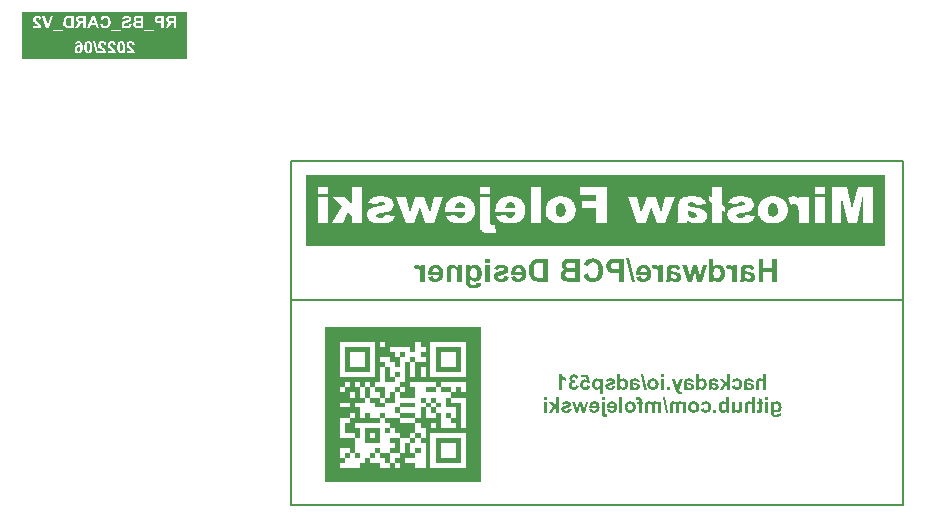
<source format=gbo>
G04*
G04 #@! TF.GenerationSoftware,Altium Limited,Altium Designer,21.1.1 (26)*
G04*
G04 Layer_Color=32896*
%FSAX44Y44*%
%MOMM*%
G71*
G04*
G04 #@! TF.SameCoordinates,35B4BD9A-10F4-4648-9EF8-68C66FDF8F35*
G04*
G04*
G04 #@! TF.FilePolarity,Positive*
G04*
G01*
G75*
%ADD10C,0.2000*%
G36*
X00393339Y00266799D02*
Y00266594D01*
Y00266389D01*
Y00266184D01*
Y00265979D01*
Y00265774D01*
Y00265569D01*
Y00265364D01*
Y00265160D01*
Y00264955D01*
Y00264750D01*
Y00264545D01*
Y00264340D01*
Y00264135D01*
Y00263930D01*
Y00263725D01*
Y00263520D01*
Y00263316D01*
Y00263111D01*
Y00262906D01*
Y00262701D01*
Y00262496D01*
Y00262291D01*
Y00262086D01*
Y00261881D01*
Y00261676D01*
Y00261471D01*
Y00261266D01*
Y00261062D01*
Y00260857D01*
Y00260652D01*
Y00260447D01*
Y00260242D01*
Y00260037D01*
Y00259832D01*
Y00259627D01*
Y00259422D01*
Y00259217D01*
Y00259013D01*
Y00258808D01*
Y00258603D01*
Y00258398D01*
Y00258193D01*
Y00257988D01*
Y00257783D01*
Y00257578D01*
Y00257373D01*
Y00257168D01*
Y00256964D01*
Y00256759D01*
Y00256554D01*
Y00256349D01*
Y00256144D01*
Y00255939D01*
Y00255734D01*
Y00255529D01*
Y00255324D01*
Y00255119D01*
Y00254914D01*
Y00254710D01*
Y00254505D01*
Y00254300D01*
Y00254095D01*
Y00253890D01*
Y00253685D01*
Y00253480D01*
Y00253275D01*
Y00253070D01*
Y00252866D01*
Y00252661D01*
Y00252456D01*
Y00252251D01*
Y00252046D01*
Y00251841D01*
Y00251636D01*
Y00251431D01*
Y00251226D01*
Y00251021D01*
Y00250816D01*
Y00250612D01*
Y00250407D01*
Y00250202D01*
Y00249997D01*
Y00249792D01*
Y00249587D01*
Y00249382D01*
Y00249177D01*
Y00248972D01*
Y00248768D01*
Y00248563D01*
Y00248358D01*
Y00248153D01*
Y00247948D01*
Y00247743D01*
Y00247538D01*
Y00247333D01*
Y00247128D01*
Y00246923D01*
Y00246719D01*
Y00246514D01*
Y00246309D01*
Y00246104D01*
Y00245899D01*
Y00245694D01*
Y00245489D01*
Y00245284D01*
Y00245079D01*
Y00244874D01*
Y00244669D01*
Y00244465D01*
Y00244260D01*
Y00244055D01*
Y00243850D01*
Y00243645D01*
Y00243440D01*
Y00243235D01*
Y00243030D01*
Y00242825D01*
Y00242621D01*
Y00242416D01*
Y00242211D01*
Y00242006D01*
Y00241801D01*
Y00241596D01*
Y00241391D01*
Y00241186D01*
Y00240981D01*
Y00240776D01*
Y00240571D01*
Y00240366D01*
Y00240162D01*
Y00239957D01*
Y00239752D01*
Y00239547D01*
Y00239342D01*
Y00239137D01*
Y00238932D01*
Y00238727D01*
Y00238522D01*
Y00238318D01*
Y00238113D01*
Y00237908D01*
Y00237703D01*
Y00237498D01*
Y00237293D01*
Y00237088D01*
Y00236883D01*
Y00236678D01*
Y00236473D01*
Y00236269D01*
Y00236064D01*
Y00235859D01*
Y00235654D01*
Y00235449D01*
Y00235244D01*
Y00235039D01*
Y00234834D01*
Y00234629D01*
Y00234424D01*
Y00234219D01*
Y00234015D01*
Y00233810D01*
Y00233605D01*
Y00233400D01*
Y00233195D01*
Y00232990D01*
Y00232785D01*
Y00232580D01*
Y00232375D01*
Y00232171D01*
Y00231966D01*
Y00231761D01*
Y00231556D01*
Y00231351D01*
Y00231146D01*
Y00230941D01*
Y00230736D01*
Y00230531D01*
Y00230326D01*
Y00230121D01*
Y00229917D01*
Y00229712D01*
Y00229507D01*
Y00229302D01*
Y00229097D01*
Y00228892D01*
Y00228687D01*
Y00228482D01*
Y00228277D01*
Y00228072D01*
Y00227868D01*
Y00227663D01*
Y00227458D01*
Y00227253D01*
Y00227048D01*
Y00226843D01*
Y00226638D01*
Y00226433D01*
Y00226228D01*
Y00226024D01*
Y00225819D01*
Y00225614D01*
Y00225409D01*
Y00225204D01*
Y00224999D01*
Y00224794D01*
Y00224589D01*
Y00224384D01*
Y00224179D01*
Y00223974D01*
Y00223770D01*
Y00223565D01*
Y00223360D01*
Y00223155D01*
Y00222950D01*
Y00222745D01*
Y00222540D01*
Y00222335D01*
Y00222130D01*
Y00221925D01*
Y00221721D01*
Y00221516D01*
Y00221311D01*
Y00221106D01*
Y00220901D01*
Y00220696D01*
Y00220491D01*
Y00220286D01*
Y00220081D01*
Y00219876D01*
Y00219671D01*
Y00219467D01*
Y00219262D01*
Y00219057D01*
Y00218852D01*
Y00218647D01*
Y00218442D01*
Y00218237D01*
Y00218032D01*
Y00217827D01*
Y00217623D01*
Y00217418D01*
Y00217213D01*
Y00217008D01*
Y00216803D01*
Y00216598D01*
Y00216393D01*
Y00216188D01*
Y00215983D01*
Y00215778D01*
Y00215574D01*
Y00215369D01*
Y00215164D01*
Y00214959D01*
Y00214754D01*
Y00214549D01*
Y00214344D01*
Y00214139D01*
Y00213934D01*
Y00213729D01*
Y00213524D01*
Y00213320D01*
Y00213115D01*
Y00212910D01*
Y00212705D01*
Y00212500D01*
Y00212295D01*
Y00212090D01*
Y00211885D01*
Y00211680D01*
Y00211476D01*
Y00211271D01*
Y00211066D01*
Y00210861D01*
Y00210656D01*
Y00210451D01*
Y00210246D01*
Y00210041D01*
Y00209836D01*
Y00209631D01*
Y00209426D01*
Y00209222D01*
Y00209017D01*
Y00208812D01*
Y00208607D01*
Y00208402D01*
Y00208197D01*
Y00207992D01*
Y00207787D01*
Y00207582D01*
Y00207377D01*
Y00207173D01*
Y00206968D01*
Y00206763D01*
Y00206558D01*
Y00206353D01*
Y00206148D01*
Y00205943D01*
Y00205738D01*
Y00205533D01*
Y00205329D01*
Y00205124D01*
Y00204919D01*
Y00204714D01*
Y00204509D01*
Y00204304D01*
Y00204099D01*
Y00203894D01*
Y00203689D01*
Y00203484D01*
Y00203279D01*
Y00203074D01*
Y00202870D01*
Y00202665D01*
Y00202460D01*
Y00202255D01*
Y00202050D01*
Y00201845D01*
Y00201640D01*
Y00201435D01*
Y00201230D01*
Y00201026D01*
Y00200821D01*
Y00200616D01*
Y00200411D01*
Y00200206D01*
Y00200001D01*
Y00199796D01*
Y00199591D01*
Y00199386D01*
Y00199181D01*
Y00198976D01*
Y00198772D01*
Y00198567D01*
Y00198362D01*
Y00198157D01*
Y00197952D01*
Y00197747D01*
Y00197542D01*
Y00197337D01*
Y00197132D01*
Y00196928D01*
Y00196723D01*
Y00196518D01*
Y00196313D01*
Y00196108D01*
Y00195903D01*
Y00195698D01*
Y00195493D01*
Y00195288D01*
Y00195083D01*
Y00194879D01*
Y00194674D01*
Y00194469D01*
Y00194264D01*
Y00194059D01*
Y00193854D01*
Y00193649D01*
Y00193444D01*
Y00193239D01*
Y00193034D01*
Y00192829D01*
Y00192625D01*
Y00192420D01*
Y00192215D01*
Y00192010D01*
Y00191805D01*
Y00191600D01*
Y00191395D01*
Y00191190D01*
Y00190985D01*
Y00190781D01*
Y00190576D01*
Y00190371D01*
Y00190166D01*
Y00189961D01*
Y00189756D01*
Y00189551D01*
Y00189346D01*
Y00189141D01*
Y00188936D01*
Y00188731D01*
Y00188527D01*
Y00188322D01*
Y00188117D01*
Y00187912D01*
Y00187707D01*
Y00187502D01*
Y00187297D01*
Y00187092D01*
Y00186887D01*
Y00186682D01*
Y00186478D01*
Y00186273D01*
Y00186068D01*
Y00185863D01*
Y00185658D01*
Y00185453D01*
Y00185248D01*
Y00185043D01*
Y00184838D01*
Y00184633D01*
Y00184429D01*
Y00184224D01*
Y00184019D01*
Y00183814D01*
Y00183609D01*
Y00183404D01*
Y00183199D01*
Y00182994D01*
Y00182789D01*
Y00182584D01*
Y00182379D01*
Y00182175D01*
Y00181970D01*
Y00181765D01*
Y00181560D01*
Y00181355D01*
Y00181150D01*
Y00180945D01*
Y00180740D01*
Y00180535D01*
Y00180331D01*
Y00180126D01*
Y00179921D01*
Y00179716D01*
Y00179511D01*
Y00179306D01*
Y00179101D01*
Y00178896D01*
Y00178691D01*
Y00178486D01*
Y00178281D01*
Y00178077D01*
Y00177872D01*
Y00177667D01*
Y00177462D01*
Y00177257D01*
Y00177052D01*
Y00176847D01*
Y00176642D01*
Y00176437D01*
Y00176232D01*
Y00176028D01*
Y00175823D01*
Y00175618D01*
Y00175413D01*
Y00175208D01*
Y00175003D01*
Y00174798D01*
Y00174593D01*
Y00174388D01*
Y00174184D01*
Y00173979D01*
Y00173774D01*
Y00173569D01*
Y00173364D01*
Y00173159D01*
Y00172954D01*
Y00172749D01*
Y00172544D01*
Y00172339D01*
Y00172134D01*
Y00171930D01*
Y00171725D01*
Y00171520D01*
Y00171315D01*
Y00171110D01*
Y00170905D01*
Y00170700D01*
Y00170495D01*
Y00170290D01*
Y00170086D01*
Y00169881D01*
Y00169676D01*
Y00169471D01*
Y00169266D01*
Y00169061D01*
Y00168856D01*
Y00168651D01*
Y00168446D01*
Y00168241D01*
Y00168036D01*
Y00167831D01*
Y00167627D01*
Y00167422D01*
Y00167217D01*
Y00167012D01*
Y00166807D01*
Y00166602D01*
Y00166397D01*
Y00166192D01*
Y00165987D01*
Y00165783D01*
Y00165578D01*
Y00165373D01*
Y00165168D01*
Y00164963D01*
Y00164758D01*
Y00164553D01*
Y00164348D01*
Y00164143D01*
Y00163938D01*
Y00163734D01*
Y00163529D01*
Y00163324D01*
Y00163119D01*
Y00162914D01*
Y00162709D01*
Y00162504D01*
Y00162299D01*
Y00162094D01*
Y00161889D01*
Y00161684D01*
Y00161480D01*
Y00161275D01*
Y00161070D01*
Y00160865D01*
Y00160660D01*
Y00160455D01*
Y00160250D01*
Y00160045D01*
Y00159840D01*
Y00159635D01*
Y00159431D01*
Y00159226D01*
Y00159021D01*
Y00158816D01*
Y00158611D01*
Y00158406D01*
Y00158201D01*
Y00157996D01*
Y00157791D01*
Y00157586D01*
Y00157382D01*
Y00157177D01*
Y00156972D01*
Y00156767D01*
Y00156562D01*
Y00156357D01*
Y00156152D01*
Y00155947D01*
Y00155742D01*
Y00155538D01*
Y00155333D01*
Y00155128D01*
Y00154923D01*
Y00154718D01*
Y00154513D01*
Y00154308D01*
Y00154103D01*
Y00153898D01*
Y00153693D01*
Y00153489D01*
Y00153284D01*
Y00153079D01*
Y00152874D01*
Y00152669D01*
Y00152464D01*
Y00152259D01*
Y00152054D01*
Y00151849D01*
Y00151644D01*
Y00151439D01*
Y00151235D01*
Y00151030D01*
Y00150825D01*
Y00150620D01*
Y00150415D01*
Y00150210D01*
Y00150005D01*
Y00149800D01*
Y00149595D01*
Y00149390D01*
Y00149186D01*
Y00148981D01*
Y00148776D01*
Y00148571D01*
Y00148366D01*
Y00148161D01*
Y00147956D01*
Y00147751D01*
Y00147546D01*
Y00147341D01*
Y00147136D01*
Y00146932D01*
Y00146727D01*
Y00146522D01*
Y00146317D01*
Y00146112D01*
Y00145907D01*
Y00145702D01*
Y00145497D01*
Y00145292D01*
Y00145087D01*
Y00144883D01*
Y00144678D01*
Y00144473D01*
Y00144268D01*
Y00144063D01*
Y00143858D01*
Y00143653D01*
Y00143448D01*
Y00143243D01*
Y00143039D01*
Y00142834D01*
Y00142629D01*
Y00142424D01*
Y00142219D01*
Y00142014D01*
Y00141809D01*
Y00141604D01*
Y00141399D01*
Y00141194D01*
Y00140990D01*
Y00140785D01*
Y00140580D01*
Y00140375D01*
Y00140170D01*
Y00139965D01*
Y00139760D01*
Y00139555D01*
Y00139350D01*
Y00139145D01*
Y00138940D01*
Y00138736D01*
Y00138531D01*
Y00138326D01*
Y00138121D01*
Y00137916D01*
Y00137711D01*
Y00137506D01*
Y00137301D01*
Y00137096D01*
Y00136891D01*
Y00136687D01*
Y00136482D01*
Y00136277D01*
Y00136072D01*
Y00135867D01*
X00261178D01*
Y00136072D01*
Y00136277D01*
Y00136482D01*
Y00136687D01*
Y00136891D01*
Y00137096D01*
Y00137301D01*
Y00137506D01*
Y00137711D01*
Y00137916D01*
Y00138121D01*
Y00138326D01*
Y00138531D01*
Y00138736D01*
Y00138940D01*
Y00139145D01*
Y00139350D01*
Y00139555D01*
Y00139760D01*
Y00139965D01*
Y00140170D01*
Y00140375D01*
Y00140580D01*
Y00140785D01*
Y00140990D01*
Y00141194D01*
Y00141399D01*
Y00141604D01*
Y00141809D01*
Y00142014D01*
Y00142219D01*
Y00142424D01*
Y00142629D01*
Y00142834D01*
Y00143039D01*
Y00143243D01*
Y00143448D01*
Y00143653D01*
Y00143858D01*
Y00144063D01*
Y00144268D01*
Y00144473D01*
Y00144678D01*
Y00144883D01*
Y00145087D01*
Y00145292D01*
Y00145497D01*
Y00145702D01*
Y00145907D01*
Y00146112D01*
Y00146317D01*
Y00146522D01*
Y00146727D01*
Y00146932D01*
Y00147136D01*
Y00147341D01*
Y00147546D01*
Y00147751D01*
Y00147956D01*
Y00148161D01*
Y00148366D01*
Y00148571D01*
Y00148776D01*
Y00148981D01*
Y00149186D01*
Y00149390D01*
Y00149595D01*
Y00149800D01*
Y00150005D01*
Y00150210D01*
Y00150415D01*
Y00150620D01*
Y00150825D01*
Y00151030D01*
Y00151235D01*
Y00151439D01*
Y00151644D01*
Y00151849D01*
Y00152054D01*
Y00152259D01*
Y00152464D01*
Y00152669D01*
Y00152874D01*
Y00153079D01*
Y00153284D01*
Y00153489D01*
Y00153693D01*
Y00153898D01*
Y00154103D01*
Y00154308D01*
Y00154513D01*
Y00154718D01*
Y00154923D01*
Y00155128D01*
Y00155333D01*
Y00155538D01*
Y00155742D01*
Y00155947D01*
Y00156152D01*
Y00156357D01*
Y00156562D01*
Y00156767D01*
Y00156972D01*
Y00157177D01*
Y00157382D01*
Y00157586D01*
Y00157791D01*
Y00157996D01*
Y00158201D01*
Y00158406D01*
Y00158611D01*
Y00158816D01*
Y00159021D01*
Y00159226D01*
Y00159431D01*
Y00159635D01*
Y00159840D01*
Y00160045D01*
Y00160250D01*
Y00160455D01*
Y00160660D01*
Y00160865D01*
Y00161070D01*
Y00161275D01*
Y00161480D01*
Y00161684D01*
Y00161889D01*
Y00162094D01*
Y00162299D01*
Y00162504D01*
Y00162709D01*
Y00162914D01*
Y00163119D01*
Y00163324D01*
Y00163529D01*
Y00163734D01*
Y00163938D01*
Y00164143D01*
Y00164348D01*
Y00164553D01*
Y00164758D01*
Y00164963D01*
Y00165168D01*
Y00165373D01*
Y00165578D01*
Y00165783D01*
Y00165987D01*
Y00166192D01*
Y00166397D01*
Y00166602D01*
Y00166807D01*
Y00167012D01*
Y00167217D01*
Y00167422D01*
Y00167627D01*
Y00167831D01*
Y00168036D01*
Y00168241D01*
Y00168446D01*
Y00168651D01*
Y00168856D01*
Y00169061D01*
Y00169266D01*
Y00169471D01*
Y00169676D01*
Y00169881D01*
Y00170086D01*
Y00170290D01*
Y00170495D01*
Y00170700D01*
Y00170905D01*
Y00171110D01*
Y00171315D01*
Y00171520D01*
Y00171725D01*
Y00171930D01*
Y00172134D01*
Y00172339D01*
Y00172544D01*
Y00172749D01*
Y00172954D01*
Y00173159D01*
Y00173364D01*
Y00173569D01*
Y00173774D01*
Y00173979D01*
Y00174184D01*
Y00174388D01*
Y00174593D01*
Y00174798D01*
Y00175003D01*
Y00175208D01*
Y00175413D01*
Y00175618D01*
Y00175823D01*
Y00176028D01*
Y00176232D01*
Y00176437D01*
Y00176642D01*
Y00176847D01*
Y00177052D01*
Y00177257D01*
Y00177462D01*
Y00177667D01*
Y00177872D01*
Y00178077D01*
Y00178281D01*
Y00178486D01*
Y00178691D01*
Y00178896D01*
Y00179101D01*
Y00179306D01*
Y00179511D01*
Y00179716D01*
Y00179921D01*
Y00180126D01*
Y00180331D01*
Y00180535D01*
Y00180740D01*
Y00180945D01*
Y00181150D01*
Y00181355D01*
Y00181560D01*
Y00181765D01*
Y00181970D01*
Y00182175D01*
Y00182379D01*
Y00182584D01*
Y00182789D01*
Y00182994D01*
Y00183199D01*
Y00183404D01*
Y00183609D01*
Y00183814D01*
Y00184019D01*
Y00184224D01*
Y00184429D01*
Y00184633D01*
Y00184838D01*
Y00185043D01*
Y00185248D01*
Y00185453D01*
Y00185658D01*
Y00185863D01*
Y00186068D01*
Y00186273D01*
Y00186478D01*
Y00186682D01*
Y00186887D01*
Y00187092D01*
Y00187297D01*
Y00187502D01*
Y00187707D01*
Y00187912D01*
Y00188117D01*
Y00188322D01*
Y00188527D01*
Y00188731D01*
Y00188936D01*
Y00189141D01*
Y00189346D01*
Y00189551D01*
Y00189756D01*
Y00189961D01*
Y00190166D01*
Y00190371D01*
Y00190576D01*
Y00190781D01*
Y00190985D01*
Y00191190D01*
Y00191395D01*
Y00191600D01*
Y00191805D01*
Y00192010D01*
Y00192215D01*
Y00192420D01*
Y00192625D01*
Y00192829D01*
Y00193034D01*
Y00193239D01*
Y00193444D01*
Y00193649D01*
Y00193854D01*
Y00194059D01*
Y00194264D01*
Y00194469D01*
Y00194674D01*
Y00194879D01*
Y00195083D01*
Y00195288D01*
Y00195493D01*
Y00195698D01*
Y00195903D01*
Y00196108D01*
Y00196313D01*
Y00196518D01*
Y00196723D01*
Y00196928D01*
Y00197132D01*
Y00197337D01*
Y00197542D01*
Y00197747D01*
Y00197952D01*
Y00198157D01*
Y00198362D01*
Y00198567D01*
Y00198772D01*
Y00198976D01*
Y00199181D01*
Y00199386D01*
Y00199591D01*
Y00199796D01*
Y00200001D01*
Y00200206D01*
Y00200411D01*
Y00200616D01*
Y00200821D01*
Y00201026D01*
Y00201230D01*
Y00201435D01*
Y00201640D01*
Y00201845D01*
Y00202050D01*
Y00202255D01*
Y00202460D01*
Y00202665D01*
Y00202870D01*
Y00203074D01*
Y00203279D01*
Y00203484D01*
Y00203689D01*
Y00203894D01*
Y00204099D01*
Y00204304D01*
Y00204509D01*
Y00204714D01*
Y00204919D01*
Y00205124D01*
Y00205329D01*
Y00205533D01*
Y00205738D01*
Y00205943D01*
Y00206148D01*
Y00206353D01*
Y00206558D01*
Y00206763D01*
Y00206968D01*
Y00207173D01*
Y00207377D01*
Y00207582D01*
Y00207787D01*
Y00207992D01*
Y00208197D01*
Y00208402D01*
Y00208607D01*
Y00208812D01*
Y00209017D01*
Y00209222D01*
Y00209426D01*
Y00209631D01*
Y00209836D01*
Y00210041D01*
Y00210246D01*
Y00210451D01*
Y00210656D01*
Y00210861D01*
Y00211066D01*
Y00211271D01*
Y00211476D01*
Y00211680D01*
Y00211885D01*
Y00212090D01*
Y00212295D01*
Y00212500D01*
Y00212705D01*
Y00212910D01*
Y00213115D01*
Y00213320D01*
Y00213524D01*
Y00213729D01*
Y00213934D01*
Y00214139D01*
Y00214344D01*
Y00214549D01*
Y00214754D01*
Y00214959D01*
Y00215164D01*
Y00215369D01*
Y00215574D01*
Y00215778D01*
Y00215983D01*
Y00216188D01*
Y00216393D01*
Y00216598D01*
Y00216803D01*
Y00217008D01*
Y00217213D01*
Y00217418D01*
Y00217623D01*
Y00217827D01*
Y00218032D01*
Y00218237D01*
Y00218442D01*
Y00218647D01*
Y00218852D01*
Y00219057D01*
Y00219262D01*
Y00219467D01*
Y00219671D01*
Y00219876D01*
Y00220081D01*
Y00220286D01*
Y00220491D01*
Y00220696D01*
Y00220901D01*
Y00221106D01*
Y00221311D01*
Y00221516D01*
Y00221721D01*
Y00221925D01*
Y00222130D01*
Y00222335D01*
Y00222540D01*
Y00222745D01*
Y00222950D01*
Y00223155D01*
Y00223360D01*
Y00223565D01*
Y00223770D01*
Y00223974D01*
Y00224179D01*
Y00224384D01*
Y00224589D01*
Y00224794D01*
Y00224999D01*
Y00225204D01*
Y00225409D01*
Y00225614D01*
Y00225819D01*
Y00226024D01*
Y00226228D01*
Y00226433D01*
Y00226638D01*
Y00226843D01*
Y00227048D01*
Y00227253D01*
Y00227458D01*
Y00227663D01*
Y00227868D01*
Y00228072D01*
Y00228277D01*
Y00228482D01*
Y00228687D01*
Y00228892D01*
Y00229097D01*
Y00229302D01*
Y00229507D01*
Y00229712D01*
Y00229917D01*
Y00230121D01*
Y00230326D01*
Y00230531D01*
Y00230736D01*
Y00230941D01*
Y00231146D01*
Y00231351D01*
Y00231556D01*
Y00231761D01*
Y00231966D01*
Y00232171D01*
Y00232375D01*
Y00232580D01*
Y00232785D01*
Y00232990D01*
Y00233195D01*
Y00233400D01*
Y00233605D01*
Y00233810D01*
Y00234015D01*
Y00234219D01*
Y00234424D01*
Y00234629D01*
Y00234834D01*
Y00235039D01*
Y00235244D01*
Y00235449D01*
Y00235654D01*
Y00235859D01*
Y00236064D01*
Y00236269D01*
Y00236473D01*
Y00236678D01*
Y00236883D01*
Y00237088D01*
Y00237293D01*
Y00237498D01*
Y00237703D01*
Y00237908D01*
Y00238113D01*
Y00238318D01*
Y00238522D01*
Y00238727D01*
Y00238932D01*
Y00239137D01*
Y00239342D01*
Y00239547D01*
Y00239752D01*
Y00239957D01*
Y00240162D01*
Y00240366D01*
Y00240571D01*
Y00240776D01*
Y00240981D01*
Y00241186D01*
Y00241391D01*
Y00241596D01*
Y00241801D01*
Y00242006D01*
Y00242211D01*
Y00242416D01*
Y00242621D01*
Y00242825D01*
Y00243030D01*
Y00243235D01*
Y00243440D01*
Y00243645D01*
Y00243850D01*
Y00244055D01*
Y00244260D01*
Y00244465D01*
Y00244669D01*
Y00244874D01*
Y00245079D01*
Y00245284D01*
Y00245489D01*
Y00245694D01*
Y00245899D01*
Y00246104D01*
Y00246309D01*
Y00246514D01*
Y00246719D01*
Y00246923D01*
Y00247128D01*
Y00247333D01*
Y00247538D01*
Y00247743D01*
Y00247948D01*
Y00248153D01*
Y00248358D01*
Y00248563D01*
Y00248768D01*
Y00248972D01*
Y00249177D01*
Y00249382D01*
Y00249587D01*
Y00249792D01*
Y00249997D01*
Y00250202D01*
Y00250407D01*
Y00250612D01*
Y00250816D01*
Y00251021D01*
Y00251226D01*
Y00251431D01*
Y00251636D01*
Y00251841D01*
Y00252046D01*
Y00252251D01*
Y00252456D01*
Y00252661D01*
Y00252866D01*
Y00253070D01*
Y00253275D01*
Y00253480D01*
Y00253685D01*
Y00253890D01*
Y00254095D01*
Y00254300D01*
Y00254505D01*
Y00254710D01*
Y00254914D01*
Y00255119D01*
Y00255324D01*
Y00255529D01*
Y00255734D01*
Y00255939D01*
Y00256144D01*
Y00256349D01*
Y00256554D01*
Y00256759D01*
Y00256964D01*
Y00257168D01*
Y00257373D01*
Y00257578D01*
Y00257783D01*
Y00257988D01*
Y00258193D01*
Y00258398D01*
Y00258603D01*
Y00258808D01*
Y00259013D01*
Y00259217D01*
Y00259422D01*
Y00259627D01*
Y00259832D01*
Y00260037D01*
Y00260242D01*
Y00260447D01*
Y00260652D01*
Y00260857D01*
Y00261062D01*
Y00261266D01*
Y00261471D01*
Y00261676D01*
Y00261881D01*
Y00262086D01*
Y00262291D01*
Y00262496D01*
Y00262701D01*
Y00262906D01*
Y00263111D01*
Y00263316D01*
Y00263520D01*
Y00263725D01*
Y00263930D01*
Y00264135D01*
Y00264340D01*
Y00264545D01*
Y00264750D01*
Y00264955D01*
Y00265160D01*
Y00265364D01*
Y00265569D01*
Y00265774D01*
Y00265979D01*
Y00266184D01*
Y00266389D01*
Y00266594D01*
Y00266799D01*
Y00267004D01*
X00393339D01*
Y00266799D01*
D02*
G37*
G36*
X00144500Y00514000D02*
D01*
Y00494000D01*
X00004500D01*
Y00514000D01*
Y00534000D01*
X00144500D01*
Y00514000D01*
D02*
G37*
G36*
X00735000Y00336000D02*
X00245000D01*
Y00396000D01*
X00735000D01*
Y00336000D01*
D02*
G37*
G36*
X00547870Y00224604D02*
X00545408D01*
Y00226882D01*
X00547870D01*
Y00224604D01*
D02*
G37*
G36*
X00472063Y00226937D02*
X00472415Y00226900D01*
X00472748Y00226826D01*
X00473026Y00226752D01*
X00473248Y00226678D01*
X00473433Y00226604D01*
X00473545Y00226567D01*
X00473563Y00226548D01*
X00473582D01*
X00473878Y00226381D01*
X00474156Y00226196D01*
X00474378Y00226011D01*
X00474563Y00225844D01*
X00474711Y00225678D01*
X00474822Y00225548D01*
X00474896Y00225474D01*
X00474915Y00225437D01*
X00475081Y00225159D01*
X00475230Y00224863D01*
X00475341Y00224548D01*
X00475452Y00224252D01*
X00475526Y00223974D01*
X00475582Y00223771D01*
X00475600Y00223678D01*
Y00223622D01*
X00475619Y00223585D01*
Y00223567D01*
X00473359Y00223197D01*
X00473304Y00223493D01*
X00473230Y00223752D01*
X00473156Y00223974D01*
X00473063Y00224141D01*
X00472971Y00224289D01*
X00472897Y00224400D01*
X00472841Y00224456D01*
X00472822Y00224474D01*
X00472656Y00224622D01*
X00472471Y00224734D01*
X00472285Y00224808D01*
X00472119Y00224863D01*
X00471971Y00224900D01*
X00471860Y00224919D01*
X00471749D01*
X00471526Y00224900D01*
X00471304Y00224863D01*
X00471138Y00224789D01*
X00470989Y00224734D01*
X00470860Y00224659D01*
X00470786Y00224585D01*
X00470730Y00224548D01*
X00470712Y00224530D01*
X00470582Y00224382D01*
X00470489Y00224196D01*
X00470415Y00224030D01*
X00470378Y00223863D01*
X00470341Y00223715D01*
X00470323Y00223604D01*
Y00223530D01*
Y00223493D01*
X00470341Y00223215D01*
X00470397Y00222974D01*
X00470489Y00222771D01*
X00470582Y00222604D01*
X00470693Y00222456D01*
X00470767Y00222363D01*
X00470841Y00222289D01*
X00470860Y00222271D01*
X00471082Y00222123D01*
X00471323Y00222012D01*
X00471582Y00221938D01*
X00471823Y00221882D01*
X00472045Y00221863D01*
X00472230Y00221845D01*
X00472397D01*
X00472656Y00219864D01*
X00472415Y00219919D01*
X00472211Y00219975D01*
X00472008Y00220012D01*
X00471841Y00220030D01*
X00471712Y00220049D01*
X00471526D01*
X00471267Y00220030D01*
X00471045Y00219956D01*
X00470841Y00219882D01*
X00470656Y00219771D01*
X00470526Y00219678D01*
X00470415Y00219586D01*
X00470341Y00219512D01*
X00470323Y00219493D01*
X00470156Y00219271D01*
X00470027Y00219030D01*
X00469934Y00218790D01*
X00469860Y00218549D01*
X00469823Y00218327D01*
X00469804Y00218160D01*
Y00218049D01*
Y00218030D01*
Y00218012D01*
X00469823Y00217660D01*
X00469878Y00217345D01*
X00469971Y00217068D01*
X00470064Y00216845D01*
X00470175Y00216679D01*
X00470249Y00216549D01*
X00470323Y00216457D01*
X00470341Y00216438D01*
X00470545Y00216253D01*
X00470767Y00216105D01*
X00470971Y00216012D01*
X00471175Y00215938D01*
X00471360Y00215901D01*
X00471489Y00215883D01*
X00471582Y00215864D01*
X00471619D01*
X00471878Y00215883D01*
X00472100Y00215938D01*
X00472304Y00216012D01*
X00472489Y00216105D01*
X00472619Y00216179D01*
X00472730Y00216253D01*
X00472804Y00216308D01*
X00472822Y00216327D01*
X00472989Y00216531D01*
X00473137Y00216753D01*
X00473230Y00216994D01*
X00473322Y00217216D01*
X00473378Y00217419D01*
X00473415Y00217586D01*
X00473433Y00217697D01*
Y00217716D01*
Y00217734D01*
X00475804Y00217438D01*
X00475767Y00217142D01*
X00475693Y00216864D01*
X00475526Y00216346D01*
X00475322Y00215901D01*
X00475193Y00215716D01*
X00475081Y00215531D01*
X00474970Y00215364D01*
X00474859Y00215235D01*
X00474767Y00215105D01*
X00474674Y00215012D01*
X00474600Y00214938D01*
X00474544Y00214883D01*
X00474507Y00214846D01*
X00474489Y00214827D01*
X00474267Y00214660D01*
X00474026Y00214494D01*
X00473804Y00214364D01*
X00473545Y00214253D01*
X00473063Y00214068D01*
X00472619Y00213957D01*
X00472397Y00213920D01*
X00472211Y00213883D01*
X00472045Y00213864D01*
X00471897Y00213846D01*
X00471767Y00213827D01*
X00471600D01*
X00471267Y00213846D01*
X00470934Y00213883D01*
X00470638Y00213938D01*
X00470341Y00214012D01*
X00470082Y00214105D01*
X00469823Y00214198D01*
X00469582Y00214309D01*
X00469378Y00214420D01*
X00469193Y00214531D01*
X00469008Y00214642D01*
X00468879Y00214734D01*
X00468749Y00214827D01*
X00468656Y00214901D01*
X00468582Y00214957D01*
X00468545Y00214994D01*
X00468527Y00215012D01*
X00468304Y00215235D01*
X00468119Y00215475D01*
X00467953Y00215716D01*
X00467804Y00215957D01*
X00467693Y00216216D01*
X00467582Y00216457D01*
X00467434Y00216901D01*
X00467397Y00217105D01*
X00467360Y00217308D01*
X00467323Y00217475D01*
X00467305Y00217623D01*
X00467286Y00217734D01*
Y00217827D01*
Y00217882D01*
Y00217901D01*
X00467323Y00218327D01*
X00467397Y00218697D01*
X00467490Y00219049D01*
X00467619Y00219327D01*
X00467749Y00219567D01*
X00467841Y00219734D01*
X00467916Y00219845D01*
X00467953Y00219882D01*
X00468212Y00220160D01*
X00468508Y00220401D01*
X00468804Y00220586D01*
X00469082Y00220734D01*
X00469323Y00220845D01*
X00469526Y00220901D01*
X00469601Y00220938D01*
X00469656D01*
X00469693Y00220956D01*
X00469712D01*
X00469378Y00221160D01*
X00469101Y00221364D01*
X00468860Y00221586D01*
X00468638Y00221808D01*
X00468453Y00222030D01*
X00468304Y00222252D01*
X00468193Y00222474D01*
X00468082Y00222678D01*
X00468008Y00222882D01*
X00467953Y00223067D01*
X00467916Y00223234D01*
X00467897Y00223382D01*
X00467879Y00223493D01*
X00467860Y00223585D01*
Y00223641D01*
Y00223659D01*
X00467879Y00223882D01*
X00467897Y00224085D01*
X00468008Y00224493D01*
X00468138Y00224863D01*
X00468304Y00225178D01*
X00468471Y00225437D01*
X00468619Y00225622D01*
X00468675Y00225696D01*
X00468730Y00225752D01*
X00468749Y00225770D01*
X00468767Y00225789D01*
X00468971Y00225993D01*
X00469212Y00226178D01*
X00469434Y00226326D01*
X00469675Y00226456D01*
X00469934Y00226585D01*
X00470175Y00226678D01*
X00470638Y00226807D01*
X00470841Y00226863D01*
X00471045Y00226900D01*
X00471212Y00226919D01*
X00471378Y00226937D01*
X00471508Y00226956D01*
X00471674D01*
X00472063Y00226937D01*
D02*
G37*
G36*
X00485340Y00220030D02*
X00483358Y00219753D01*
X00483192Y00219919D01*
X00483025Y00220067D01*
X00482859Y00220197D01*
X00482692Y00220308D01*
X00482377Y00220475D01*
X00482081Y00220586D01*
X00481822Y00220641D01*
X00481636Y00220678D01*
X00481562Y00220697D01*
X00481451D01*
X00481155Y00220678D01*
X00480877Y00220604D01*
X00480636Y00220512D01*
X00480433Y00220401D01*
X00480285Y00220271D01*
X00480155Y00220179D01*
X00480081Y00220104D01*
X00480062Y00220086D01*
X00479877Y00219845D01*
X00479748Y00219567D01*
X00479655Y00219271D01*
X00479600Y00218975D01*
X00479544Y00218716D01*
X00479525Y00218512D01*
Y00218419D01*
Y00218364D01*
Y00218327D01*
Y00218308D01*
X00479544Y00217864D01*
X00479600Y00217475D01*
X00479692Y00217160D01*
X00479785Y00216901D01*
X00479896Y00216679D01*
X00479970Y00216531D01*
X00480044Y00216457D01*
X00480062Y00216420D01*
X00480266Y00216216D01*
X00480488Y00216049D01*
X00480711Y00215938D01*
X00480914Y00215864D01*
X00481099Y00215827D01*
X00481248Y00215809D01*
X00481340Y00215790D01*
X00481377D01*
X00481618Y00215809D01*
X00481859Y00215864D01*
X00482062Y00215938D01*
X00482229Y00216031D01*
X00482377Y00216123D01*
X00482488Y00216197D01*
X00482562Y00216253D01*
X00482581Y00216271D01*
X00482747Y00216475D01*
X00482896Y00216679D01*
X00483007Y00216901D01*
X00483081Y00217105D01*
X00483136Y00217290D01*
X00483173Y00217456D01*
X00483192Y00217549D01*
Y00217586D01*
X00485636Y00217327D01*
X00485580Y00217031D01*
X00485525Y00216753D01*
X00485340Y00216253D01*
X00485136Y00215809D01*
X00485025Y00215623D01*
X00484895Y00215438D01*
X00484784Y00215290D01*
X00484692Y00215161D01*
X00484580Y00215049D01*
X00484506Y00214938D01*
X00484432Y00214864D01*
X00484377Y00214809D01*
X00484340Y00214790D01*
X00484321Y00214772D01*
X00484099Y00214605D01*
X00483877Y00214457D01*
X00483636Y00214327D01*
X00483396Y00214235D01*
X00482896Y00214049D01*
X00482451Y00213938D01*
X00482229Y00213901D01*
X00482044Y00213883D01*
X00481859Y00213864D01*
X00481711Y00213846D01*
X00481581Y00213827D01*
X00481414D01*
X00481007Y00213846D01*
X00480618Y00213901D01*
X00480266Y00213975D01*
X00479933Y00214086D01*
X00479618Y00214216D01*
X00479340Y00214364D01*
X00479081Y00214512D01*
X00478840Y00214679D01*
X00478637Y00214827D01*
X00478451Y00214975D01*
X00478285Y00215123D01*
X00478155Y00215253D01*
X00478063Y00215364D01*
X00477989Y00215438D01*
X00477952Y00215494D01*
X00477933Y00215512D01*
X00477766Y00215753D01*
X00477618Y00215994D01*
X00477507Y00216234D01*
X00477396Y00216494D01*
X00477229Y00216975D01*
X00477118Y00217419D01*
X00477081Y00217605D01*
X00477063Y00217790D01*
X00477026Y00217956D01*
Y00218105D01*
X00477007Y00218216D01*
Y00218290D01*
Y00218345D01*
Y00218364D01*
X00477026Y00218716D01*
X00477063Y00219049D01*
X00477118Y00219364D01*
X00477192Y00219660D01*
X00477267Y00219919D01*
X00477378Y00220178D01*
X00477470Y00220419D01*
X00477581Y00220623D01*
X00477692Y00220808D01*
X00477785Y00220975D01*
X00477896Y00221123D01*
X00477970Y00221234D01*
X00478044Y00221327D01*
X00478100Y00221401D01*
X00478137Y00221438D01*
X00478155Y00221456D01*
X00478377Y00221660D01*
X00478600Y00221845D01*
X00478840Y00222012D01*
X00479081Y00222160D01*
X00479303Y00222271D01*
X00479544Y00222363D01*
X00479970Y00222512D01*
X00480174Y00222567D01*
X00480359Y00222604D01*
X00480525Y00222623D01*
X00480655Y00222641D01*
X00480766Y00222660D01*
X00480933D01*
X00481248Y00222641D01*
X00481562Y00222586D01*
X00481840Y00222530D01*
X00482099Y00222456D01*
X00482303Y00222363D01*
X00482470Y00222308D01*
X00482581Y00222252D01*
X00482599Y00222234D01*
X00482618D01*
X00482229Y00224419D01*
X00477581Y00224419D01*
Y00226715D01*
X00484081Y00226715D01*
X00485340Y00220030D01*
D02*
G37*
G36*
X00634528Y00214068D02*
X00632065D01*
Y00218716D01*
X00632047Y00219123D01*
X00632028Y00219475D01*
X00631991Y00219790D01*
X00631954Y00220030D01*
X00631917Y00220234D01*
X00631880Y00220364D01*
X00631843Y00220456D01*
Y00220475D01*
X00631750Y00220678D01*
X00631639Y00220864D01*
X00631528Y00221012D01*
X00631399Y00221141D01*
X00631306Y00221234D01*
X00631213Y00221308D01*
X00631158Y00221345D01*
X00631139Y00221364D01*
X00630954Y00221475D01*
X00630769Y00221549D01*
X00630584Y00221604D01*
X00630417Y00221641D01*
X00630269Y00221660D01*
X00630158Y00221678D01*
X00630047D01*
X00629862Y00221660D01*
X00629677Y00221641D01*
X00629529Y00221604D01*
X00629399Y00221567D01*
X00629306Y00221512D01*
X00629214Y00221475D01*
X00629177Y00221456D01*
X00629158Y00221438D01*
X00629029Y00221345D01*
X00628936Y00221234D01*
X00628769Y00221030D01*
X00628732Y00220938D01*
X00628695Y00220882D01*
X00628658Y00220827D01*
Y00220808D01*
X00628640Y00220716D01*
X00628603Y00220623D01*
X00628566Y00220364D01*
X00628547Y00220049D01*
X00628529Y00219734D01*
X00628510Y00219438D01*
Y00219308D01*
Y00219197D01*
Y00219086D01*
Y00219012D01*
Y00218975D01*
Y00218956D01*
Y00214068D01*
X00626047D01*
Y00219512D01*
Y00219956D01*
X00626066Y00220327D01*
X00626084Y00220641D01*
X00626103Y00220901D01*
X00626140Y00221086D01*
X00626158Y00221234D01*
X00626177Y00221327D01*
Y00221345D01*
X00626232Y00221567D01*
X00626307Y00221771D01*
X00626381Y00221956D01*
X00626473Y00222123D01*
X00626547Y00222252D01*
X00626603Y00222345D01*
X00626640Y00222419D01*
X00626658Y00222437D01*
X00626806Y00222604D01*
X00626973Y00222771D01*
X00627140Y00222900D01*
X00627307Y00223011D01*
X00627455Y00223104D01*
X00627584Y00223178D01*
X00627658Y00223215D01*
X00627695Y00223234D01*
X00627955Y00223345D01*
X00628232Y00223419D01*
X00628473Y00223493D01*
X00628714Y00223530D01*
X00628917Y00223549D01*
X00629084Y00223567D01*
X00629232D01*
X00629529Y00223549D01*
X00629825Y00223512D01*
X00630103Y00223437D01*
X00630362Y00223345D01*
X00630843Y00223123D01*
X00631065Y00222993D01*
X00631269Y00222863D01*
X00631436Y00222715D01*
X00631602Y00222586D01*
X00631732Y00222474D01*
X00631862Y00222363D01*
X00631936Y00222271D01*
X00632010Y00222197D01*
X00632047Y00222160D01*
X00632065Y00222141D01*
Y00226882D01*
X00634528D01*
Y00214068D01*
D02*
G37*
G36*
X00461657Y00226530D02*
X00461898Y00226141D01*
X00462157Y00225770D01*
X00462416Y00225474D01*
X00462638Y00225233D01*
X00462842Y00225048D01*
X00462916Y00224974D01*
X00462972Y00224919D01*
X00463009Y00224900D01*
X00463027Y00224882D01*
X00463435Y00224585D01*
X00463823Y00224326D01*
X00464175Y00224123D01*
X00464490Y00223974D01*
X00464749Y00223863D01*
X00464934Y00223771D01*
X00465009Y00223752D01*
X00465064Y00223734D01*
X00465083Y00223715D01*
X00465101D01*
Y00221493D01*
X00464435Y00221752D01*
X00463842Y00222030D01*
X00463564Y00222178D01*
X00463305Y00222345D01*
X00463064Y00222493D01*
X00462842Y00222641D01*
X00462638Y00222789D01*
X00462453Y00222919D01*
X00462305Y00223030D01*
X00462175Y00223141D01*
X00462064Y00223234D01*
X00461990Y00223289D01*
X00461953Y00223326D01*
X00461935Y00223345D01*
Y00214068D01*
X00459472D01*
Y00226956D01*
X00461472D01*
X00461657Y00226530D01*
D02*
G37*
G36*
X00620566Y00223530D02*
X00620863Y00223511D01*
X00621122Y00223456D01*
X00621381Y00223419D01*
X00621603Y00223363D01*
X00621807Y00223289D01*
X00621992Y00223234D01*
X00622140Y00223178D01*
X00622289Y00223104D01*
X00622400Y00223048D01*
X00622511Y00223011D01*
X00622585Y00222956D01*
X00622640Y00222937D01*
X00622659Y00222900D01*
X00622677D01*
X00622992Y00222623D01*
X00623251Y00222308D01*
X00623474Y00221975D01*
X00623659Y00221660D01*
X00623788Y00221364D01*
X00623844Y00221234D01*
X00623881Y00221123D01*
X00623918Y00221030D01*
X00623937Y00220956D01*
X00623955Y00220919D01*
Y00220901D01*
X00621752Y00220493D01*
X00621659Y00220715D01*
X00621566Y00220901D01*
X00621474Y00221067D01*
X00621363Y00221197D01*
X00621289Y00221289D01*
X00621214Y00221345D01*
X00621177Y00221382D01*
X00621159Y00221401D01*
X00621011Y00221493D01*
X00620844Y00221567D01*
X00620659Y00221604D01*
X00620492Y00221641D01*
X00620344Y00221660D01*
X00620233Y00221678D01*
X00620122D01*
X00619789Y00221660D01*
X00619511Y00221623D01*
X00619289Y00221586D01*
X00619104Y00221530D01*
X00618974Y00221456D01*
X00618881Y00221419D01*
X00618826Y00221382D01*
X00618807Y00221364D01*
X00618678Y00221234D01*
X00618585Y00221086D01*
X00618530Y00220919D01*
X00618474Y00220753D01*
X00618456Y00220586D01*
X00618437Y00220456D01*
Y00220382D01*
Y00220345D01*
Y00220104D01*
X00618567Y00220049D01*
X00618733Y00219993D01*
X00619085Y00219882D01*
X00619492Y00219790D01*
X00619881Y00219697D01*
X00620252Y00219604D01*
X00620418Y00219567D01*
X00620566Y00219549D01*
X00620677Y00219530D01*
X00620770Y00219512D01*
X00620826Y00219493D01*
X00620844D01*
X00621289Y00219401D01*
X00621696Y00219308D01*
X00622029Y00219216D01*
X00622307Y00219123D01*
X00622529Y00219030D01*
X00622677Y00218975D01*
X00622770Y00218938D01*
X00622807Y00218919D01*
X00623048Y00218790D01*
X00623251Y00218642D01*
X00623437Y00218475D01*
X00623566Y00218327D01*
X00623696Y00218197D01*
X00623770Y00218086D01*
X00623825Y00218012D01*
X00623844Y00217975D01*
X00623974Y00217734D01*
X00624066Y00217493D01*
X00624122Y00217271D01*
X00624159Y00217049D01*
X00624196Y00216864D01*
X00624214Y00216716D01*
Y00216623D01*
Y00216586D01*
X00624196Y00216364D01*
X00624177Y00216160D01*
X00624085Y00215772D01*
X00623955Y00215438D01*
X00623807Y00215161D01*
X00623659Y00214938D01*
X00623529Y00214772D01*
X00623437Y00214660D01*
X00623400Y00214642D01*
Y00214624D01*
X00623066Y00214364D01*
X00622696Y00214179D01*
X00622326Y00214049D01*
X00621955Y00213957D01*
X00621640Y00213901D01*
X00621492Y00213883D01*
X00621381D01*
X00621270Y00213864D01*
X00621141D01*
X00620844Y00213883D01*
X00620548Y00213920D01*
X00620289Y00213957D01*
X00620066Y00214012D01*
X00619881Y00214068D01*
X00619733Y00214123D01*
X00619641Y00214142D01*
X00619604Y00214161D01*
X00619344Y00214290D01*
X00619085Y00214420D01*
X00618863Y00214586D01*
X00618659Y00214735D01*
X00618493Y00214864D01*
X00618363Y00214975D01*
X00618289Y00215049D01*
X00618252Y00215068D01*
X00618233Y00214994D01*
X00618196Y00214901D01*
X00618178Y00214827D01*
X00618159Y00214809D01*
Y00214790D01*
X00618104Y00214624D01*
X00618067Y00214475D01*
X00618030Y00214346D01*
X00617993Y00214253D01*
X00617956Y00214179D01*
X00617937Y00214105D01*
X00617919Y00214086D01*
Y00214068D01*
X00615493D01*
X00615604Y00214309D01*
X00615697Y00214531D01*
X00615771Y00214735D01*
X00615845Y00214920D01*
X00615882Y00215068D01*
X00615919Y00215198D01*
X00615937Y00215272D01*
Y00215290D01*
X00615974Y00215531D01*
X00615993Y00215827D01*
X00616030Y00216123D01*
Y00216420D01*
X00616048Y00216679D01*
Y00216901D01*
Y00216994D01*
Y00217049D01*
Y00217086D01*
Y00217105D01*
X00616011Y00219975D01*
Y00220271D01*
X00616030Y00220530D01*
X00616048Y00220771D01*
X00616067Y00220993D01*
X00616085Y00221197D01*
X00616123Y00221382D01*
X00616141Y00221549D01*
X00616178Y00221678D01*
X00616215Y00221808D01*
X00616234Y00221901D01*
X00616289Y00222067D01*
X00616326Y00222141D01*
X00616345Y00222178D01*
X00616493Y00222382D01*
X00616659Y00222586D01*
X00616845Y00222752D01*
X00617048Y00222900D01*
X00617215Y00223011D01*
X00617363Y00223086D01*
X00617456Y00223141D01*
X00617474Y00223160D01*
X00617493D01*
X00617659Y00223234D01*
X00617826Y00223289D01*
X00618215Y00223400D01*
X00618622Y00223474D01*
X00619011Y00223511D01*
X00619381Y00223549D01*
X00619529D01*
X00619659Y00223567D01*
X00620270D01*
X00620566Y00223530D01*
D02*
G37*
G36*
X00590681D02*
X00590977Y00223511D01*
X00591236Y00223456D01*
X00591495Y00223419D01*
X00591718Y00223363D01*
X00591921Y00223289D01*
X00592106Y00223234D01*
X00592255Y00223178D01*
X00592403Y00223104D01*
X00592514Y00223048D01*
X00592625Y00223011D01*
X00592699Y00222956D01*
X00592755Y00222937D01*
X00592773Y00222900D01*
X00592791D01*
X00593106Y00222623D01*
X00593366Y00222308D01*
X00593588Y00221975D01*
X00593773Y00221660D01*
X00593903Y00221364D01*
X00593958Y00221234D01*
X00593995Y00221123D01*
X00594032Y00221030D01*
X00594051Y00220956D01*
X00594069Y00220919D01*
Y00220901D01*
X00591866Y00220493D01*
X00591773Y00220715D01*
X00591681Y00220901D01*
X00591588Y00221067D01*
X00591477Y00221197D01*
X00591403Y00221289D01*
X00591329Y00221345D01*
X00591292Y00221382D01*
X00591273Y00221401D01*
X00591125Y00221493D01*
X00590958Y00221567D01*
X00590773Y00221604D01*
X00590607Y00221641D01*
X00590458Y00221660D01*
X00590347Y00221678D01*
X00590236D01*
X00589903Y00221660D01*
X00589625Y00221623D01*
X00589403Y00221586D01*
X00589218Y00221530D01*
X00589088Y00221456D01*
X00588996Y00221419D01*
X00588940Y00221382D01*
X00588922Y00221364D01*
X00588792Y00221234D01*
X00588699Y00221086D01*
X00588644Y00220919D01*
X00588588Y00220753D01*
X00588570Y00220586D01*
X00588551Y00220456D01*
Y00220382D01*
Y00220345D01*
Y00220104D01*
X00588681Y00220049D01*
X00588848Y00219993D01*
X00589199Y00219882D01*
X00589607Y00219790D01*
X00589995Y00219697D01*
X00590366Y00219604D01*
X00590532Y00219567D01*
X00590681Y00219549D01*
X00590792Y00219530D01*
X00590884Y00219512D01*
X00590940Y00219493D01*
X00590958D01*
X00591403Y00219401D01*
X00591810Y00219308D01*
X00592144Y00219216D01*
X00592421Y00219123D01*
X00592643Y00219030D01*
X00592791Y00218975D01*
X00592884Y00218938D01*
X00592921Y00218919D01*
X00593162Y00218790D01*
X00593366Y00218642D01*
X00593551Y00218475D01*
X00593680Y00218327D01*
X00593810Y00218197D01*
X00593884Y00218086D01*
X00593940Y00218012D01*
X00593958Y00217975D01*
X00594088Y00217734D01*
X00594180Y00217493D01*
X00594236Y00217271D01*
X00594273Y00217049D01*
X00594310Y00216864D01*
X00594328Y00216716D01*
Y00216623D01*
Y00216586D01*
X00594310Y00216364D01*
X00594291Y00216160D01*
X00594199Y00215772D01*
X00594069Y00215438D01*
X00593921Y00215161D01*
X00593773Y00214938D01*
X00593643Y00214772D01*
X00593551Y00214660D01*
X00593514Y00214642D01*
Y00214624D01*
X00593180Y00214364D01*
X00592810Y00214179D01*
X00592440Y00214049D01*
X00592069Y00213957D01*
X00591755Y00213901D01*
X00591606Y00213883D01*
X00591495D01*
X00591384Y00213864D01*
X00591255D01*
X00590958Y00213883D01*
X00590662Y00213920D01*
X00590403Y00213957D01*
X00590181Y00214012D01*
X00589995Y00214068D01*
X00589847Y00214123D01*
X00589755Y00214142D01*
X00589718Y00214161D01*
X00589459Y00214290D01*
X00589199Y00214420D01*
X00588977Y00214586D01*
X00588773Y00214735D01*
X00588607Y00214864D01*
X00588477Y00214975D01*
X00588403Y00215049D01*
X00588366Y00215068D01*
X00588348Y00214994D01*
X00588311Y00214901D01*
X00588292Y00214827D01*
X00588274Y00214809D01*
Y00214790D01*
X00588218Y00214624D01*
X00588181Y00214475D01*
X00588144Y00214346D01*
X00588107Y00214253D01*
X00588070Y00214179D01*
X00588051Y00214105D01*
X00588033Y00214086D01*
Y00214068D01*
X00585607D01*
X00585718Y00214309D01*
X00585811Y00214531D01*
X00585885Y00214735D01*
X00585959Y00214920D01*
X00585996Y00215068D01*
X00586033Y00215198D01*
X00586051Y00215272D01*
Y00215290D01*
X00586088Y00215531D01*
X00586107Y00215827D01*
X00586144Y00216123D01*
Y00216420D01*
X00586163Y00216679D01*
Y00216901D01*
Y00216994D01*
Y00217049D01*
Y00217086D01*
Y00217105D01*
X00586126Y00219975D01*
Y00220271D01*
X00586144Y00220530D01*
X00586163Y00220771D01*
X00586181Y00220993D01*
X00586200Y00221197D01*
X00586237Y00221382D01*
X00586255Y00221549D01*
X00586292Y00221678D01*
X00586329Y00221808D01*
X00586348Y00221901D01*
X00586403Y00222067D01*
X00586440Y00222141D01*
X00586459Y00222178D01*
X00586607Y00222382D01*
X00586774Y00222586D01*
X00586959Y00222752D01*
X00587163Y00222900D01*
X00587329Y00223011D01*
X00587477Y00223086D01*
X00587570Y00223141D01*
X00587588Y00223160D01*
X00587607D01*
X00587774Y00223234D01*
X00587940Y00223289D01*
X00588329Y00223400D01*
X00588736Y00223474D01*
X00589125Y00223511D01*
X00589496Y00223549D01*
X00589644D01*
X00589773Y00223567D01*
X00590384D01*
X00590681Y00223530D01*
D02*
G37*
G36*
X00569775D02*
X00570072Y00223511D01*
X00570331Y00223456D01*
X00570590Y00223419D01*
X00570812Y00223363D01*
X00571016Y00223289D01*
X00571201Y00223234D01*
X00571349Y00223178D01*
X00571497Y00223104D01*
X00571609Y00223048D01*
X00571720Y00223011D01*
X00571794Y00222956D01*
X00571849Y00222937D01*
X00571868Y00222900D01*
X00571886D01*
X00572201Y00222623D01*
X00572460Y00222308D01*
X00572682Y00221975D01*
X00572868Y00221660D01*
X00572997Y00221364D01*
X00573053Y00221234D01*
X00573090Y00221123D01*
X00573127Y00221030D01*
X00573145Y00220956D01*
X00573164Y00220919D01*
Y00220901D01*
X00570961Y00220493D01*
X00570868Y00220715D01*
X00570775Y00220901D01*
X00570683Y00221067D01*
X00570572Y00221197D01*
X00570498Y00221289D01*
X00570424Y00221345D01*
X00570387Y00221382D01*
X00570368Y00221401D01*
X00570220Y00221493D01*
X00570053Y00221567D01*
X00569868Y00221604D01*
X00569701Y00221641D01*
X00569553Y00221660D01*
X00569442Y00221678D01*
X00569331D01*
X00568998Y00221660D01*
X00568720Y00221623D01*
X00568498Y00221586D01*
X00568313Y00221530D01*
X00568183Y00221456D01*
X00568090Y00221419D01*
X00568035Y00221382D01*
X00568016Y00221364D01*
X00567887Y00221234D01*
X00567794Y00221086D01*
X00567739Y00220919D01*
X00567683Y00220753D01*
X00567664Y00220586D01*
X00567646Y00220456D01*
Y00220382D01*
Y00220345D01*
Y00220104D01*
X00567776Y00220049D01*
X00567942Y00219993D01*
X00568294Y00219882D01*
X00568702Y00219790D01*
X00569090Y00219697D01*
X00569461Y00219604D01*
X00569627Y00219567D01*
X00569775Y00219549D01*
X00569887Y00219530D01*
X00569979Y00219512D01*
X00570035Y00219493D01*
X00570053D01*
X00570498Y00219401D01*
X00570905Y00219308D01*
X00571238Y00219216D01*
X00571516Y00219123D01*
X00571738Y00219030D01*
X00571886Y00218975D01*
X00571979Y00218938D01*
X00572016Y00218919D01*
X00572257Y00218790D01*
X00572460Y00218642D01*
X00572645Y00218475D01*
X00572775Y00218327D01*
X00572905Y00218197D01*
X00572979Y00218086D01*
X00573034Y00218012D01*
X00573053Y00217975D01*
X00573182Y00217734D01*
X00573275Y00217493D01*
X00573331Y00217271D01*
X00573368Y00217049D01*
X00573405Y00216864D01*
X00573423Y00216716D01*
Y00216623D01*
Y00216586D01*
X00573405Y00216364D01*
X00573386Y00216160D01*
X00573294Y00215772D01*
X00573164Y00215438D01*
X00573016Y00215161D01*
X00572868Y00214938D01*
X00572738Y00214772D01*
X00572645Y00214660D01*
X00572608Y00214642D01*
Y00214624D01*
X00572275Y00214364D01*
X00571905Y00214179D01*
X00571535Y00214049D01*
X00571164Y00213957D01*
X00570849Y00213901D01*
X00570701Y00213883D01*
X00570590D01*
X00570479Y00213864D01*
X00570349D01*
X00570053Y00213883D01*
X00569757Y00213920D01*
X00569498Y00213957D01*
X00569276Y00214012D01*
X00569090Y00214068D01*
X00568942Y00214123D01*
X00568850Y00214142D01*
X00568813Y00214161D01*
X00568553Y00214290D01*
X00568294Y00214420D01*
X00568072Y00214586D01*
X00567868Y00214735D01*
X00567702Y00214864D01*
X00567572Y00214975D01*
X00567498Y00215049D01*
X00567461Y00215068D01*
X00567442Y00214994D01*
X00567405Y00214901D01*
X00567387Y00214827D01*
X00567368Y00214809D01*
Y00214790D01*
X00567313Y00214624D01*
X00567276Y00214475D01*
X00567239Y00214346D01*
X00567202Y00214253D01*
X00567165Y00214179D01*
X00567146Y00214105D01*
X00567127Y00214086D01*
Y00214068D01*
X00564702D01*
X00564813Y00214309D01*
X00564906Y00214531D01*
X00564980Y00214735D01*
X00565054Y00214920D01*
X00565091Y00215068D01*
X00565128Y00215198D01*
X00565146Y00215272D01*
Y00215290D01*
X00565183Y00215531D01*
X00565202Y00215827D01*
X00565239Y00216123D01*
Y00216420D01*
X00565257Y00216679D01*
Y00216901D01*
Y00216994D01*
Y00217049D01*
Y00217086D01*
Y00217105D01*
X00565220Y00219975D01*
Y00220271D01*
X00565239Y00220530D01*
X00565257Y00220771D01*
X00565276Y00220993D01*
X00565294Y00221197D01*
X00565331Y00221382D01*
X00565350Y00221549D01*
X00565387Y00221678D01*
X00565424Y00221808D01*
X00565443Y00221901D01*
X00565498Y00222067D01*
X00565535Y00222141D01*
X00565554Y00222178D01*
X00565702Y00222382D01*
X00565868Y00222586D01*
X00566054Y00222752D01*
X00566257Y00222900D01*
X00566424Y00223011D01*
X00566572Y00223086D01*
X00566665Y00223141D01*
X00566683Y00223160D01*
X00566702D01*
X00566868Y00223234D01*
X00567035Y00223289D01*
X00567424Y00223400D01*
X00567831Y00223474D01*
X00568220Y00223511D01*
X00568590Y00223549D01*
X00568739D01*
X00568868Y00223567D01*
X00569479D01*
X00569775Y00223530D01*
D02*
G37*
G36*
X00523965D02*
X00524262Y00223511D01*
X00524521Y00223456D01*
X00524780Y00223419D01*
X00525002Y00223363D01*
X00525206Y00223289D01*
X00525391Y00223234D01*
X00525539Y00223178D01*
X00525687Y00223104D01*
X00525798Y00223048D01*
X00525910Y00223011D01*
X00525984Y00222956D01*
X00526039Y00222937D01*
X00526058Y00222900D01*
X00526076D01*
X00526391Y00222623D01*
X00526650Y00222308D01*
X00526872Y00221975D01*
X00527058Y00221660D01*
X00527187Y00221364D01*
X00527243Y00221234D01*
X00527280Y00221123D01*
X00527317Y00221030D01*
X00527335Y00220956D01*
X00527354Y00220919D01*
Y00220901D01*
X00525150Y00220493D01*
X00525058Y00220715D01*
X00524965Y00220901D01*
X00524873Y00221067D01*
X00524762Y00221197D01*
X00524688Y00221289D01*
X00524613Y00221345D01*
X00524576Y00221382D01*
X00524558Y00221401D01*
X00524410Y00221493D01*
X00524243Y00221567D01*
X00524058Y00221604D01*
X00523891Y00221641D01*
X00523743Y00221660D01*
X00523632Y00221678D01*
X00523521D01*
X00523188Y00221660D01*
X00522910Y00221623D01*
X00522688Y00221586D01*
X00522503Y00221530D01*
X00522373Y00221456D01*
X00522280Y00221419D01*
X00522225Y00221382D01*
X00522206Y00221364D01*
X00522077Y00221234D01*
X00521984Y00221086D01*
X00521928Y00220919D01*
X00521873Y00220753D01*
X00521855Y00220586D01*
X00521836Y00220456D01*
Y00220382D01*
Y00220345D01*
Y00220104D01*
X00521966Y00220049D01*
X00522132Y00219993D01*
X00522484Y00219882D01*
X00522891Y00219790D01*
X00523280Y00219697D01*
X00523651Y00219604D01*
X00523817Y00219567D01*
X00523965Y00219549D01*
X00524076Y00219530D01*
X00524169Y00219512D01*
X00524225Y00219493D01*
X00524243D01*
X00524688Y00219401D01*
X00525095Y00219308D01*
X00525428Y00219216D01*
X00525706Y00219123D01*
X00525928Y00219030D01*
X00526076Y00218975D01*
X00526169Y00218938D01*
X00526206Y00218919D01*
X00526447Y00218790D01*
X00526650Y00218642D01*
X00526835Y00218475D01*
X00526965Y00218327D01*
X00527095Y00218197D01*
X00527169Y00218086D01*
X00527224Y00218012D01*
X00527243Y00217975D01*
X00527372Y00217734D01*
X00527465Y00217493D01*
X00527520Y00217271D01*
X00527558Y00217049D01*
X00527595Y00216864D01*
X00527613Y00216716D01*
Y00216623D01*
Y00216586D01*
X00527595Y00216364D01*
X00527576Y00216160D01*
X00527483Y00215772D01*
X00527354Y00215438D01*
X00527206Y00215161D01*
X00527058Y00214938D01*
X00526928Y00214772D01*
X00526835Y00214660D01*
X00526798Y00214642D01*
Y00214624D01*
X00526465Y00214364D01*
X00526095Y00214179D01*
X00525724Y00214049D01*
X00525354Y00213957D01*
X00525039Y00213901D01*
X00524891Y00213883D01*
X00524780D01*
X00524669Y00213864D01*
X00524539D01*
X00524243Y00213883D01*
X00523947Y00213920D01*
X00523688Y00213957D01*
X00523465Y00214012D01*
X00523280Y00214068D01*
X00523132Y00214123D01*
X00523040Y00214142D01*
X00523003Y00214161D01*
X00522743Y00214290D01*
X00522484Y00214420D01*
X00522262Y00214586D01*
X00522058Y00214735D01*
X00521892Y00214864D01*
X00521762Y00214975D01*
X00521688Y00215049D01*
X00521651Y00215068D01*
X00521632Y00214994D01*
X00521595Y00214901D01*
X00521577Y00214827D01*
X00521558Y00214809D01*
Y00214790D01*
X00521503Y00214624D01*
X00521466Y00214475D01*
X00521429Y00214346D01*
X00521391Y00214253D01*
X00521354Y00214179D01*
X00521336Y00214105D01*
X00521317Y00214086D01*
Y00214068D01*
X00518892D01*
X00519003Y00214309D01*
X00519095Y00214531D01*
X00519170Y00214735D01*
X00519244Y00214920D01*
X00519281Y00215068D01*
X00519318Y00215198D01*
X00519336Y00215272D01*
Y00215290D01*
X00519373Y00215531D01*
X00519392Y00215827D01*
X00519429Y00216123D01*
Y00216420D01*
X00519447Y00216679D01*
Y00216901D01*
Y00216994D01*
Y00217049D01*
Y00217086D01*
Y00217105D01*
X00519410Y00219975D01*
Y00220271D01*
X00519429Y00220530D01*
X00519447Y00220771D01*
X00519466Y00220993D01*
X00519484Y00221197D01*
X00519521Y00221382D01*
X00519540Y00221549D01*
X00519577Y00221678D01*
X00519614Y00221808D01*
X00519632Y00221901D01*
X00519688Y00222067D01*
X00519725Y00222141D01*
X00519744Y00222178D01*
X00519892Y00222382D01*
X00520058Y00222586D01*
X00520243Y00222752D01*
X00520447Y00222900D01*
X00520614Y00223011D01*
X00520762Y00223086D01*
X00520855Y00223141D01*
X00520873Y00223160D01*
X00520892D01*
X00521058Y00223234D01*
X00521225Y00223289D01*
X00521614Y00223400D01*
X00522021Y00223474D01*
X00522410Y00223511D01*
X00522780Y00223549D01*
X00522928D01*
X00523058Y00223567D01*
X00523669D01*
X00523965Y00223530D01*
D02*
G37*
G36*
X00603716Y00214068D02*
X00601254D01*
Y00217031D01*
X00600143Y00218234D01*
X00597791Y00214068D01*
X00595143D01*
X00598550Y00219956D01*
X00595365Y00223363D01*
X00598384D01*
X00601254Y00220086D01*
Y00226882D01*
X00603716D01*
Y00214068D01*
D02*
G37*
G36*
X00560443Y00214049D02*
X00560536Y00213772D01*
X00560628Y00213531D01*
X00560739Y00213309D01*
X00560832Y00213124D01*
X00560924Y00212976D01*
X00560998Y00212864D01*
X00561054Y00212790D01*
X00561073Y00212772D01*
X00561239Y00212605D01*
X00561443Y00212475D01*
X00561647Y00212383D01*
X00561850Y00212327D01*
X00562035Y00212290D01*
X00562184Y00212253D01*
X00562332D01*
X00562684Y00212272D01*
X00562869Y00212290D01*
X00563017Y00212327D01*
X00563165Y00212346D01*
X00563276Y00212364D01*
X00563350Y00212383D01*
X00563369D01*
X00563147Y00210457D01*
X00562646Y00210365D01*
X00562424Y00210328D01*
X00562202Y00210309D01*
X00562035D01*
X00561887Y00210291D01*
X00561517D01*
X00561276Y00210309D01*
X00561073Y00210346D01*
X00560887Y00210383D01*
X00560721Y00210402D01*
X00560610Y00210439D01*
X00560536Y00210457D01*
X00560517D01*
X00560313Y00210513D01*
X00560128Y00210587D01*
X00559980Y00210661D01*
X00559851Y00210716D01*
X00559739Y00210772D01*
X00559665Y00210828D01*
X00559610Y00210846D01*
X00559591Y00210865D01*
X00559314Y00211087D01*
X00559110Y00211309D01*
X00559036Y00211420D01*
X00558980Y00211494D01*
X00558943Y00211550D01*
X00558925Y00211568D01*
X00558814Y00211753D01*
X00558703Y00211939D01*
X00558591Y00212142D01*
X00558499Y00212346D01*
X00558425Y00212531D01*
X00558351Y00212679D01*
X00558314Y00212772D01*
X00558295Y00212809D01*
X00557703Y00214401D01*
X00554425Y00223363D01*
X00556962D01*
X00559147Y00216753D01*
X00561350Y00223363D01*
X00563961D01*
X00560443Y00214049D01*
D02*
G37*
G36*
X00610031Y00223549D02*
X00610382Y00223511D01*
X00610734Y00223456D01*
X00611030Y00223363D01*
X00611327Y00223271D01*
X00611604Y00223160D01*
X00611845Y00223048D01*
X00612067Y00222919D01*
X00612271Y00222808D01*
X00612438Y00222678D01*
X00612586Y00222567D01*
X00612715Y00222474D01*
X00612808Y00222382D01*
X00612882Y00222326D01*
X00612919Y00222289D01*
X00612938Y00222271D01*
X00613141Y00222012D01*
X00613326Y00221752D01*
X00613493Y00221475D01*
X00613641Y00221178D01*
X00613752Y00220882D01*
X00613845Y00220586D01*
X00613993Y00220012D01*
X00614049Y00219734D01*
X00614086Y00219493D01*
X00614104Y00219271D01*
X00614123Y00219067D01*
X00614141Y00218919D01*
Y00218790D01*
Y00218716D01*
Y00218697D01*
X00614123Y00218290D01*
X00614086Y00217882D01*
X00614030Y00217531D01*
X00613956Y00217179D01*
X00613863Y00216864D01*
X00613752Y00216568D01*
X00613660Y00216308D01*
X00613530Y00216068D01*
X00613419Y00215846D01*
X00613326Y00215660D01*
X00613215Y00215512D01*
X00613123Y00215383D01*
X00613049Y00215272D01*
X00612993Y00215198D01*
X00612956Y00215161D01*
X00612938Y00215142D01*
X00612697Y00214920D01*
X00612456Y00214716D01*
X00612197Y00214549D01*
X00611919Y00214401D01*
X00611660Y00214272D01*
X00611382Y00214179D01*
X00611123Y00214086D01*
X00610864Y00214031D01*
X00610623Y00213975D01*
X00610401Y00213938D01*
X00610197Y00213901D01*
X00610031Y00213883D01*
X00609901Y00213864D01*
X00609697D01*
X00609364Y00213883D01*
X00609068Y00213901D01*
X00608771Y00213938D01*
X00608494Y00213994D01*
X00608234Y00214049D01*
X00608012Y00214123D01*
X00607790Y00214198D01*
X00607605Y00214290D01*
X00607420Y00214364D01*
X00607271Y00214438D01*
X00607142Y00214512D01*
X00607031Y00214568D01*
X00606957Y00214624D01*
X00606901Y00214660D01*
X00606864Y00214697D01*
X00606846D01*
X00606660Y00214864D01*
X00606475Y00215049D01*
X00606161Y00215457D01*
X00605901Y00215864D01*
X00605716Y00216271D01*
X00605568Y00216642D01*
X00605513Y00216808D01*
X00605457Y00216938D01*
X00605420Y00217049D01*
X00605401Y00217142D01*
X00605383Y00217197D01*
Y00217216D01*
X00607790Y00217623D01*
X00607864Y00217290D01*
X00607975Y00216994D01*
X00608068Y00216753D01*
X00608179Y00216568D01*
X00608290Y00216420D01*
X00608364Y00216327D01*
X00608420Y00216271D01*
X00608438Y00216253D01*
X00608623Y00216123D01*
X00608808Y00216031D01*
X00608994Y00215957D01*
X00609179Y00215920D01*
X00609345Y00215883D01*
X00609475Y00215864D01*
X00609586D01*
X00609919Y00215901D01*
X00610216Y00215975D01*
X00610456Y00216068D01*
X00610679Y00216197D01*
X00610845Y00216327D01*
X00610956Y00216420D01*
X00611049Y00216494D01*
X00611067Y00216531D01*
X00611160Y00216679D01*
X00611253Y00216827D01*
X00611382Y00217179D01*
X00611493Y00217568D01*
X00611549Y00217957D01*
X00611586Y00218327D01*
X00611604Y00218475D01*
Y00218605D01*
X00611623Y00218716D01*
Y00218808D01*
Y00218864D01*
Y00218882D01*
Y00219142D01*
X00611604Y00219401D01*
X00611567Y00219623D01*
X00611530Y00219845D01*
X00611493Y00220030D01*
X00611456Y00220197D01*
X00611345Y00220493D01*
X00611253Y00220715D01*
X00611160Y00220864D01*
X00611105Y00220956D01*
X00611086Y00220993D01*
X00610864Y00221215D01*
X00610623Y00221364D01*
X00610382Y00221475D01*
X00610160Y00221567D01*
X00609938Y00221604D01*
X00609771Y00221623D01*
X00609660Y00221641D01*
X00609623D01*
X00609382Y00221623D01*
X00609160Y00221586D01*
X00608975Y00221530D01*
X00608808Y00221456D01*
X00608679Y00221382D01*
X00608586Y00221327D01*
X00608531Y00221289D01*
X00608512Y00221271D01*
X00608364Y00221123D01*
X00608234Y00220956D01*
X00608142Y00220771D01*
X00608049Y00220604D01*
X00607994Y00220438D01*
X00607957Y00220308D01*
X00607938Y00220234D01*
Y00220197D01*
X00605513Y00220641D01*
X00605698Y00221160D01*
X00605920Y00221604D01*
X00606161Y00221975D01*
X00606401Y00222289D01*
X00606623Y00222530D01*
X00606790Y00222697D01*
X00606864Y00222752D01*
X00606920Y00222789D01*
X00606938Y00222826D01*
X00606957D01*
X00607364Y00223067D01*
X00607808Y00223252D01*
X00608253Y00223382D01*
X00608679Y00223474D01*
X00608882Y00223511D01*
X00609068Y00223530D01*
X00609234Y00223549D01*
X00609382D01*
X00609493Y00223567D01*
X00609660D01*
X00610031Y00223549D01*
D02*
G37*
G36*
X00552851Y00214068D02*
X00550388D01*
Y00216531D01*
X00552851D01*
Y00214068D01*
D02*
G37*
G36*
X00547870D02*
X00545408D01*
Y00223363D01*
X00547870D01*
Y00214068D01*
D02*
G37*
G36*
X00577645Y00222271D02*
X00577867Y00222493D01*
X00578089Y00222697D01*
X00578312Y00222863D01*
X00578552Y00223030D01*
X00578774Y00223141D01*
X00578997Y00223252D01*
X00579219Y00223345D01*
X00579423Y00223400D01*
X00579626Y00223456D01*
X00579793Y00223493D01*
X00579959Y00223530D01*
X00580089Y00223549D01*
X00580200Y00223567D01*
X00580348D01*
X00580663Y00223549D01*
X00580959Y00223511D01*
X00581237Y00223456D01*
X00581515Y00223382D01*
X00581978Y00223178D01*
X00582200Y00223067D01*
X00582385Y00222956D01*
X00582570Y00222826D01*
X00582719Y00222715D01*
X00582848Y00222623D01*
X00582959Y00222530D01*
X00583052Y00222437D01*
X00583107Y00222382D01*
X00583144Y00222345D01*
X00583163Y00222326D01*
X00583348Y00222086D01*
X00583515Y00221826D01*
X00583663Y00221549D01*
X00583792Y00221252D01*
X00583904Y00220956D01*
X00583996Y00220660D01*
X00584126Y00220067D01*
X00584163Y00219808D01*
X00584200Y00219549D01*
X00584218Y00219327D01*
X00584237Y00219123D01*
X00584255Y00218956D01*
Y00218845D01*
Y00218753D01*
Y00218734D01*
X00584237Y00218308D01*
X00584200Y00217919D01*
X00584144Y00217549D01*
X00584070Y00217197D01*
X00583996Y00216882D01*
X00583904Y00216586D01*
X00583792Y00216327D01*
X00583681Y00216086D01*
X00583589Y00215864D01*
X00583478Y00215679D01*
X00583385Y00215512D01*
X00583293Y00215383D01*
X00583237Y00215272D01*
X00583181Y00215198D01*
X00583144Y00215161D01*
X00583126Y00215142D01*
X00582904Y00214920D01*
X00582682Y00214716D01*
X00582441Y00214549D01*
X00582219Y00214401D01*
X00581978Y00214272D01*
X00581756Y00214179D01*
X00581534Y00214086D01*
X00581330Y00214031D01*
X00581126Y00213975D01*
X00580941Y00213938D01*
X00580793Y00213901D01*
X00580645Y00213883D01*
X00580534Y00213864D01*
X00580385D01*
X00580089Y00213883D01*
X00579811Y00213920D01*
X00579534Y00213975D01*
X00579293Y00214049D01*
X00579108Y00214123D01*
X00578941Y00214179D01*
X00578849Y00214216D01*
X00578811Y00214235D01*
X00578534Y00214401D01*
X00578274Y00214586D01*
X00578034Y00214790D01*
X00577849Y00214975D01*
X00577682Y00215142D01*
X00577552Y00215290D01*
X00577478Y00215383D01*
X00577460Y00215420D01*
Y00214068D01*
X00575182D01*
Y00226882D01*
X00577645D01*
Y00222271D01*
D02*
G37*
G36*
X00539168Y00223549D02*
X00539630Y00223474D01*
X00540056Y00223382D01*
X00540427Y00223271D01*
X00540575Y00223197D01*
X00540723Y00223141D01*
X00540853Y00223104D01*
X00540945Y00223048D01*
X00541038Y00223011D01*
X00541093Y00222974D01*
X00541130Y00222956D01*
X00541149D01*
X00541538Y00222697D01*
X00541871Y00222419D01*
X00542167Y00222123D01*
X00542408Y00221845D01*
X00542593Y00221586D01*
X00542741Y00221382D01*
X00542797Y00221308D01*
X00542815Y00221252D01*
X00542852Y00221215D01*
Y00221197D01*
X00543056Y00220771D01*
X00543186Y00220345D01*
X00543297Y00219956D01*
X00543371Y00219604D01*
X00543408Y00219290D01*
X00543426Y00219160D01*
Y00219049D01*
X00543445Y00218975D01*
Y00218901D01*
Y00218864D01*
Y00218845D01*
X00543426Y00218271D01*
X00543352Y00217734D01*
X00543260Y00217271D01*
X00543204Y00217068D01*
X00543148Y00216882D01*
X00543093Y00216716D01*
X00543037Y00216568D01*
X00542982Y00216438D01*
X00542945Y00216327D01*
X00542908Y00216234D01*
X00542871Y00216179D01*
X00542852Y00216142D01*
Y00216123D01*
X00542593Y00215735D01*
X00542315Y00215401D01*
X00542019Y00215105D01*
X00541741Y00214864D01*
X00541482Y00214679D01*
X00541278Y00214549D01*
X00541204Y00214494D01*
X00541149Y00214457D01*
X00541112Y00214438D01*
X00541093D01*
X00540649Y00214253D01*
X00540223Y00214105D01*
X00539816Y00214012D01*
X00539427Y00213938D01*
X00539112Y00213901D01*
X00538982Y00213883D01*
X00538871D01*
X00538779Y00213864D01*
X00538649D01*
X00538260Y00213883D01*
X00537908Y00213920D01*
X00537556Y00213994D01*
X00537242Y00214086D01*
X00536927Y00214179D01*
X00536649Y00214290D01*
X00536390Y00214420D01*
X00536149Y00214549D01*
X00535946Y00214679D01*
X00535760Y00214809D01*
X00535594Y00214920D01*
X00535464Y00215012D01*
X00535353Y00215105D01*
X00535279Y00215179D01*
X00535242Y00215216D01*
X00535223Y00215235D01*
X00534983Y00215512D01*
X00534779Y00215790D01*
X00534594Y00216068D01*
X00534427Y00216364D01*
X00534298Y00216660D01*
X00534187Y00216957D01*
X00534094Y00217234D01*
X00534020Y00217512D01*
X00533964Y00217753D01*
X00533927Y00217994D01*
X00533890Y00218197D01*
X00533872Y00218382D01*
X00533853Y00218531D01*
Y00218642D01*
Y00218716D01*
Y00218734D01*
X00533872Y00219123D01*
X00533909Y00219493D01*
X00533983Y00219827D01*
X00534057Y00220160D01*
X00534168Y00220456D01*
X00534279Y00220753D01*
X00534409Y00221012D01*
X00534520Y00221252D01*
X00534649Y00221456D01*
X00534779Y00221660D01*
X00534890Y00221808D01*
X00535001Y00221956D01*
X00535075Y00222049D01*
X00535149Y00222141D01*
X00535186Y00222178D01*
X00535205Y00222197D01*
X00535464Y00222437D01*
X00535742Y00222641D01*
X00536020Y00222826D01*
X00536316Y00222993D01*
X00536612Y00223123D01*
X00536890Y00223234D01*
X00537168Y00223326D01*
X00537445Y00223400D01*
X00537686Y00223456D01*
X00537927Y00223493D01*
X00538130Y00223530D01*
X00538316Y00223549D01*
X00538464Y00223567D01*
X00538667D01*
X00539168Y00223549D01*
D02*
G37*
G36*
X00510930Y00222271D02*
X00511152Y00222493D01*
X00511374Y00222697D01*
X00511596Y00222863D01*
X00511837Y00223030D01*
X00512059Y00223141D01*
X00512281Y00223252D01*
X00512504Y00223345D01*
X00512707Y00223400D01*
X00512911Y00223456D01*
X00513078Y00223493D01*
X00513244Y00223530D01*
X00513374Y00223549D01*
X00513485Y00223567D01*
X00513633D01*
X00513948Y00223549D01*
X00514244Y00223511D01*
X00514522Y00223456D01*
X00514800Y00223382D01*
X00515262Y00223178D01*
X00515485Y00223067D01*
X00515670Y00222956D01*
X00515855Y00222826D01*
X00516003Y00222715D01*
X00516133Y00222623D01*
X00516244Y00222530D01*
X00516337Y00222437D01*
X00516392Y00222382D01*
X00516429Y00222345D01*
X00516448Y00222326D01*
X00516633Y00222086D01*
X00516799Y00221826D01*
X00516948Y00221549D01*
X00517077Y00221252D01*
X00517188Y00220956D01*
X00517281Y00220660D01*
X00517411Y00220067D01*
X00517448Y00219808D01*
X00517485Y00219549D01*
X00517503Y00219327D01*
X00517522Y00219123D01*
X00517540Y00218956D01*
Y00218845D01*
Y00218753D01*
Y00218734D01*
X00517522Y00218308D01*
X00517485Y00217919D01*
X00517429Y00217549D01*
X00517355Y00217197D01*
X00517281Y00216882D01*
X00517188Y00216586D01*
X00517077Y00216327D01*
X00516966Y00216086D01*
X00516874Y00215864D01*
X00516762Y00215679D01*
X00516670Y00215512D01*
X00516577Y00215383D01*
X00516522Y00215272D01*
X00516466Y00215198D01*
X00516429Y00215161D01*
X00516411Y00215142D01*
X00516188Y00214920D01*
X00515966Y00214716D01*
X00515726Y00214549D01*
X00515503Y00214401D01*
X00515262Y00214272D01*
X00515040Y00214179D01*
X00514818Y00214086D01*
X00514614Y00214031D01*
X00514411Y00213975D01*
X00514226Y00213938D01*
X00514077Y00213901D01*
X00513929Y00213883D01*
X00513818Y00213864D01*
X00513670D01*
X00513374Y00213883D01*
X00513096Y00213920D01*
X00512818Y00213975D01*
X00512578Y00214049D01*
X00512393Y00214123D01*
X00512226Y00214179D01*
X00512133Y00214216D01*
X00512096Y00214235D01*
X00511819Y00214401D01*
X00511559Y00214586D01*
X00511319Y00214790D01*
X00511133Y00214975D01*
X00510967Y00215142D01*
X00510837Y00215290D01*
X00510763Y00215383D01*
X00510745Y00215420D01*
Y00214068D01*
X00508467D01*
Y00226882D01*
X00510930D01*
Y00222271D01*
D02*
G37*
G36*
X00503375Y00223530D02*
X00503690Y00223493D01*
X00503986Y00223437D01*
X00504245Y00223382D01*
X00504486Y00223308D01*
X00504708Y00223234D01*
X00504912Y00223160D01*
X00505078Y00223067D01*
X00505227Y00222993D01*
X00505356Y00222919D01*
X00505449Y00222863D01*
X00505541Y00222808D01*
X00505597Y00222771D01*
X00505615Y00222752D01*
X00505634Y00222734D01*
X00505801Y00222586D01*
X00505949Y00222419D01*
X00506078Y00222252D01*
X00506171Y00222067D01*
X00506356Y00221734D01*
X00506467Y00221419D01*
X00506523Y00221141D01*
X00506541Y00221012D01*
X00506560Y00220919D01*
X00506578Y00220826D01*
Y00220771D01*
Y00220734D01*
Y00220715D01*
X00506560Y00220475D01*
X00506523Y00220252D01*
X00506486Y00220030D01*
X00506412Y00219827D01*
X00506226Y00219475D01*
X00506023Y00219179D01*
X00505838Y00218938D01*
X00505652Y00218771D01*
X00505578Y00218697D01*
X00505541Y00218660D01*
X00505504Y00218642D01*
X00505486Y00218623D01*
X00505319Y00218531D01*
X00505097Y00218419D01*
X00504838Y00218308D01*
X00504560Y00218216D01*
X00504264Y00218105D01*
X00503949Y00218012D01*
X00503301Y00217827D01*
X00502986Y00217734D01*
X00502690Y00217660D01*
X00502430Y00217586D01*
X00502190Y00217531D01*
X00501986Y00217493D01*
X00501838Y00217456D01*
X00501745Y00217419D01*
X00501708D01*
X00501486Y00217364D01*
X00501320Y00217308D01*
X00501171Y00217253D01*
X00501060Y00217216D01*
X00500986Y00217160D01*
X00500931Y00217142D01*
X00500894Y00217105D01*
X00500783Y00216957D01*
X00500727Y00216808D01*
X00500709Y00216697D01*
Y00216660D01*
Y00216642D01*
X00500727Y00216494D01*
X00500764Y00216364D01*
X00500820Y00216253D01*
X00500875Y00216160D01*
X00500931Y00216086D01*
X00500986Y00216031D01*
X00501023Y00215994D01*
X00501042Y00215975D01*
X00501245Y00215864D01*
X00501468Y00215790D01*
X00501708Y00215716D01*
X00501931Y00215679D01*
X00502134Y00215660D01*
X00502319Y00215642D01*
X00502468D01*
X00502782Y00215660D01*
X00503042Y00215697D01*
X00503282Y00215753D01*
X00503467Y00215827D01*
X00503616Y00215883D01*
X00503727Y00215938D01*
X00503801Y00215975D01*
X00503819Y00215994D01*
X00503986Y00216142D01*
X00504116Y00216327D01*
X00504227Y00216494D01*
X00504319Y00216679D01*
X00504375Y00216845D01*
X00504412Y00216975D01*
X00504449Y00217049D01*
Y00217086D01*
X00506912Y00216716D01*
X00506745Y00216253D01*
X00506541Y00215827D01*
X00506319Y00215475D01*
X00506078Y00215179D01*
X00505856Y00214938D01*
X00505652Y00214772D01*
X00505597Y00214697D01*
X00505541Y00214660D01*
X00505504Y00214642D01*
X00505486Y00214624D01*
X00505264Y00214494D01*
X00505041Y00214364D01*
X00504541Y00214179D01*
X00504041Y00214049D01*
X00503560Y00213957D01*
X00503338Y00213920D01*
X00503134Y00213901D01*
X00502949Y00213883D01*
X00502782D01*
X00502653Y00213864D01*
X00502468D01*
X00502097Y00213883D01*
X00501745Y00213901D01*
X00501412Y00213957D01*
X00501097Y00214012D01*
X00500820Y00214068D01*
X00500560Y00214161D01*
X00500320Y00214235D01*
X00500116Y00214327D01*
X00499931Y00214401D01*
X00499764Y00214494D01*
X00499635Y00214568D01*
X00499523Y00214624D01*
X00499431Y00214697D01*
X00499375Y00214735D01*
X00499338Y00214753D01*
X00499320Y00214772D01*
X00499135Y00214957D01*
X00498968Y00215142D01*
X00498820Y00215327D01*
X00498690Y00215512D01*
X00498598Y00215697D01*
X00498505Y00215883D01*
X00498375Y00216216D01*
X00498301Y00216531D01*
X00498283Y00216660D01*
X00498264Y00216753D01*
X00498246Y00216845D01*
Y00216919D01*
Y00216957D01*
Y00216975D01*
X00498283Y00217382D01*
X00498375Y00217753D01*
X00498487Y00218068D01*
X00498635Y00218327D01*
X00498783Y00218531D01*
X00498894Y00218679D01*
X00498987Y00218753D01*
X00499024Y00218790D01*
X00499190Y00218901D01*
X00499357Y00219030D01*
X00499561Y00219123D01*
X00499783Y00219234D01*
X00500227Y00219419D01*
X00500690Y00219586D01*
X00501097Y00219715D01*
X00501283Y00219753D01*
X00501449Y00219808D01*
X00501579Y00219845D01*
X00501671Y00219864D01*
X00501745Y00219882D01*
X00501764D01*
X00502116Y00219975D01*
X00502430Y00220049D01*
X00502708Y00220123D01*
X00502949Y00220197D01*
X00503171Y00220252D01*
X00503356Y00220308D01*
X00503504Y00220364D01*
X00503653Y00220401D01*
X00503764Y00220456D01*
X00503856Y00220493D01*
X00503930Y00220512D01*
X00503967Y00220549D01*
X00504041Y00220567D01*
X00504060Y00220586D01*
X00504134Y00220660D01*
X00504190Y00220734D01*
X00504264Y00220882D01*
X00504301Y00220993D01*
Y00221012D01*
Y00221030D01*
X00504282Y00221141D01*
X00504264Y00221234D01*
X00504153Y00221401D01*
X00504060Y00221493D01*
X00504041Y00221530D01*
X00504023D01*
X00503838Y00221623D01*
X00503634Y00221697D01*
X00503412Y00221734D01*
X00503171Y00221771D01*
X00502967Y00221789D01*
X00502801Y00221808D01*
X00502634D01*
X00502356Y00221789D01*
X00502116Y00221771D01*
X00501912Y00221715D01*
X00501745Y00221660D01*
X00501616Y00221604D01*
X00501523Y00221567D01*
X00501468Y00221530D01*
X00501449Y00221512D01*
X00501301Y00221401D01*
X00501190Y00221271D01*
X00501079Y00221141D01*
X00501005Y00220993D01*
X00500949Y00220882D01*
X00500912Y00220790D01*
X00500875Y00220715D01*
Y00220697D01*
X00498561Y00221123D01*
X00498709Y00221549D01*
X00498912Y00221919D01*
X00499116Y00222234D01*
X00499338Y00222474D01*
X00499523Y00222678D01*
X00499690Y00222826D01*
X00499801Y00222900D01*
X00499820Y00222937D01*
X00499838D01*
X00500023Y00223048D01*
X00500227Y00223141D01*
X00500672Y00223308D01*
X00501134Y00223419D01*
X00501597Y00223493D01*
X00501819Y00223511D01*
X00502023Y00223530D01*
X00502208Y00223549D01*
X00502356Y00223567D01*
X00503042D01*
X00503375Y00223530D01*
D02*
G37*
G36*
X00533242Y00213846D02*
X00531427D01*
X00528224Y00227104D01*
X00530076D01*
X00533242Y00213846D01*
D02*
G37*
G36*
X00491302Y00223549D02*
X00491617Y00223493D01*
X00491913Y00223419D01*
X00492154Y00223345D01*
X00492357Y00223271D01*
X00492524Y00223197D01*
X00492617Y00223141D01*
X00492654Y00223123D01*
X00492932Y00222956D01*
X00493154Y00222771D01*
X00493376Y00222586D01*
X00493543Y00222400D01*
X00493672Y00222234D01*
X00493783Y00222104D01*
X00493839Y00222030D01*
X00493857Y00221993D01*
Y00223363D01*
X00496153D01*
Y00210513D01*
X00493691D01*
Y00215216D01*
X00493432Y00214957D01*
X00493191Y00214735D01*
X00492987Y00214549D01*
X00492783Y00214420D01*
X00492617Y00214309D01*
X00492506Y00214216D01*
X00492413Y00214179D01*
X00492394Y00214161D01*
X00492154Y00214068D01*
X00491913Y00213994D01*
X00491672Y00213938D01*
X00491450Y00213901D01*
X00491265Y00213883D01*
X00491117Y00213864D01*
X00490987D01*
X00490691Y00213883D01*
X00490413Y00213920D01*
X00490135Y00213975D01*
X00489876Y00214068D01*
X00489413Y00214272D01*
X00489210Y00214383D01*
X00489006Y00214512D01*
X00488839Y00214624D01*
X00488691Y00214735D01*
X00488562Y00214846D01*
X00488451Y00214938D01*
X00488358Y00215031D01*
X00488302Y00215086D01*
X00488265Y00215123D01*
X00488247Y00215142D01*
X00488043Y00215401D01*
X00487877Y00215679D01*
X00487710Y00215957D01*
X00487580Y00216253D01*
X00487469Y00216549D01*
X00487377Y00216845D01*
X00487247Y00217438D01*
X00487191Y00217697D01*
X00487154Y00217957D01*
X00487136Y00218179D01*
X00487117Y00218364D01*
X00487099Y00218531D01*
Y00218660D01*
Y00218734D01*
Y00218753D01*
X00487117Y00219160D01*
X00487154Y00219567D01*
X00487210Y00219919D01*
X00487265Y00220271D01*
X00487358Y00220586D01*
X00487451Y00220882D01*
X00487562Y00221141D01*
X00487654Y00221382D01*
X00487765Y00221586D01*
X00487877Y00221771D01*
X00487969Y00221938D01*
X00488043Y00222049D01*
X00488117Y00222160D01*
X00488173Y00222234D01*
X00488210Y00222271D01*
X00488228Y00222289D01*
X00488451Y00222512D01*
X00488673Y00222715D01*
X00488895Y00222882D01*
X00489136Y00223030D01*
X00489358Y00223160D01*
X00489599Y00223252D01*
X00489802Y00223345D01*
X00490024Y00223400D01*
X00490210Y00223456D01*
X00490395Y00223493D01*
X00490561Y00223530D01*
X00490691Y00223549D01*
X00490821Y00223567D01*
X00490969D01*
X00491302Y00223549D01*
D02*
G37*
G36*
X00636056Y00205210D02*
X00633593D01*
Y00207487D01*
X00636056D01*
Y00205210D01*
D02*
G37*
G36*
X00497755Y00205210D02*
X00495292D01*
Y00207487D01*
X00497755D01*
Y00205210D01*
D02*
G37*
G36*
X00448927Y00205210D02*
X00446464D01*
Y00207487D01*
X00448927D01*
Y00205210D01*
D02*
G37*
G36*
X00603318Y00194674D02*
X00601041D01*
Y00196025D01*
X00600818Y00195748D01*
X00600596Y00195507D01*
X00600374Y00195322D01*
X00600170Y00195155D01*
X00599985Y00195026D01*
X00599837Y00194933D01*
X00599744Y00194877D01*
X00599707Y00194859D01*
X00599411Y00194729D01*
X00599133Y00194637D01*
X00598874Y00194563D01*
X00598633Y00194526D01*
X00598430Y00194489D01*
X00598263Y00194470D01*
X00598134D01*
X00597837Y00194489D01*
X00597541Y00194526D01*
X00597282Y00194581D01*
X00597023Y00194674D01*
X00596541Y00194877D01*
X00596338Y00194988D01*
X00596134Y00195118D01*
X00595967Y00195229D01*
X00595819Y00195340D01*
X00595689Y00195451D01*
X00595578Y00195544D01*
X00595486Y00195637D01*
X00595430Y00195692D01*
X00595393Y00195729D01*
X00595375Y00195748D01*
X00595171Y00196007D01*
X00595004Y00196266D01*
X00594838Y00196562D01*
X00594708Y00196859D01*
X00594597Y00197173D01*
X00594504Y00197470D01*
X00594375Y00198062D01*
X00594319Y00198340D01*
X00594282Y00198599D01*
X00594264Y00198821D01*
X00594245Y00199025D01*
X00594227Y00199192D01*
Y00199303D01*
Y00199395D01*
Y00199414D01*
X00594245Y00199840D01*
X00594282Y00200229D01*
X00594338Y00200599D01*
X00594393Y00200932D01*
X00594486Y00201247D01*
X00594578Y00201543D01*
X00594689Y00201803D01*
X00594782Y00202043D01*
X00594893Y00202247D01*
X00595004Y00202432D01*
X00595097Y00202580D01*
X00595171Y00202710D01*
X00595245Y00202803D01*
X00595300Y00202876D01*
X00595338Y00202914D01*
X00595356Y00202932D01*
X00595578Y00203154D01*
X00595801Y00203339D01*
X00596023Y00203506D01*
X00596263Y00203654D01*
X00596504Y00203765D01*
X00596726Y00203876D01*
X00597171Y00204025D01*
X00597393Y00204062D01*
X00597578Y00204099D01*
X00597745Y00204136D01*
X00597893Y00204154D01*
X00598004Y00204173D01*
X00598171D01*
X00598448Y00204154D01*
X00598726Y00204117D01*
X00599004Y00204062D01*
X00599245Y00203969D01*
X00599707Y00203765D01*
X00600096Y00203525D01*
X00600263Y00203414D01*
X00600411Y00203284D01*
X00600541Y00203173D01*
X00600652Y00203080D01*
X00600744Y00202988D01*
X00600800Y00202932D01*
X00600837Y00202895D01*
X00600855Y00202876D01*
Y00207487D01*
X00603318D01*
Y00194674D01*
D02*
G37*
G36*
X00625131Y00194674D02*
X00622668Y00194674D01*
Y00199321D01*
X00622650Y00199729D01*
X00622631Y00200081D01*
X00622594Y00200395D01*
X00622557Y00200636D01*
X00622520Y00200840D01*
X00622483Y00200969D01*
X00622446Y00201062D01*
Y00201080D01*
X00622353Y00201284D01*
X00622242Y00201469D01*
X00622131Y00201617D01*
X00622001Y00201747D01*
X00621909Y00201840D01*
X00621816Y00201914D01*
X00621761Y00201951D01*
X00621742Y00201969D01*
X00621557Y00202080D01*
X00621372Y00202154D01*
X00621187Y00202210D01*
X00621020Y00202247D01*
X00620872Y00202265D01*
X00620761Y00202284D01*
X00620650D01*
X00620465Y00202265D01*
X00620279Y00202247D01*
X00620131Y00202210D01*
X00620002Y00202173D01*
X00619909Y00202117D01*
X00619817Y00202080D01*
X00619780Y00202062D01*
X00619761Y00202043D01*
X00619631Y00201951D01*
X00619539Y00201840D01*
X00619372Y00201636D01*
X00619335Y00201543D01*
X00619298Y00201488D01*
X00619261Y00201432D01*
Y00201414D01*
X00619243Y00201321D01*
X00619206Y00201229D01*
X00619168Y00200969D01*
X00619150Y00200655D01*
X00619131Y00200340D01*
X00619113Y00200044D01*
Y00199914D01*
Y00199803D01*
Y00199692D01*
Y00199618D01*
Y00199581D01*
Y00199562D01*
Y00194674D01*
X00616650D01*
Y00200118D01*
Y00200562D01*
X00616669Y00200932D01*
X00616687Y00201247D01*
X00616706Y00201506D01*
X00616743Y00201691D01*
X00616761Y00201840D01*
X00616780Y00201932D01*
Y00201951D01*
X00616835Y00202173D01*
X00616909Y00202377D01*
X00616983Y00202562D01*
X00617076Y00202728D01*
X00617150Y00202858D01*
X00617206Y00202951D01*
X00617243Y00203025D01*
X00617261Y00203043D01*
X00617409Y00203210D01*
X00617576Y00203377D01*
X00617743Y00203506D01*
X00617909Y00203617D01*
X00618057Y00203710D01*
X00618187Y00203784D01*
X00618261Y00203821D01*
X00618298Y00203839D01*
X00618557Y00203951D01*
X00618835Y00204025D01*
X00619076Y00204099D01*
X00619317Y00204136D01*
X00619520Y00204154D01*
X00619687Y00204173D01*
X00619835D01*
X00620131Y00204154D01*
X00620428Y00204117D01*
X00620705Y00204043D01*
X00620965Y00203951D01*
X00621446Y00203728D01*
X00621668Y00203599D01*
X00621872Y00203469D01*
X00622038Y00203321D01*
X00622205Y00203191D01*
X00622335Y00203080D01*
X00622464Y00202969D01*
X00622538Y00202876D01*
X00622612Y00202803D01*
X00622650Y00202765D01*
X00622668Y00202747D01*
Y00207487D01*
X00625131Y00207487D01*
Y00194674D01*
D02*
G37*
G36*
X00561730Y00204154D02*
X00562026Y00204117D01*
X00562304Y00204043D01*
X00562582Y00203951D01*
X00563063Y00203710D01*
X00563285Y00203562D01*
X00563489Y00203432D01*
X00563674Y00203302D01*
X00563841Y00203154D01*
X00563970Y00203043D01*
X00564081Y00202932D01*
X00564174Y00202821D01*
X00564248Y00202747D01*
X00564285Y00202710D01*
X00564304Y00202691D01*
Y00203969D01*
X00566563D01*
Y00194674D01*
X00564100D01*
Y00199173D01*
Y00199636D01*
X00564063Y00200044D01*
X00564044Y00200358D01*
X00564007Y00200636D01*
X00563970Y00200821D01*
X00563952Y00200969D01*
X00563915Y00201062D01*
Y00201080D01*
X00563822Y00201284D01*
X00563730Y00201469D01*
X00563619Y00201617D01*
X00563507Y00201747D01*
X00563415Y00201840D01*
X00563341Y00201914D01*
X00563285Y00201951D01*
X00563267Y00201969D01*
X00563082Y00202080D01*
X00562915Y00202154D01*
X00562748Y00202210D01*
X00562582Y00202247D01*
X00562452Y00202265D01*
X00562341Y00202284D01*
X00562082D01*
X00561934Y00202247D01*
X00561804Y00202228D01*
X00561693Y00202191D01*
X00561619Y00202154D01*
X00561563Y00202117D01*
X00561526Y00202099D01*
X00561508Y00202080D01*
X00561415Y00202006D01*
X00561323Y00201914D01*
X00561193Y00201710D01*
X00561156Y00201636D01*
X00561119Y00201562D01*
X00561100Y00201506D01*
Y00201488D01*
X00561082Y00201414D01*
X00561045Y00201303D01*
X00561008Y00201043D01*
X00560989Y00200766D01*
X00560971Y00200469D01*
X00560952Y00200192D01*
Y00199969D01*
Y00199877D01*
Y00199803D01*
Y00199766D01*
Y00199747D01*
Y00194674D01*
X00558489D01*
Y00199118D01*
Y00199581D01*
X00558452Y00199969D01*
X00558434Y00200303D01*
X00558397Y00200581D01*
X00558360Y00200784D01*
X00558341Y00200932D01*
X00558304Y00201006D01*
Y00201043D01*
X00558212Y00201266D01*
X00558119Y00201451D01*
X00558008Y00201599D01*
X00557897Y00201728D01*
X00557804Y00201840D01*
X00557730Y00201914D01*
X00557675Y00201951D01*
X00557656Y00201969D01*
X00557490Y00202080D01*
X00557304Y00202154D01*
X00557138Y00202210D01*
X00556990Y00202247D01*
X00556860Y00202265D01*
X00556768Y00202284D01*
X00556675D01*
X00556434Y00202265D01*
X00556212Y00202210D01*
X00556027Y00202117D01*
X00555879Y00202025D01*
X00555768Y00201914D01*
X00555694Y00201840D01*
X00555638Y00201765D01*
X00555620Y00201747D01*
X00555582Y00201654D01*
X00555527Y00201562D01*
X00555471Y00201303D01*
X00555416Y00201006D01*
X00555397Y00200710D01*
X00555379Y00200432D01*
X00555360Y00200192D01*
Y00200099D01*
Y00200025D01*
Y00199988D01*
Y00199969D01*
Y00194674D01*
X00552897D01*
Y00200599D01*
X00552916Y00201062D01*
X00552935Y00201469D01*
X00552972Y00201803D01*
X00553027Y00202062D01*
X00553083Y00202265D01*
X00553120Y00202414D01*
X00553138Y00202506D01*
X00553157Y00202525D01*
X00553305Y00202821D01*
X00553471Y00203062D01*
X00553657Y00203265D01*
X00553823Y00203451D01*
X00553990Y00203580D01*
X00554120Y00203673D01*
X00554194Y00203728D01*
X00554231Y00203747D01*
X00554509Y00203895D01*
X00554805Y00203988D01*
X00555083Y00204062D01*
X00555360Y00204117D01*
X00555601Y00204154D01*
X00555786Y00204173D01*
X00555953D01*
X00556249Y00204154D01*
X00556527Y00204117D01*
X00556786Y00204062D01*
X00557008Y00203988D01*
X00557193Y00203913D01*
X00557341Y00203858D01*
X00557434Y00203821D01*
X00557471Y00203802D01*
X00557730Y00203654D01*
X00557971Y00203469D01*
X00558193Y00203284D01*
X00558397Y00203099D01*
X00558564Y00202932D01*
X00558675Y00202803D01*
X00558749Y00202710D01*
X00558786Y00202673D01*
X00558952Y00202932D01*
X00559138Y00203173D01*
X00559323Y00203358D01*
X00559489Y00203525D01*
X00559638Y00203654D01*
X00559767Y00203728D01*
X00559841Y00203784D01*
X00559878Y00203802D01*
X00560137Y00203932D01*
X00560397Y00204025D01*
X00560656Y00204080D01*
X00560897Y00204136D01*
X00561100Y00204154D01*
X00561267Y00204173D01*
X00561415D01*
X00561730Y00204154D01*
D02*
G37*
G36*
X00540825D02*
X00541121Y00204117D01*
X00541399Y00204043D01*
X00541676Y00203951D01*
X00542158Y00203710D01*
X00542380Y00203562D01*
X00542584Y00203432D01*
X00542769Y00203302D01*
X00542936Y00203154D01*
X00543065Y00203043D01*
X00543176Y00202932D01*
X00543269Y00202821D01*
X00543343Y00202747D01*
X00543380Y00202710D01*
X00543399Y00202691D01*
Y00203969D01*
X00545658D01*
Y00194674D01*
X00543195D01*
Y00199173D01*
Y00199636D01*
X00543158Y00200044D01*
X00543139Y00200358D01*
X00543102Y00200636D01*
X00543065Y00200821D01*
X00543047Y00200969D01*
X00543010Y00201062D01*
Y00201080D01*
X00542917Y00201284D01*
X00542825Y00201469D01*
X00542713Y00201617D01*
X00542602Y00201747D01*
X00542510Y00201840D01*
X00542436Y00201914D01*
X00542380Y00201951D01*
X00542362Y00201969D01*
X00542176Y00202080D01*
X00542010Y00202154D01*
X00541843Y00202210D01*
X00541676Y00202247D01*
X00541547Y00202265D01*
X00541436Y00202284D01*
X00541176D01*
X00541028Y00202247D01*
X00540899Y00202228D01*
X00540788Y00202191D01*
X00540714Y00202154D01*
X00540658Y00202117D01*
X00540621Y00202099D01*
X00540602Y00202080D01*
X00540510Y00202006D01*
X00540417Y00201914D01*
X00540288Y00201710D01*
X00540251Y00201636D01*
X00540214Y00201562D01*
X00540195Y00201506D01*
Y00201488D01*
X00540177Y00201414D01*
X00540140Y00201303D01*
X00540103Y00201043D01*
X00540084Y00200766D01*
X00540065Y00200469D01*
X00540047Y00200192D01*
Y00199969D01*
Y00199877D01*
Y00199803D01*
Y00199766D01*
Y00199747D01*
Y00194674D01*
X00537584D01*
Y00199118D01*
Y00199581D01*
X00537547Y00199969D01*
X00537529Y00200303D01*
X00537492Y00200581D01*
X00537455Y00200784D01*
X00537436Y00200932D01*
X00537399Y00201006D01*
Y00201043D01*
X00537307Y00201266D01*
X00537214Y00201451D01*
X00537103Y00201599D01*
X00536992Y00201728D01*
X00536899Y00201840D01*
X00536825Y00201914D01*
X00536770Y00201951D01*
X00536751Y00201969D01*
X00536584Y00202080D01*
X00536399Y00202154D01*
X00536233Y00202210D01*
X00536084Y00202247D01*
X00535955Y00202265D01*
X00535862Y00202284D01*
X00535770D01*
X00535529Y00202265D01*
X00535307Y00202210D01*
X00535122Y00202117D01*
X00534973Y00202025D01*
X00534862Y00201914D01*
X00534788Y00201840D01*
X00534733Y00201765D01*
X00534714Y00201747D01*
X00534677Y00201654D01*
X00534622Y00201562D01*
X00534566Y00201303D01*
X00534510Y00201006D01*
X00534492Y00200710D01*
X00534473Y00200432D01*
X00534455Y00200192D01*
Y00200099D01*
Y00200025D01*
Y00199988D01*
Y00199969D01*
Y00194674D01*
X00531992D01*
Y00200599D01*
X00532011Y00201062D01*
X00532029Y00201469D01*
X00532066Y00201803D01*
X00532122Y00202062D01*
X00532177Y00202265D01*
X00532215Y00202414D01*
X00532233Y00202506D01*
X00532252Y00202525D01*
X00532400Y00202821D01*
X00532566Y00203062D01*
X00532752Y00203265D01*
X00532918Y00203451D01*
X00533085Y00203580D01*
X00533214Y00203673D01*
X00533288Y00203728D01*
X00533326Y00203747D01*
X00533603Y00203895D01*
X00533899Y00203988D01*
X00534177Y00204062D01*
X00534455Y00204117D01*
X00534696Y00204154D01*
X00534881Y00204173D01*
X00535047D01*
X00535344Y00204154D01*
X00535621Y00204117D01*
X00535881Y00204062D01*
X00536103Y00203988D01*
X00536288Y00203913D01*
X00536436Y00203858D01*
X00536529Y00203821D01*
X00536566Y00203802D01*
X00536825Y00203654D01*
X00537066Y00203469D01*
X00537288Y00203284D01*
X00537492Y00203099D01*
X00537658Y00202932D01*
X00537770Y00202803D01*
X00537844Y00202710D01*
X00537881Y00202673D01*
X00538047Y00202932D01*
X00538232Y00203173D01*
X00538418Y00203358D01*
X00538584Y00203525D01*
X00538732Y00203654D01*
X00538862Y00203728D01*
X00538936Y00203784D01*
X00538973Y00203802D01*
X00539232Y00203932D01*
X00539492Y00204025D01*
X00539751Y00204080D01*
X00539991Y00204136D01*
X00540195Y00204154D01*
X00540362Y00204173D01*
X00540510D01*
X00540825Y00204154D01*
D02*
G37*
G36*
X00643925Y00204154D02*
X00644221Y00204117D01*
X00644499Y00204062D01*
X00644777Y00203988D01*
X00645240Y00203784D01*
X00645462Y00203673D01*
X00645647Y00203562D01*
X00645832Y00203432D01*
X00645981Y00203321D01*
X00646110Y00203228D01*
X00646221Y00203136D01*
X00646314Y00203043D01*
X00646369Y00202988D01*
X00646406Y00202951D01*
X00646425Y00202932D01*
X00646629Y00202691D01*
X00646795Y00202432D01*
X00646943Y00202136D01*
X00647073Y00201858D01*
X00647166Y00201562D01*
X00647258Y00201266D01*
X00647388Y00200673D01*
X00647443Y00200414D01*
X00647480Y00200155D01*
X00647499Y00199932D01*
X00647517Y00199747D01*
X00647536Y00199581D01*
Y00199470D01*
Y00199377D01*
Y00199358D01*
X00647517Y00199025D01*
X00647499Y00198692D01*
X00647406Y00198099D01*
X00647332Y00197822D01*
X00647258Y00197562D01*
X00647184Y00197322D01*
X00647110Y00197118D01*
X00647036Y00196914D01*
X00646962Y00196748D01*
X00646888Y00196599D01*
X00646814Y00196470D01*
X00646758Y00196377D01*
X00646721Y00196303D01*
X00646684Y00196266D01*
Y00196248D01*
X00646462Y00195970D01*
X00646240Y00195729D01*
X00645999Y00195525D01*
X00645758Y00195340D01*
X00645518Y00195192D01*
X00645258Y00195063D01*
X00645018Y00194951D01*
X00644795Y00194877D01*
X00644573Y00194803D01*
X00644370Y00194766D01*
X00644184Y00194729D01*
X00644036Y00194692D01*
X00643907D01*
X00643795Y00194674D01*
X00643721D01*
X00643407Y00194692D01*
X00643110Y00194748D01*
X00642833Y00194822D01*
X00642573Y00194914D01*
X00642111Y00195155D01*
X00641888Y00195285D01*
X00641703Y00195433D01*
X00641536Y00195562D01*
X00641370Y00195692D01*
X00641240Y00195822D01*
X00641148Y00195933D01*
X00641055Y00196044D01*
X00641000Y00196118D01*
X00640963Y00196155D01*
X00640944Y00196173D01*
Y00194822D01*
Y00194544D01*
X00640963Y00194303D01*
X00640981Y00194118D01*
X00641000Y00193970D01*
X00641037Y00193841D01*
X00641055Y00193766D01*
X00641074Y00193729D01*
Y00193711D01*
X00641148Y00193563D01*
X00641222Y00193433D01*
X00641296Y00193322D01*
X00641370Y00193229D01*
X00641444Y00193155D01*
X00641499Y00193118D01*
X00641536Y00193100D01*
X00641555Y00193081D01*
X00641759Y00192989D01*
X00641981Y00192915D01*
X00642222Y00192859D01*
X00642462Y00192822D01*
X00642666Y00192803D01*
X00642833Y00192785D01*
X00642999D01*
X00643259Y00192803D01*
X00643481Y00192822D01*
X00643666Y00192878D01*
X00643814Y00192933D01*
X00643944Y00192970D01*
X00644018Y00193026D01*
X00644073Y00193044D01*
X00644092Y00193063D01*
X00644184Y00193137D01*
X00644258Y00193248D01*
X00644351Y00193470D01*
X00644370Y00193563D01*
X00644388Y00193655D01*
X00644407Y00193711D01*
Y00193729D01*
X00647221Y00194063D01*
X00647240Y00193952D01*
Y00193859D01*
Y00193785D01*
Y00193766D01*
X00647221Y00193544D01*
X00647203Y00193322D01*
X00647092Y00192915D01*
X00646925Y00192563D01*
X00646740Y00192267D01*
X00646573Y00192026D01*
X00646406Y00191859D01*
X00646295Y00191748D01*
X00646277Y00191730D01*
X00646258Y00191711D01*
X00646055Y00191563D01*
X00645832Y00191452D01*
X00645573Y00191341D01*
X00645314Y00191248D01*
X00644758Y00191100D01*
X00644203Y00191007D01*
X00643944Y00190970D01*
X00643703Y00190933D01*
X00643481Y00190915D01*
X00643296D01*
X00643129Y00190896D01*
X00642907D01*
X00642462Y00190915D01*
X00642055Y00190933D01*
X00641703Y00190989D01*
X00641388Y00191044D01*
X00641148Y00191082D01*
X00640981Y00191137D01*
X00640870Y00191155D01*
X00640833Y00191174D01*
X00640537Y00191285D01*
X00640277Y00191396D01*
X00640055Y00191526D01*
X00639870Y00191637D01*
X00639740Y00191730D01*
X00639629Y00191822D01*
X00639555Y00191878D01*
X00639537Y00191896D01*
X00639352Y00192081D01*
X00639203Y00192285D01*
X00639074Y00192507D01*
X00638963Y00192711D01*
X00638870Y00192896D01*
X00638815Y00193044D01*
X00638778Y00193137D01*
X00638759Y00193174D01*
X00638703Y00193340D01*
X00638666Y00193507D01*
X00638592Y00193896D01*
X00638555Y00194303D01*
X00638518Y00194711D01*
X00638500Y00195063D01*
X00638481Y00195211D01*
Y00195359D01*
Y00195470D01*
Y00195544D01*
Y00195599D01*
Y00195618D01*
Y00203969D01*
X00640777D01*
Y00202636D01*
X00641000Y00202914D01*
X00641222Y00203136D01*
X00641462Y00203358D01*
X00641703Y00203525D01*
X00641944Y00203673D01*
X00642185Y00203802D01*
X00642407Y00203895D01*
X00642629Y00203988D01*
X00642833Y00204043D01*
X00643018Y00204099D01*
X00643203Y00204117D01*
X00643333Y00204154D01*
X00643462D01*
X00643555Y00204173D01*
X00643629D01*
X00643925Y00204154D01*
D02*
G37*
G36*
X00458963Y00194674D02*
X00456500D01*
Y00197636D01*
X00455389Y00198840D01*
X00453037Y00194674D01*
X00450390D01*
X00453797Y00200562D01*
X00450612Y00203969D01*
X00453630D01*
X00456500Y00200692D01*
Y00207487D01*
X00458963D01*
Y00194674D01*
D02*
G37*
G36*
X00481053Y00194674D02*
X00478665Y00194674D01*
X00477091Y00200636D01*
X00475498Y00194674D01*
X00473128D01*
X00470147Y00203969D01*
X00472573D01*
X00474350Y00197877D01*
X00475887Y00203969D01*
X00478257D01*
X00479868Y00197877D01*
X00481609Y00203969D01*
X00483979D01*
X00481053Y00194674D01*
D02*
G37*
G36*
X00630945Y00205821D02*
Y00203969D01*
X00632075D01*
Y00202006D01*
X00630945D01*
Y00197951D01*
Y00197710D01*
Y00197507D01*
Y00197303D01*
X00630927Y00197136D01*
Y00196840D01*
X00630908Y00196599D01*
X00630889Y00196414D01*
Y00196303D01*
X00630871Y00196229D01*
Y00196211D01*
X00630834Y00196007D01*
X00630778Y00195822D01*
X00630723Y00195655D01*
X00630667Y00195525D01*
X00630612Y00195414D01*
X00630575Y00195340D01*
X00630556Y00195285D01*
X00630538Y00195266D01*
X00630426Y00195137D01*
X00630297Y00195026D01*
X00630038Y00194840D01*
X00629927Y00194785D01*
X00629834Y00194729D01*
X00629760Y00194711D01*
X00629741Y00194692D01*
X00629538Y00194618D01*
X00629334Y00194563D01*
X00629130Y00194526D01*
X00628945Y00194507D01*
X00628778Y00194489D01*
X00628649Y00194470D01*
X00628538D01*
X00628149Y00194489D01*
X00627779Y00194526D01*
X00627445Y00194581D01*
X00627168Y00194655D01*
X00626927Y00194711D01*
X00626742Y00194766D01*
X00626631Y00194803D01*
X00626612Y00194822D01*
X00626594D01*
X00626816Y00196729D01*
X00627038Y00196655D01*
X00627242Y00196599D01*
X00627408Y00196562D01*
X00627556Y00196544D01*
X00627668Y00196525D01*
X00627742Y00196507D01*
X00627816D01*
X00627982Y00196525D01*
X00628112Y00196562D01*
X00628186Y00196599D01*
X00628223Y00196618D01*
X00628334Y00196729D01*
X00628390Y00196822D01*
X00628427Y00196896D01*
X00628445Y00196933D01*
Y00196970D01*
X00628464Y00197044D01*
Y00197211D01*
Y00197433D01*
X00628482Y00197655D01*
Y00197877D01*
Y00198062D01*
Y00198136D01*
Y00198192D01*
Y00198229D01*
Y00198247D01*
Y00202006D01*
X00626797D01*
Y00203969D01*
X00628482D01*
Y00207265D01*
X00630945Y00205821D01*
D02*
G37*
G36*
X00583728Y00204154D02*
X00584080Y00204117D01*
X00584431Y00204062D01*
X00584728Y00203969D01*
X00585024Y00203876D01*
X00585302Y00203765D01*
X00585542Y00203654D01*
X00585765Y00203525D01*
X00585968Y00203414D01*
X00586135Y00203284D01*
X00586283Y00203173D01*
X00586413Y00203080D01*
X00586505Y00202988D01*
X00586579Y00202932D01*
X00586616Y00202895D01*
X00586635Y00202876D01*
X00586838Y00202617D01*
X00587024Y00202358D01*
X00587190Y00202080D01*
X00587338Y00201784D01*
X00587449Y00201488D01*
X00587542Y00201192D01*
X00587690Y00200618D01*
X00587746Y00200340D01*
X00587783Y00200099D01*
X00587801Y00199877D01*
X00587820Y00199673D01*
X00587838Y00199525D01*
Y00199395D01*
Y00199321D01*
Y00199303D01*
X00587820Y00198895D01*
X00587783Y00198488D01*
X00587727Y00198136D01*
X00587653Y00197785D01*
X00587561Y00197470D01*
X00587449Y00197173D01*
X00587357Y00196914D01*
X00587227Y00196674D01*
X00587116Y00196451D01*
X00587024Y00196266D01*
X00586912Y00196118D01*
X00586820Y00195988D01*
X00586746Y00195877D01*
X00586690Y00195803D01*
X00586653Y00195766D01*
X00586635Y00195748D01*
X00586394Y00195525D01*
X00586153Y00195322D01*
X00585894Y00195155D01*
X00585616Y00195007D01*
X00585357Y00194877D01*
X00585079Y00194785D01*
X00584820Y00194692D01*
X00584561Y00194637D01*
X00584320Y00194581D01*
X00584098Y00194544D01*
X00583894Y00194507D01*
X00583728Y00194489D01*
X00583598Y00194470D01*
X00583394D01*
X00583061Y00194489D01*
X00582765Y00194507D01*
X00582468Y00194544D01*
X00582191Y00194600D01*
X00581932Y00194655D01*
X00581709Y00194729D01*
X00581487Y00194803D01*
X00581302Y00194896D01*
X00581117Y00194970D01*
X00580969Y00195044D01*
X00580839Y00195118D01*
X00580728Y00195174D01*
X00580654Y00195229D01*
X00580598Y00195266D01*
X00580561Y00195303D01*
X00580543D01*
X00580358Y00195470D01*
X00580173Y00195655D01*
X00579858Y00196062D01*
X00579599Y00196470D01*
X00579413Y00196877D01*
X00579265Y00197248D01*
X00579210Y00197414D01*
X00579154Y00197544D01*
X00579117Y00197655D01*
X00579099Y00197747D01*
X00579080Y00197803D01*
Y00197822D01*
X00581487Y00198229D01*
X00581561Y00197896D01*
X00581672Y00197599D01*
X00581765Y00197359D01*
X00581876Y00197173D01*
X00581987Y00197025D01*
X00582061Y00196933D01*
X00582117Y00196877D01*
X00582135Y00196859D01*
X00582320Y00196729D01*
X00582506Y00196636D01*
X00582691Y00196562D01*
X00582876Y00196525D01*
X00583042Y00196488D01*
X00583172Y00196470D01*
X00583283D01*
X00583617Y00196507D01*
X00583913Y00196581D01*
X00584154Y00196674D01*
X00584376Y00196803D01*
X00584542Y00196933D01*
X00584654Y00197025D01*
X00584746Y00197099D01*
X00584765Y00197136D01*
X00584857Y00197285D01*
X00584950Y00197433D01*
X00585079Y00197785D01*
X00585191Y00198173D01*
X00585246Y00198562D01*
X00585283Y00198932D01*
X00585302Y00199081D01*
Y00199210D01*
X00585320Y00199321D01*
Y00199414D01*
Y00199470D01*
Y00199488D01*
Y00199747D01*
X00585302Y00200007D01*
X00585265Y00200229D01*
X00585228Y00200451D01*
X00585191Y00200636D01*
X00585153Y00200803D01*
X00585042Y00201099D01*
X00584950Y00201321D01*
X00584857Y00201469D01*
X00584802Y00201562D01*
X00584783Y00201599D01*
X00584561Y00201821D01*
X00584320Y00201969D01*
X00584080Y00202080D01*
X00583857Y00202173D01*
X00583635Y00202210D01*
X00583468Y00202228D01*
X00583357Y00202247D01*
X00583320D01*
X00583080Y00202228D01*
X00582857Y00202191D01*
X00582672Y00202136D01*
X00582506Y00202062D01*
X00582376Y00201988D01*
X00582283Y00201932D01*
X00582228Y00201895D01*
X00582209Y00201877D01*
X00582061Y00201728D01*
X00581932Y00201562D01*
X00581839Y00201377D01*
X00581746Y00201210D01*
X00581691Y00201043D01*
X00581654Y00200914D01*
X00581635Y00200840D01*
Y00200803D01*
X00579210Y00201247D01*
X00579395Y00201765D01*
X00579617Y00202210D01*
X00579858Y00202580D01*
X00580098Y00202895D01*
X00580321Y00203136D01*
X00580487Y00203302D01*
X00580561Y00203358D01*
X00580617Y00203395D01*
X00580635Y00203432D01*
X00580654D01*
X00581061Y00203673D01*
X00581506Y00203858D01*
X00581950Y00203988D01*
X00582376Y00204080D01*
X00582580Y00204117D01*
X00582765Y00204136D01*
X00582931Y00204154D01*
X00583080D01*
X00583191Y00204173D01*
X00583357D01*
X00583728Y00204154D01*
D02*
G37*
G36*
X00614206Y00198081D02*
X00614188Y00197618D01*
X00614150Y00197211D01*
X00614095Y00196859D01*
X00614039Y00196562D01*
X00613984Y00196322D01*
X00613928Y00196155D01*
X00613891Y00196062D01*
X00613873Y00196025D01*
X00613725Y00195766D01*
X00613558Y00195525D01*
X00613391Y00195340D01*
X00613206Y00195174D01*
X00613058Y00195044D01*
X00612910Y00194951D01*
X00612836Y00194896D01*
X00612799Y00194877D01*
X00612521Y00194748D01*
X00612225Y00194637D01*
X00611947Y00194563D01*
X00611669Y00194526D01*
X00611447Y00194489D01*
X00611280Y00194470D01*
X00611114D01*
X00610780Y00194489D01*
X00610466Y00194526D01*
X00610169Y00194600D01*
X00609910Y00194674D01*
X00609688Y00194748D01*
X00609521Y00194822D01*
X00609410Y00194859D01*
X00609373Y00194877D01*
X00609077Y00195044D01*
X00608818Y00195248D01*
X00608577Y00195433D01*
X00608392Y00195637D01*
X00608225Y00195803D01*
X00608114Y00195933D01*
X00608040Y00196025D01*
X00608021Y00196062D01*
Y00194674D01*
X00605744D01*
Y00203969D01*
X00608207D01*
Y00200044D01*
Y00199692D01*
Y00199377D01*
X00608225Y00199081D01*
X00608244Y00198821D01*
Y00198581D01*
X00608262Y00198377D01*
X00608281Y00198210D01*
X00608299Y00198044D01*
X00608318Y00197914D01*
X00608336Y00197822D01*
X00608355Y00197729D01*
Y00197655D01*
X00608392Y00197562D01*
Y00197544D01*
X00608466Y00197359D01*
X00608577Y00197192D01*
X00608688Y00197062D01*
X00608799Y00196933D01*
X00608910Y00196822D01*
X00609003Y00196747D01*
X00609058Y00196710D01*
X00609077Y00196692D01*
X00609262Y00196581D01*
X00609466Y00196507D01*
X00609651Y00196433D01*
X00609836Y00196396D01*
X00609984Y00196377D01*
X00610095Y00196359D01*
X00610206D01*
X00610410Y00196377D01*
X00610577Y00196396D01*
X00610743Y00196433D01*
X00610873Y00196488D01*
X00610984Y00196525D01*
X00611058Y00196562D01*
X00611114Y00196581D01*
X00611132Y00196599D01*
X00611262Y00196710D01*
X00611354Y00196822D01*
X00611447Y00196933D01*
X00611503Y00197044D01*
X00611558Y00197155D01*
X00611595Y00197229D01*
X00611614Y00197285D01*
Y00197303D01*
X00611632Y00197396D01*
X00611651Y00197525D01*
X00611669Y00197692D01*
X00611688Y00197859D01*
X00611706Y00198247D01*
X00611725Y00198673D01*
X00611743Y00199062D01*
Y00199229D01*
Y00199377D01*
Y00199506D01*
Y00199599D01*
Y00199673D01*
Y00199692D01*
Y00203969D01*
X00614206D01*
Y00198081D01*
D02*
G37*
G36*
X00504477Y00204154D02*
X00504791Y00204117D01*
X00505106Y00204043D01*
X00505384Y00203969D01*
X00505662Y00203876D01*
X00505902Y00203765D01*
X00506143Y00203636D01*
X00506347Y00203525D01*
X00506532Y00203395D01*
X00506699Y00203265D01*
X00506847Y00203154D01*
X00506958Y00203062D01*
X00507050Y00202988D01*
X00507124Y00202914D01*
X00507161Y00202876D01*
X00507180Y00202858D01*
X00507384Y00202599D01*
X00507569Y00202321D01*
X00507735Y00202043D01*
X00507884Y00201747D01*
X00507995Y00201432D01*
X00508087Y00201136D01*
X00508236Y00200562D01*
X00508291Y00200284D01*
X00508328Y00200044D01*
X00508347Y00199821D01*
X00508365Y00199636D01*
X00508384Y00199470D01*
Y00199340D01*
Y00199266D01*
Y00199247D01*
X00508365Y00198895D01*
X00508347Y00198544D01*
X00508291Y00198229D01*
X00508236Y00197933D01*
X00508180Y00197636D01*
X00508087Y00197377D01*
X00508013Y00197136D01*
X00507921Y00196914D01*
X00507847Y00196710D01*
X00507754Y00196544D01*
X00507680Y00196396D01*
X00507624Y00196266D01*
X00507550Y00196173D01*
X00507513Y00196099D01*
X00507495Y00196062D01*
X00507476Y00196044D01*
X00507236Y00195766D01*
X00506995Y00195525D01*
X00506717Y00195322D01*
X00506421Y00195137D01*
X00506125Y00194988D01*
X00505828Y00194859D01*
X00505532Y00194748D01*
X00505236Y00194674D01*
X00504977Y00194600D01*
X00504717Y00194563D01*
X00504477Y00194526D01*
X00504273Y00194489D01*
X00504106D01*
X00503995Y00194470D01*
X00503884D01*
X00503347Y00194507D01*
X00502847Y00194581D01*
X00502421Y00194692D01*
X00502051Y00194822D01*
X00501884Y00194896D01*
X00501755Y00194951D01*
X00501625Y00195007D01*
X00501533Y00195063D01*
X00501458Y00195118D01*
X00501384Y00195137D01*
X00501366Y00195174D01*
X00501347D01*
X00500995Y00195470D01*
X00500681Y00195785D01*
X00500421Y00196136D01*
X00500218Y00196470D01*
X00500051Y00196766D01*
X00499996Y00196896D01*
X00499940Y00197007D01*
X00499903Y00197099D01*
X00499866Y00197173D01*
X00499847Y00197211D01*
Y00197229D01*
X00502292Y00197636D01*
X00502384Y00197396D01*
X00502477Y00197173D01*
X00502569Y00197007D01*
X00502681Y00196859D01*
X00502755Y00196747D01*
X00502829Y00196674D01*
X00502884Y00196636D01*
X00502903Y00196618D01*
X00503051Y00196507D01*
X00503218Y00196433D01*
X00503384Y00196377D01*
X00503532Y00196340D01*
X00503662Y00196322D01*
X00503773Y00196303D01*
X00503866D01*
X00504162Y00196322D01*
X00504440Y00196396D01*
X00504699Y00196488D01*
X00504902Y00196599D01*
X00505069Y00196710D01*
X00505180Y00196803D01*
X00505273Y00196877D01*
X00505291Y00196896D01*
X00505476Y00197136D01*
X00505606Y00197414D01*
X00505717Y00197710D01*
X00505791Y00197970D01*
X00505828Y00198229D01*
X00505847Y00198414D01*
X00505865Y00198488D01*
Y00198544D01*
Y00198581D01*
Y00198599D01*
X00499718D01*
Y00199118D01*
X00499755Y00199581D01*
X00499810Y00200025D01*
X00499884Y00200432D01*
X00499977Y00200821D01*
X00500070Y00201154D01*
X00500181Y00201469D01*
X00500292Y00201747D01*
X00500403Y00201988D01*
X00500514Y00202210D01*
X00500607Y00202377D01*
X00500699Y00202525D01*
X00500773Y00202636D01*
X00500829Y00202728D01*
X00500866Y00202765D01*
X00500884Y00202784D01*
X00501107Y00203025D01*
X00501366Y00203247D01*
X00501625Y00203432D01*
X00501884Y00203580D01*
X00502162Y00203728D01*
X00502440Y00203839D01*
X00502699Y00203932D01*
X00502958Y00204006D01*
X00503199Y00204062D01*
X00503421Y00204099D01*
X00503625Y00204136D01*
X00503792Y00204154D01*
X00503940Y00204173D01*
X00504143D01*
X00504477Y00204154D01*
D02*
G37*
G36*
X00489534D02*
X00489849Y00204117D01*
X00490163Y00204043D01*
X00490441Y00203969D01*
X00490719Y00203876D01*
X00490960Y00203765D01*
X00491200Y00203636D01*
X00491404Y00203525D01*
X00491589Y00203395D01*
X00491756Y00203265D01*
X00491904Y00203154D01*
X00492015Y00203062D01*
X00492108Y00202988D01*
X00492182Y00202914D01*
X00492219Y00202876D01*
X00492237Y00202858D01*
X00492441Y00202599D01*
X00492626Y00202321D01*
X00492793Y00202043D01*
X00492941Y00201747D01*
X00493052Y00201432D01*
X00493144Y00201136D01*
X00493293Y00200562D01*
X00493348Y00200284D01*
X00493385Y00200044D01*
X00493404Y00199821D01*
X00493422Y00199636D01*
X00493441Y00199470D01*
Y00199340D01*
Y00199266D01*
Y00199247D01*
X00493422Y00198895D01*
X00493404Y00198544D01*
X00493348Y00198229D01*
X00493293Y00197933D01*
X00493237Y00197636D01*
X00493144Y00197377D01*
X00493070Y00197136D01*
X00492978Y00196914D01*
X00492904Y00196710D01*
X00492811Y00196544D01*
X00492737Y00196396D01*
X00492682Y00196266D01*
X00492607Y00196173D01*
X00492570Y00196099D01*
X00492552Y00196062D01*
X00492533Y00196044D01*
X00492293Y00195766D01*
X00492052Y00195525D01*
X00491774Y00195322D01*
X00491478Y00195137D01*
X00491182Y00194988D01*
X00490885Y00194859D01*
X00490589Y00194748D01*
X00490293Y00194674D01*
X00490034Y00194600D01*
X00489774Y00194563D01*
X00489534Y00194526D01*
X00489330Y00194489D01*
X00489163D01*
X00489052Y00194470D01*
X00488941D01*
X00488404Y00194507D01*
X00487904Y00194581D01*
X00487478Y00194692D01*
X00487108Y00194822D01*
X00486941Y00194896D01*
X00486812Y00194951D01*
X00486682Y00195007D01*
X00486590Y00195063D01*
X00486516Y00195118D01*
X00486441Y00195137D01*
X00486423Y00195174D01*
X00486404D01*
X00486053Y00195470D01*
X00485738Y00195785D01*
X00485479Y00196136D01*
X00485275Y00196470D01*
X00485108Y00196766D01*
X00485053Y00196896D01*
X00484997Y00197007D01*
X00484960Y00197099D01*
X00484923Y00197173D01*
X00484905Y00197211D01*
Y00197229D01*
X00487349Y00197636D01*
X00487441Y00197396D01*
X00487534Y00197173D01*
X00487626Y00197007D01*
X00487738Y00196859D01*
X00487812Y00196747D01*
X00487886Y00196674D01*
X00487941Y00196636D01*
X00487960Y00196618D01*
X00488108Y00196507D01*
X00488275Y00196433D01*
X00488441Y00196377D01*
X00488589Y00196340D01*
X00488719Y00196322D01*
X00488830Y00196303D01*
X00488923D01*
X00489219Y00196322D01*
X00489497Y00196396D01*
X00489756Y00196488D01*
X00489960Y00196599D01*
X00490126Y00196710D01*
X00490237Y00196803D01*
X00490330Y00196877D01*
X00490348Y00196896D01*
X00490534Y00197136D01*
X00490663Y00197414D01*
X00490774Y00197710D01*
X00490848Y00197970D01*
X00490885Y00198229D01*
X00490904Y00198414D01*
X00490923Y00198488D01*
Y00198544D01*
Y00198581D01*
Y00198599D01*
X00484775D01*
Y00199118D01*
X00484812Y00199581D01*
X00484868Y00200025D01*
X00484942Y00200432D01*
X00485034Y00200821D01*
X00485127Y00201154D01*
X00485238Y00201469D01*
X00485349Y00201747D01*
X00485460Y00201988D01*
X00485571Y00202210D01*
X00485664Y00202377D01*
X00485756Y00202525D01*
X00485830Y00202636D01*
X00485886Y00202728D01*
X00485923Y00202765D01*
X00485942Y00202784D01*
X00486164Y00203025D01*
X00486423Y00203247D01*
X00486682Y00203432D01*
X00486941Y00203580D01*
X00487219Y00203728D01*
X00487497Y00203839D01*
X00487756Y00203932D01*
X00488015Y00204006D01*
X00488256Y00204062D01*
X00488478Y00204099D01*
X00488682Y00204136D01*
X00488849Y00204154D01*
X00488997Y00204173D01*
X00489200D01*
X00489534Y00204154D01*
D02*
G37*
G36*
X00636056Y00194674D02*
X00633593D01*
Y00203969D01*
X00636056D01*
Y00194674D01*
D02*
G37*
G36*
X00592282Y00194674D02*
X00589820D01*
Y00197136D01*
X00592282D01*
Y00194674D01*
D02*
G37*
G36*
X00526789Y00207709D02*
X00527122Y00207672D01*
X00527400Y00207617D01*
X00527659Y00207543D01*
X00527845Y00207469D01*
X00527993Y00207413D01*
X00528085Y00207376D01*
X00528122Y00207358D01*
X00528344Y00207209D01*
X00528548Y00207061D01*
X00528696Y00206895D01*
X00528826Y00206747D01*
X00528918Y00206617D01*
X00528974Y00206506D01*
X00529011Y00206432D01*
X00529030Y00206413D01*
X00529104Y00206173D01*
X00529159Y00205895D01*
X00529215Y00205599D01*
X00529233Y00205321D01*
X00529252Y00205061D01*
X00529270Y00204858D01*
Y00204765D01*
Y00204710D01*
Y00204673D01*
Y00204654D01*
Y00203969D01*
X00530641D01*
Y00202043D01*
X00529270D01*
Y00194674D01*
X00526808D01*
Y00202043D01*
X00524975D01*
Y00203969D01*
X00526808D01*
Y00204617D01*
X00526789Y00204858D01*
X00526771Y00205061D01*
X00526734Y00205228D01*
X00526697Y00205358D01*
X00526660Y00205469D01*
X00526623Y00205524D01*
X00526585Y00205561D01*
Y00205580D01*
X00526474Y00205672D01*
X00526363Y00205728D01*
X00526104Y00205802D01*
X00525993Y00205821D01*
X00525900Y00205839D01*
X00525808D01*
X00525400Y00205821D01*
X00525215Y00205802D01*
X00525049Y00205765D01*
X00524900Y00205747D01*
X00524771Y00205710D01*
X00524697Y00205691D01*
X00524678D01*
X00524345Y00207413D01*
X00524734Y00207524D01*
X00525104Y00207598D01*
X00525456Y00207654D01*
X00525771Y00207691D01*
X00526030Y00207709D01*
X00526234Y00207728D01*
X00526419D01*
X00526789Y00207709D01*
D02*
G37*
G36*
X00512661Y00194674D02*
X00510198D01*
Y00207487D01*
X00512661D01*
Y00194674D01*
D02*
G37*
G36*
X00448927Y00194674D02*
X00446464D01*
Y00203969D01*
X00448927D01*
Y00194674D01*
D02*
G37*
G36*
X00573618Y00204154D02*
X00574081Y00204080D01*
X00574506Y00203988D01*
X00574877Y00203876D01*
X00575025Y00203802D01*
X00575173Y00203747D01*
X00575303Y00203710D01*
X00575395Y00203654D01*
X00575488Y00203617D01*
X00575543Y00203580D01*
X00575580Y00203562D01*
X00575599D01*
X00575988Y00203302D01*
X00576321Y00203025D01*
X00576617Y00202728D01*
X00576858Y00202451D01*
X00577043Y00202191D01*
X00577191Y00201988D01*
X00577247Y00201914D01*
X00577265Y00201858D01*
X00577302Y00201821D01*
Y00201803D01*
X00577506Y00201377D01*
X00577636Y00200951D01*
X00577747Y00200562D01*
X00577821Y00200210D01*
X00577858Y00199895D01*
X00577876Y00199766D01*
Y00199655D01*
X00577895Y00199581D01*
Y00199506D01*
Y00199470D01*
Y00199451D01*
X00577876Y00198877D01*
X00577802Y00198340D01*
X00577710Y00197877D01*
X00577654Y00197673D01*
X00577599Y00197488D01*
X00577543Y00197322D01*
X00577488Y00197173D01*
X00577432Y00197044D01*
X00577395Y00196933D01*
X00577358Y00196840D01*
X00577321Y00196785D01*
X00577302Y00196747D01*
Y00196729D01*
X00577043Y00196340D01*
X00576765Y00196007D01*
X00576469Y00195711D01*
X00576191Y00195470D01*
X00575932Y00195285D01*
X00575728Y00195155D01*
X00575654Y00195100D01*
X00575599Y00195063D01*
X00575562Y00195044D01*
X00575543D01*
X00575099Y00194859D01*
X00574673Y00194711D01*
X00574266Y00194618D01*
X00573877Y00194544D01*
X00573562Y00194507D01*
X00573432Y00194489D01*
X00573321D01*
X00573229Y00194470D01*
X00573099D01*
X00572710Y00194489D01*
X00572359Y00194526D01*
X00572007Y00194600D01*
X00571692Y00194692D01*
X00571377Y00194785D01*
X00571099Y00194896D01*
X00570840Y00195026D01*
X00570599Y00195155D01*
X00570396Y00195285D01*
X00570210Y00195414D01*
X00570044Y00195525D01*
X00569914Y00195618D01*
X00569803Y00195711D01*
X00569729Y00195785D01*
X00569692Y00195822D01*
X00569674Y00195840D01*
X00569433Y00196118D01*
X00569229Y00196396D01*
X00569044Y00196674D01*
X00568877Y00196970D01*
X00568748Y00197266D01*
X00568637Y00197562D01*
X00568544Y00197840D01*
X00568470Y00198118D01*
X00568414Y00198358D01*
X00568377Y00198599D01*
X00568340Y00198803D01*
X00568322Y00198988D01*
X00568303Y00199136D01*
Y00199247D01*
Y00199321D01*
Y00199340D01*
X00568322Y00199729D01*
X00568359Y00200099D01*
X00568433Y00200432D01*
X00568507Y00200766D01*
X00568618Y00201062D01*
X00568729Y00201358D01*
X00568859Y00201617D01*
X00568970Y00201858D01*
X00569100Y00202062D01*
X00569229Y00202265D01*
X00569340Y00202414D01*
X00569451Y00202562D01*
X00569525Y00202654D01*
X00569599Y00202747D01*
X00569636Y00202784D01*
X00569655Y00202803D01*
X00569914Y00203043D01*
X00570192Y00203247D01*
X00570470Y00203432D01*
X00570766Y00203599D01*
X00571062Y00203728D01*
X00571340Y00203839D01*
X00571618Y00203932D01*
X00571896Y00204006D01*
X00572136Y00204062D01*
X00572377Y00204099D01*
X00572581Y00204136D01*
X00572766Y00204154D01*
X00572914Y00204173D01*
X00573118D01*
X00573618Y00204154D01*
D02*
G37*
G36*
X00519882D02*
X00520345Y00204080D01*
X00520771Y00203988D01*
X00521142Y00203876D01*
X00521290Y00203802D01*
X00521438Y00203747D01*
X00521567Y00203710D01*
X00521660Y00203654D01*
X00521753Y00203617D01*
X00521808Y00203580D01*
X00521845Y00203562D01*
X00521864D01*
X00522253Y00203302D01*
X00522586Y00203025D01*
X00522882Y00202728D01*
X00523123Y00202451D01*
X00523308Y00202191D01*
X00523456Y00201988D01*
X00523512Y00201914D01*
X00523530Y00201858D01*
X00523567Y00201821D01*
Y00201803D01*
X00523771Y00201377D01*
X00523900Y00200951D01*
X00524012Y00200562D01*
X00524086Y00200210D01*
X00524123Y00199895D01*
X00524141Y00199766D01*
Y00199655D01*
X00524160Y00199581D01*
Y00199506D01*
Y00199470D01*
Y00199451D01*
X00524141Y00198877D01*
X00524067Y00198340D01*
X00523975Y00197877D01*
X00523919Y00197673D01*
X00523863Y00197488D01*
X00523808Y00197322D01*
X00523752Y00197173D01*
X00523697Y00197044D01*
X00523660Y00196933D01*
X00523623Y00196840D01*
X00523586Y00196785D01*
X00523567Y00196747D01*
Y00196729D01*
X00523308Y00196340D01*
X00523030Y00196007D01*
X00522734Y00195711D01*
X00522456Y00195470D01*
X00522197Y00195285D01*
X00521993Y00195155D01*
X00521919Y00195100D01*
X00521864Y00195063D01*
X00521827Y00195044D01*
X00521808D01*
X00521364Y00194859D01*
X00520938Y00194711D01*
X00520531Y00194618D01*
X00520142Y00194544D01*
X00519827Y00194507D01*
X00519697Y00194489D01*
X00519586D01*
X00519494Y00194470D01*
X00519364D01*
X00518975Y00194489D01*
X00518623Y00194526D01*
X00518271Y00194600D01*
X00517957Y00194692D01*
X00517642Y00194785D01*
X00517364Y00194896D01*
X00517105Y00195026D01*
X00516864Y00195155D01*
X00516660Y00195285D01*
X00516475Y00195414D01*
X00516309Y00195525D01*
X00516179Y00195618D01*
X00516068Y00195711D01*
X00515994Y00195785D01*
X00515957Y00195822D01*
X00515938Y00195840D01*
X00515698Y00196118D01*
X00515494Y00196396D01*
X00515309Y00196674D01*
X00515142Y00196970D01*
X00515013Y00197266D01*
X00514902Y00197562D01*
X00514809Y00197840D01*
X00514735Y00198118D01*
X00514679Y00198358D01*
X00514642Y00198599D01*
X00514605Y00198803D01*
X00514587Y00198988D01*
X00514568Y00199136D01*
Y00199247D01*
Y00199321D01*
Y00199340D01*
X00514587Y00199729D01*
X00514624Y00200099D01*
X00514698Y00200432D01*
X00514772Y00200766D01*
X00514883Y00201062D01*
X00514994Y00201358D01*
X00515124Y00201617D01*
X00515235Y00201858D01*
X00515364Y00202062D01*
X00515494Y00202265D01*
X00515605Y00202414D01*
X00515716Y00202562D01*
X00515790Y00202654D01*
X00515864Y00202747D01*
X00515901Y00202784D01*
X00515920Y00202803D01*
X00516179Y00203043D01*
X00516457Y00203247D01*
X00516735Y00203432D01*
X00517031Y00203599D01*
X00517327Y00203728D01*
X00517605Y00203839D01*
X00517883Y00203932D01*
X00518160Y00204006D01*
X00518401Y00204062D01*
X00518642Y00204099D01*
X00518845Y00204136D01*
X00519031Y00204154D01*
X00519179Y00204173D01*
X00519383D01*
X00519882Y00204154D01*
D02*
G37*
G36*
X00466166Y00204136D02*
X00466481Y00204099D01*
X00466777Y00204043D01*
X00467036Y00203988D01*
X00467277Y00203913D01*
X00467499Y00203839D01*
X00467703Y00203765D01*
X00467869Y00203673D01*
X00468017Y00203599D01*
X00468147Y00203525D01*
X00468240Y00203469D01*
X00468332Y00203414D01*
X00468388Y00203377D01*
X00468406Y00203358D01*
X00468425Y00203339D01*
X00468591Y00203191D01*
X00468740Y00203025D01*
X00468869Y00202858D01*
X00468962Y00202673D01*
X00469147Y00202339D01*
X00469258Y00202025D01*
X00469314Y00201747D01*
X00469332Y00201617D01*
X00469351Y00201525D01*
X00469369Y00201432D01*
Y00201377D01*
Y00201340D01*
Y00201321D01*
X00469351Y00201080D01*
X00469314Y00200858D01*
X00469277Y00200636D01*
X00469202Y00200432D01*
X00469017Y00200081D01*
X00468814Y00199784D01*
X00468629Y00199543D01*
X00468443Y00199377D01*
X00468369Y00199303D01*
X00468332Y00199266D01*
X00468295Y00199247D01*
X00468277Y00199229D01*
X00468110Y00199136D01*
X00467888Y00199025D01*
X00467629Y00198914D01*
X00467351Y00198821D01*
X00467055Y00198710D01*
X00466740Y00198618D01*
X00466092Y00198433D01*
X00465777Y00198340D01*
X00465481Y00198266D01*
X00465221Y00198192D01*
X00464981Y00198136D01*
X00464777Y00198099D01*
X00464629Y00198062D01*
X00464536Y00198025D01*
X00464499D01*
X00464277Y00197970D01*
X00464110Y00197914D01*
X00463962Y00197859D01*
X00463851Y00197822D01*
X00463777Y00197766D01*
X00463722Y00197747D01*
X00463685Y00197710D01*
X00463573Y00197562D01*
X00463518Y00197414D01*
X00463499Y00197303D01*
Y00197266D01*
Y00197248D01*
X00463518Y00197099D01*
X00463555Y00196970D01*
X00463610Y00196859D01*
X00463666Y00196766D01*
X00463722Y00196692D01*
X00463777Y00196636D01*
X00463814Y00196599D01*
X00463833Y00196581D01*
X00464036Y00196470D01*
X00464259Y00196396D01*
X00464499Y00196322D01*
X00464721Y00196285D01*
X00464925Y00196266D01*
X00465110Y00196248D01*
X00465258D01*
X00465573Y00196266D01*
X00465832Y00196303D01*
X00466073Y00196359D01*
X00466258Y00196433D01*
X00466407Y00196488D01*
X00466518Y00196544D01*
X00466592Y00196581D01*
X00466610Y00196599D01*
X00466777Y00196747D01*
X00466906Y00196933D01*
X00467018Y00197099D01*
X00467110Y00197285D01*
X00467166Y00197451D01*
X00467203Y00197581D01*
X00467240Y00197655D01*
Y00197692D01*
X00469702Y00197321D01*
X00469536Y00196859D01*
X00469332Y00196433D01*
X00469110Y00196081D01*
X00468869Y00195785D01*
X00468647Y00195544D01*
X00468443Y00195377D01*
X00468388Y00195303D01*
X00468332Y00195266D01*
X00468295Y00195248D01*
X00468277Y00195229D01*
X00468055Y00195100D01*
X00467832Y00194970D01*
X00467332Y00194785D01*
X00466832Y00194655D01*
X00466351Y00194563D01*
X00466129Y00194526D01*
X00465925Y00194507D01*
X00465740Y00194489D01*
X00465573D01*
X00465444Y00194470D01*
X00465258D01*
X00464888Y00194489D01*
X00464536Y00194507D01*
X00464203Y00194563D01*
X00463888Y00194618D01*
X00463610Y00194674D01*
X00463351Y00194766D01*
X00463111Y00194840D01*
X00462907Y00194933D01*
X00462722Y00195007D01*
X00462555Y00195100D01*
X00462425Y00195174D01*
X00462314Y00195229D01*
X00462222Y00195303D01*
X00462166Y00195340D01*
X00462129Y00195359D01*
X00462111Y00195377D01*
X00461926Y00195562D01*
X00461759Y00195748D01*
X00461611Y00195933D01*
X00461481Y00196118D01*
X00461389Y00196303D01*
X00461296Y00196488D01*
X00461166Y00196822D01*
X00461092Y00197136D01*
X00461074Y00197266D01*
X00461055Y00197359D01*
X00461037Y00197451D01*
Y00197525D01*
Y00197562D01*
Y00197581D01*
X00461074Y00197988D01*
X00461166Y00198358D01*
X00461277Y00198673D01*
X00461426Y00198932D01*
X00461574Y00199136D01*
X00461685Y00199284D01*
X00461777Y00199358D01*
X00461814Y00199395D01*
X00461981Y00199506D01*
X00462148Y00199636D01*
X00462351Y00199729D01*
X00462574Y00199840D01*
X00463018Y00200025D01*
X00463481Y00200192D01*
X00463888Y00200321D01*
X00464073Y00200358D01*
X00464240Y00200414D01*
X00464370Y00200451D01*
X00464462Y00200469D01*
X00464536Y00200488D01*
X00464555D01*
X00464907Y00200580D01*
X00465221Y00200655D01*
X00465499Y00200729D01*
X00465740Y00200803D01*
X00465962Y00200858D01*
X00466147Y00200914D01*
X00466295Y00200969D01*
X00466443Y00201006D01*
X00466555Y00201062D01*
X00466647Y00201099D01*
X00466721Y00201117D01*
X00466758Y00201154D01*
X00466832Y00201173D01*
X00466851Y00201192D01*
X00466925Y00201266D01*
X00466981Y00201340D01*
X00467055Y00201488D01*
X00467092Y00201599D01*
Y00201617D01*
Y00201636D01*
X00467073Y00201747D01*
X00467055Y00201840D01*
X00466944Y00202006D01*
X00466851Y00202099D01*
X00466832Y00202136D01*
X00466814D01*
X00466629Y00202228D01*
X00466425Y00202302D01*
X00466203Y00202339D01*
X00465962Y00202377D01*
X00465758Y00202395D01*
X00465592Y00202414D01*
X00465425D01*
X00465147Y00202395D01*
X00464907Y00202377D01*
X00464703Y00202321D01*
X00464536Y00202265D01*
X00464407Y00202210D01*
X00464314Y00202173D01*
X00464259Y00202136D01*
X00464240Y00202117D01*
X00464092Y00202006D01*
X00463981Y00201877D01*
X00463870Y00201747D01*
X00463796Y00201599D01*
X00463740Y00201488D01*
X00463703Y00201395D01*
X00463666Y00201321D01*
Y00201303D01*
X00461352Y00201728D01*
X00461500Y00202154D01*
X00461703Y00202525D01*
X00461907Y00202840D01*
X00462129Y00203080D01*
X00462314Y00203284D01*
X00462481Y00203432D01*
X00462592Y00203506D01*
X00462611Y00203543D01*
X00462629D01*
X00462814Y00203654D01*
X00463018Y00203747D01*
X00463462Y00203913D01*
X00463925Y00204025D01*
X00464388Y00204099D01*
X00464610Y00204117D01*
X00464814Y00204136D01*
X00464999Y00204154D01*
X00465147Y00204173D01*
X00465832D01*
X00466166Y00204136D01*
D02*
G37*
G36*
X00551768Y00194452D02*
X00549953D01*
X00546750Y00207709D01*
X00548602D01*
X00551768Y00194452D01*
D02*
G37*
G36*
X00497755Y00195081D02*
Y00194877D01*
Y00194711D01*
Y00194544D01*
X00497774Y00194396D01*
X00497792Y00194174D01*
Y00194007D01*
X00497811Y00193878D01*
X00497829Y00193803D01*
X00497848Y00193766D01*
Y00193748D01*
X00497922Y00193581D01*
X00498033Y00193452D01*
X00498125Y00193377D01*
X00498144Y00193340D01*
X00498162D01*
X00498366Y00193248D01*
X00498551Y00193192D01*
X00498644D01*
X00498718Y00193174D01*
X00498866D01*
X00498959Y00193192D01*
X00499033Y00193211D01*
X00499051D01*
X00499162Y00193229D01*
X00499255Y00193248D01*
X00499329Y00193266D01*
X00499366D01*
X00499810Y00191174D01*
X00499459Y00191082D01*
X00499310Y00191044D01*
X00499162Y00191026D01*
X00499051Y00191007D01*
X00498977Y00190989D01*
X00498922Y00190970D01*
X00498903D01*
X00498607Y00190933D01*
X00498459Y00190915D01*
X00498348D01*
X00498255Y00190896D01*
X00498107D01*
X00497737Y00190915D01*
X00497422Y00190970D01*
X00497126Y00191026D01*
X00496885Y00191119D01*
X00496700Y00191193D01*
X00496552Y00191248D01*
X00496477Y00191304D01*
X00496440Y00191322D01*
X00496218Y00191489D01*
X00496015Y00191674D01*
X00495866Y00191859D01*
X00495737Y00192044D01*
X00495644Y00192211D01*
X00495589Y00192341D01*
X00495552Y00192433D01*
X00495533Y00192470D01*
X00495496Y00192618D01*
X00495459Y00192785D01*
X00495385Y00193155D01*
X00495348Y00193581D01*
X00495329Y00193989D01*
X00495311Y00194359D01*
X00495292Y00194526D01*
Y00194674D01*
Y00194785D01*
Y00194877D01*
Y00194933D01*
Y00194951D01*
Y00203969D01*
X00497755D01*
Y00195081D01*
D02*
G37*
G36*
X00400467Y00321342D02*
X00396774D01*
Y00324757D01*
X00400467D01*
Y00321342D01*
D02*
G37*
G36*
X00388390Y00319760D02*
X00388835Y00319704D01*
X00389251Y00319621D01*
X00389667Y00319510D01*
X00390362Y00319205D01*
X00390695Y00319038D01*
X00390972Y00318871D01*
X00391250Y00318677D01*
X00391472Y00318510D01*
X00391666Y00318372D01*
X00391833Y00318233D01*
X00391972Y00318094D01*
X00392055Y00318011D01*
X00392110Y00317955D01*
X00392138Y00317927D01*
X00392444Y00317567D01*
X00392693Y00317178D01*
X00392916Y00316734D01*
X00393110Y00316317D01*
X00393249Y00315873D01*
X00393388Y00315429D01*
X00393582Y00314541D01*
X00393665Y00314152D01*
X00393721Y00313763D01*
X00393749Y00313430D01*
X00393776Y00313152D01*
X00393804Y00312903D01*
Y00312736D01*
Y00312597D01*
Y00312569D01*
X00393776Y00312070D01*
X00393749Y00311570D01*
X00393610Y00310681D01*
X00393499Y00310265D01*
X00393388Y00309876D01*
X00393276Y00309515D01*
X00393166Y00309210D01*
X00393054Y00308905D01*
X00392943Y00308655D01*
X00392832Y00308433D01*
X00392721Y00308239D01*
X00392638Y00308100D01*
X00392583Y00307989D01*
X00392527Y00307933D01*
Y00307905D01*
X00392194Y00307489D01*
X00391861Y00307128D01*
X00391500Y00306823D01*
X00391139Y00306545D01*
X00390778Y00306323D01*
X00390389Y00306129D01*
X00390028Y00305962D01*
X00389695Y00305851D01*
X00389362Y00305740D01*
X00389057Y00305684D01*
X00388779Y00305629D01*
X00388557Y00305573D01*
X00388363D01*
X00388196Y00305546D01*
X00388085D01*
X00387613Y00305573D01*
X00387169Y00305657D01*
X00386752Y00305768D01*
X00386364Y00305906D01*
X00385670Y00306267D01*
X00385336Y00306462D01*
X00385059Y00306684D01*
X00384809Y00306878D01*
X00384559Y00307073D01*
X00384365Y00307267D01*
X00384226Y00307433D01*
X00384087Y00307600D01*
X00384004Y00307711D01*
X00383948Y00307766D01*
X00383921Y00307794D01*
Y00305768D01*
Y00305351D01*
X00383948Y00304990D01*
X00383976Y00304713D01*
X00384004Y00304491D01*
X00384059Y00304296D01*
X00384087Y00304185D01*
X00384115Y00304130D01*
Y00304102D01*
X00384226Y00303880D01*
X00384337Y00303685D01*
X00384448Y00303519D01*
X00384559Y00303380D01*
X00384670Y00303269D01*
X00384753Y00303214D01*
X00384809Y00303186D01*
X00384837Y00303158D01*
X00385142Y00303019D01*
X00385475Y00302908D01*
X00385836Y00302825D01*
X00386197Y00302769D01*
X00386502Y00302742D01*
X00386752Y00302714D01*
X00387002D01*
X00387391Y00302742D01*
X00387724Y00302769D01*
X00388002Y00302853D01*
X00388224Y00302936D01*
X00388418Y00302991D01*
X00388529Y00303075D01*
X00388613Y00303102D01*
X00388640Y00303130D01*
X00388779Y00303241D01*
X00388890Y00303408D01*
X00389029Y00303741D01*
X00389057Y00303880D01*
X00389084Y00304019D01*
X00389112Y00304102D01*
Y00304130D01*
X00393332Y00304629D01*
X00393360Y00304463D01*
Y00304324D01*
Y00304213D01*
Y00304185D01*
X00393332Y00303852D01*
X00393304Y00303519D01*
X00393138Y00302908D01*
X00392888Y00302381D01*
X00392610Y00301936D01*
X00392360Y00301576D01*
X00392110Y00301326D01*
X00391944Y00301159D01*
X00391916Y00301131D01*
X00391888Y00301104D01*
X00391583Y00300882D01*
X00391250Y00300715D01*
X00390861Y00300548D01*
X00390472Y00300410D01*
X00389640Y00300187D01*
X00388807Y00300049D01*
X00388418Y00299993D01*
X00388057Y00299938D01*
X00387724Y00299910D01*
X00387446D01*
X00387197Y00299882D01*
X00386863D01*
X00386197Y00299910D01*
X00385586Y00299938D01*
X00385059Y00300021D01*
X00384587Y00300104D01*
X00384226Y00300160D01*
X00383976Y00300243D01*
X00383810Y00300271D01*
X00383754Y00300299D01*
X00383310Y00300465D01*
X00382921Y00300632D01*
X00382588Y00300826D01*
X00382310Y00300993D01*
X00382116Y00301131D01*
X00381950Y00301270D01*
X00381838Y00301353D01*
X00381811Y00301381D01*
X00381533Y00301659D01*
X00381311Y00301964D01*
X00381117Y00302297D01*
X00380950Y00302603D01*
X00380811Y00302880D01*
X00380728Y00303102D01*
X00380672Y00303241D01*
X00380645Y00303297D01*
X00380561Y00303547D01*
X00380506Y00303797D01*
X00380395Y00304380D01*
X00380339Y00304990D01*
X00380284Y00305601D01*
X00380256Y00306129D01*
X00380228Y00306351D01*
Y00306573D01*
Y00306739D01*
Y00306850D01*
Y00306934D01*
Y00306961D01*
Y00319482D01*
X00383671D01*
Y00317483D01*
X00384004Y00317900D01*
X00384337Y00318233D01*
X00384698Y00318566D01*
X00385059Y00318816D01*
X00385420Y00319038D01*
X00385781Y00319232D01*
X00386114Y00319371D01*
X00386447Y00319510D01*
X00386752Y00319593D01*
X00387030Y00319676D01*
X00387308Y00319704D01*
X00387502Y00319760D01*
X00387696D01*
X00387835Y00319788D01*
X00387946D01*
X00388390Y00319760D01*
D02*
G37*
G36*
X00643608Y00305546D02*
X00639722D01*
Y00313958D01*
X00632142D01*
Y00305546D01*
X00628256D01*
Y00324757D01*
X00632142D01*
Y00317206D01*
X00639722D01*
Y00324757D01*
X00643608D01*
Y00305546D01*
D02*
G37*
G36*
X00619788Y00319732D02*
X00620233Y00319704D01*
X00620621Y00319621D01*
X00621010Y00319566D01*
X00621343Y00319482D01*
X00621648Y00319371D01*
X00621926Y00319288D01*
X00622148Y00319205D01*
X00622370Y00319093D01*
X00622537Y00319010D01*
X00622703Y00318955D01*
X00622814Y00318871D01*
X00622898Y00318844D01*
X00622925Y00318788D01*
X00622953D01*
X00623425Y00318372D01*
X00623814Y00317900D01*
X00624147Y00317400D01*
X00624425Y00316928D01*
X00624619Y00316484D01*
X00624702Y00316290D01*
X00624758Y00316123D01*
X00624813Y00315984D01*
X00624841Y00315873D01*
X00624869Y00315818D01*
Y00315790D01*
X00621565Y00315179D01*
X00621426Y00315512D01*
X00621287Y00315790D01*
X00621149Y00316040D01*
X00620982Y00316234D01*
X00620871Y00316373D01*
X00620760Y00316456D01*
X00620704Y00316512D01*
X00620677Y00316539D01*
X00620455Y00316678D01*
X00620205Y00316789D01*
X00619927Y00316845D01*
X00619677Y00316900D01*
X00619455Y00316928D01*
X00619289Y00316956D01*
X00619122D01*
X00618622Y00316928D01*
X00618206Y00316873D01*
X00617873Y00316817D01*
X00617595Y00316734D01*
X00617401Y00316623D01*
X00617262Y00316567D01*
X00617179Y00316512D01*
X00617151Y00316484D01*
X00616957Y00316290D01*
X00616818Y00316067D01*
X00616735Y00315818D01*
X00616651Y00315568D01*
X00616623Y00315318D01*
X00616596Y00315124D01*
Y00315012D01*
Y00314957D01*
Y00314596D01*
X00616790Y00314513D01*
X00617040Y00314429D01*
X00617567Y00314263D01*
X00618178Y00314124D01*
X00618761Y00313985D01*
X00619316Y00313846D01*
X00619566Y00313791D01*
X00619788Y00313763D01*
X00619955Y00313735D01*
X00620094Y00313708D01*
X00620177Y00313680D01*
X00620205D01*
X00620871Y00313541D01*
X00621482Y00313402D01*
X00621982Y00313263D01*
X00622398Y00313125D01*
X00622731Y00312986D01*
X00622953Y00312903D01*
X00623092Y00312847D01*
X00623148Y00312819D01*
X00623508Y00312625D01*
X00623814Y00312403D01*
X00624091Y00312153D01*
X00624286Y00311931D01*
X00624480Y00311737D01*
X00624591Y00311570D01*
X00624674Y00311459D01*
X00624702Y00311403D01*
X00624897Y00311042D01*
X00625035Y00310682D01*
X00625119Y00310348D01*
X00625174Y00310015D01*
X00625230Y00309738D01*
X00625257Y00309516D01*
Y00309377D01*
Y00309321D01*
X00625230Y00308988D01*
X00625202Y00308683D01*
X00625063Y00308100D01*
X00624869Y00307600D01*
X00624647Y00307184D01*
X00624425Y00306850D01*
X00624230Y00306601D01*
X00624091Y00306434D01*
X00624036Y00306406D01*
Y00306378D01*
X00623536Y00305990D01*
X00622981Y00305712D01*
X00622426Y00305518D01*
X00621870Y00305379D01*
X00621399Y00305296D01*
X00621176Y00305268D01*
X00621010D01*
X00620843Y00305240D01*
X00620649D01*
X00620205Y00305268D01*
X00619761Y00305324D01*
X00619372Y00305379D01*
X00619039Y00305462D01*
X00618761Y00305546D01*
X00618539Y00305629D01*
X00618400Y00305657D01*
X00618345Y00305684D01*
X00617956Y00305879D01*
X00617567Y00306073D01*
X00617234Y00306323D01*
X00616929Y00306545D01*
X00616679Y00306739D01*
X00616485Y00306906D01*
X00616373Y00307017D01*
X00616318Y00307045D01*
X00616290Y00306934D01*
X00616235Y00306795D01*
X00616207Y00306684D01*
X00616179Y00306656D01*
Y00306628D01*
X00616096Y00306378D01*
X00616040Y00306156D01*
X00615985Y00305962D01*
X00615929Y00305823D01*
X00615874Y00305712D01*
X00615846Y00305601D01*
X00615818Y00305573D01*
Y00305546D01*
X00612182D01*
X00612348Y00305907D01*
X00612487Y00306240D01*
X00612598Y00306545D01*
X00612709Y00306823D01*
X00612765Y00307045D01*
X00612820Y00307239D01*
X00612848Y00307350D01*
Y00307378D01*
X00612903Y00307739D01*
X00612931Y00308183D01*
X00612987Y00308627D01*
Y00309071D01*
X00613014Y00309460D01*
Y00309793D01*
Y00309932D01*
Y00310015D01*
Y00310071D01*
Y00310099D01*
X00612959Y00314402D01*
Y00314846D01*
X00612987Y00315235D01*
X00613014Y00315595D01*
X00613042Y00315929D01*
X00613070Y00316234D01*
X00613125Y00316512D01*
X00613153Y00316761D01*
X00613209Y00316956D01*
X00613264Y00317150D01*
X00613292Y00317289D01*
X00613375Y00317539D01*
X00613431Y00317650D01*
X00613459Y00317705D01*
X00613681Y00318011D01*
X00613931Y00318316D01*
X00614208Y00318566D01*
X00614514Y00318788D01*
X00614763Y00318955D01*
X00614985Y00319066D01*
X00615124Y00319149D01*
X00615152Y00319177D01*
X00615180D01*
X00615430Y00319288D01*
X00615680Y00319371D01*
X00616263Y00319538D01*
X00616873Y00319649D01*
X00617456Y00319704D01*
X00618012Y00319760D01*
X00618234D01*
X00618428Y00319788D01*
X00619344D01*
X00619788Y00319732D01*
D02*
G37*
G36*
X00557129Y00319732D02*
X00557573Y00319704D01*
X00557962Y00319621D01*
X00558350Y00319566D01*
X00558684Y00319482D01*
X00558989Y00319371D01*
X00559267Y00319288D01*
X00559489Y00319205D01*
X00559711Y00319093D01*
X00559878Y00319010D01*
X00560044Y00318955D01*
X00560155Y00318871D01*
X00560238Y00318844D01*
X00560266Y00318788D01*
X00560294D01*
X00560766Y00318372D01*
X00561155Y00317900D01*
X00561488Y00317400D01*
X00561765Y00316928D01*
X00561960Y00316484D01*
X00562043Y00316290D01*
X00562098Y00316123D01*
X00562154Y00315984D01*
X00562182Y00315873D01*
X00562210Y00315818D01*
Y00315790D01*
X00558906Y00315179D01*
X00558767Y00315512D01*
X00558628Y00315790D01*
X00558489Y00316040D01*
X00558323Y00316234D01*
X00558212Y00316373D01*
X00558101Y00316456D01*
X00558045Y00316512D01*
X00558017Y00316539D01*
X00557795Y00316678D01*
X00557545Y00316789D01*
X00557268Y00316845D01*
X00557018Y00316900D01*
X00556796Y00316928D01*
X00556629Y00316956D01*
X00556463D01*
X00555963Y00316928D01*
X00555547Y00316873D01*
X00555213Y00316817D01*
X00554936Y00316734D01*
X00554742Y00316623D01*
X00554603Y00316567D01*
X00554519Y00316512D01*
X00554492Y00316484D01*
X00554297Y00316290D01*
X00554159Y00316067D01*
X00554075Y00315818D01*
X00553992Y00315568D01*
X00553964Y00315318D01*
X00553936Y00315124D01*
Y00315012D01*
Y00314957D01*
Y00314596D01*
X00554131Y00314513D01*
X00554381Y00314429D01*
X00554908Y00314263D01*
X00555519Y00314124D01*
X00556102Y00313985D01*
X00556657Y00313846D01*
X00556907Y00313791D01*
X00557129Y00313763D01*
X00557296Y00313735D01*
X00557434Y00313708D01*
X00557518Y00313680D01*
X00557545D01*
X00558212Y00313541D01*
X00558823Y00313402D01*
X00559322Y00313263D01*
X00559739Y00313125D01*
X00560072Y00312986D01*
X00560294Y00312903D01*
X00560433Y00312847D01*
X00560488Y00312819D01*
X00560849Y00312625D01*
X00561155Y00312403D01*
X00561432Y00312153D01*
X00561627Y00311931D01*
X00561821Y00311737D01*
X00561932Y00311570D01*
X00562015Y00311459D01*
X00562043Y00311403D01*
X00562237Y00311042D01*
X00562376Y00310682D01*
X00562459Y00310348D01*
X00562515Y00310015D01*
X00562570Y00309738D01*
X00562598Y00309516D01*
Y00309377D01*
Y00309321D01*
X00562570Y00308988D01*
X00562543Y00308683D01*
X00562404Y00308100D01*
X00562210Y00307600D01*
X00561987Y00307183D01*
X00561765Y00306850D01*
X00561571Y00306600D01*
X00561432Y00306434D01*
X00561377Y00306406D01*
Y00306378D01*
X00560877Y00305990D01*
X00560322Y00305712D01*
X00559766Y00305518D01*
X00559211Y00305379D01*
X00558739Y00305296D01*
X00558517Y00305268D01*
X00558350D01*
X00558184Y00305240D01*
X00557990D01*
X00557545Y00305268D01*
X00557101Y00305324D01*
X00556713Y00305379D01*
X00556379Y00305462D01*
X00556102Y00305546D01*
X00555880Y00305629D01*
X00555741Y00305657D01*
X00555685Y00305684D01*
X00555297Y00305879D01*
X00554908Y00306073D01*
X00554575Y00306323D01*
X00554269Y00306545D01*
X00554020Y00306739D01*
X00553825Y00306906D01*
X00553714Y00307017D01*
X00553659Y00307045D01*
X00553631Y00306934D01*
X00553575Y00306795D01*
X00553548Y00306684D01*
X00553520Y00306656D01*
Y00306628D01*
X00553437Y00306378D01*
X00553381Y00306156D01*
X00553326Y00305962D01*
X00553270Y00305823D01*
X00553214Y00305712D01*
X00553187Y00305601D01*
X00553159Y00305573D01*
Y00305546D01*
X00549522D01*
X00549689Y00305907D01*
X00549828Y00306240D01*
X00549939Y00306545D01*
X00550050Y00306823D01*
X00550105Y00307045D01*
X00550161Y00307239D01*
X00550188Y00307350D01*
Y00307378D01*
X00550244Y00307739D01*
X00550272Y00308183D01*
X00550327Y00308627D01*
Y00309071D01*
X00550355Y00309460D01*
Y00309793D01*
Y00309932D01*
Y00310015D01*
Y00310071D01*
Y00310099D01*
X00550299Y00314402D01*
Y00314846D01*
X00550327Y00315235D01*
X00550355Y00315595D01*
X00550383Y00315929D01*
X00550411Y00316234D01*
X00550466Y00316512D01*
X00550494Y00316761D01*
X00550549Y00316956D01*
X00550605Y00317150D01*
X00550633Y00317289D01*
X00550716Y00317539D01*
X00550771Y00317650D01*
X00550799Y00317705D01*
X00551021Y00318011D01*
X00551271Y00318316D01*
X00551549Y00318566D01*
X00551854Y00318788D01*
X00552104Y00318955D01*
X00552326Y00319066D01*
X00552465Y00319149D01*
X00552493Y00319177D01*
X00552520D01*
X00552770Y00319288D01*
X00553020Y00319371D01*
X00553603Y00319538D01*
X00554214Y00319649D01*
X00554797Y00319704D01*
X00555352Y00319760D01*
X00555574D01*
X00555769Y00319788D01*
X00556685D01*
X00557129Y00319732D01*
D02*
G37*
G36*
X00579922Y00305546D02*
X00576340D01*
X00573981Y00314485D01*
X00571593Y00305546D01*
X00568040D01*
X00563570Y00319482D01*
X00567207D01*
X00569872Y00310348D01*
X00572176Y00319482D01*
X00575730D01*
X00578145Y00310348D01*
X00580755Y00319482D01*
X00584308D01*
X00579922Y00305546D01*
D02*
G37*
G36*
X00488334Y00325090D02*
X00489056Y00325007D01*
X00489695Y00324868D01*
X00490333Y00324701D01*
X00490888Y00324507D01*
X00491444Y00324285D01*
X00491916Y00324035D01*
X00492360Y00323785D01*
X00492776Y00323535D01*
X00493109Y00323286D01*
X00493415Y00323064D01*
X00493665Y00322869D01*
X00493859Y00322703D01*
X00493998Y00322564D01*
X00494081Y00322481D01*
X00494109Y00322453D01*
X00494553Y00321925D01*
X00494914Y00321370D01*
X00495247Y00320787D01*
X00495525Y00320176D01*
X00495774Y00319538D01*
X00495969Y00318927D01*
X00496135Y00318316D01*
X00496274Y00317733D01*
X00496385Y00317150D01*
X00496441Y00316650D01*
X00496496Y00316178D01*
X00496552Y00315790D01*
Y00315457D01*
X00496580Y00315207D01*
Y00315040D01*
Y00315012D01*
Y00314985D01*
X00496552Y00314152D01*
X00496469Y00313375D01*
X00496358Y00312625D01*
X00496191Y00311959D01*
X00496024Y00311320D01*
X00495802Y00310709D01*
X00495580Y00310182D01*
X00495358Y00309710D01*
X00495136Y00309266D01*
X00494914Y00308877D01*
X00494692Y00308572D01*
X00494525Y00308294D01*
X00494359Y00308100D01*
X00494248Y00307933D01*
X00494164Y00307850D01*
X00494137Y00307822D01*
X00493665Y00307350D01*
X00493165Y00306961D01*
X00492637Y00306600D01*
X00492110Y00306323D01*
X00491582Y00306073D01*
X00491055Y00305851D01*
X00490555Y00305684D01*
X00490083Y00305546D01*
X00489611Y00305434D01*
X00489195Y00305351D01*
X00488806Y00305296D01*
X00488501Y00305268D01*
X00488223Y00305240D01*
X00488029Y00305212D01*
X00487862D01*
X00487279Y00305240D01*
X00486752Y00305268D01*
X00486224Y00305351D01*
X00485752Y00305462D01*
X00485308Y00305573D01*
X00484892Y00305684D01*
X00484503Y00305823D01*
X00484142Y00305990D01*
X00483837Y00306129D01*
X00483559Y00306267D01*
X00483309Y00306378D01*
X00483115Y00306490D01*
X00482948Y00306600D01*
X00482837Y00306684D01*
X00482782Y00306712D01*
X00482754Y00306739D01*
X00482393Y00307045D01*
X00482060Y00307378D01*
X00481449Y00308127D01*
X00480950Y00308905D01*
X00480561Y00309654D01*
X00480394Y00310015D01*
X00480256Y00310348D01*
X00480144Y00310654D01*
X00480033Y00310904D01*
X00479950Y00311126D01*
X00479895Y00311292D01*
X00479867Y00311403D01*
Y00311431D01*
X00483643Y00312597D01*
X00483865Y00311848D01*
X00484114Y00311209D01*
X00484364Y00310682D01*
X00484642Y00310237D01*
X00484864Y00309904D01*
X00485058Y00309682D01*
X00485197Y00309543D01*
X00485253Y00309488D01*
X00485697Y00309155D01*
X00486141Y00308933D01*
X00486585Y00308766D01*
X00486974Y00308627D01*
X00487335Y00308572D01*
X00487640Y00308544D01*
X00487751Y00308516D01*
X00487890D01*
X00488279Y00308544D01*
X00488640Y00308572D01*
X00489306Y00308766D01*
X00489889Y00308988D01*
X00490361Y00309293D01*
X00490750Y00309571D01*
X00491027Y00309793D01*
X00491138Y00309904D01*
X00491222Y00309988D01*
X00491249Y00310015D01*
X00491277Y00310043D01*
X00491499Y00310348D01*
X00491693Y00310709D01*
X00491888Y00311098D01*
X00492027Y00311514D01*
X00492249Y00312375D01*
X00492415Y00313236D01*
X00492471Y00313652D01*
X00492499Y00314013D01*
X00492554Y00314374D01*
Y00314679D01*
X00492582Y00314901D01*
Y00315096D01*
Y00315235D01*
Y00315262D01*
X00492554Y00315901D01*
X00492526Y00316484D01*
X00492471Y00317011D01*
X00492388Y00317511D01*
X00492276Y00317955D01*
X00492165Y00318372D01*
X00492054Y00318733D01*
X00491916Y00319066D01*
X00491805Y00319343D01*
X00491693Y00319593D01*
X00491582Y00319788D01*
X00491471Y00319954D01*
X00491388Y00320093D01*
X00491333Y00320176D01*
X00491277Y00320232D01*
Y00320260D01*
X00491027Y00320537D01*
X00490750Y00320787D01*
X00490472Y00320981D01*
X00490167Y00321148D01*
X00489584Y00321426D01*
X00489028Y00321620D01*
X00488556Y00321731D01*
X00488334Y00321759D01*
X00488168Y00321786D01*
X00488001Y00321814D01*
X00487807D01*
X00487252Y00321786D01*
X00486752Y00321675D01*
X00486308Y00321537D01*
X00485919Y00321370D01*
X00485614Y00321203D01*
X00485392Y00321065D01*
X00485253Y00320954D01*
X00485197Y00320926D01*
X00484836Y00320593D01*
X00484503Y00320204D01*
X00484253Y00319815D01*
X00484059Y00319427D01*
X00483920Y00319093D01*
X00483837Y00318844D01*
X00483781Y00318733D01*
Y00318649D01*
X00483754Y00318622D01*
Y00318594D01*
X00479922Y00319510D01*
X00480200Y00320315D01*
X00480505Y00321009D01*
X00480839Y00321620D01*
X00481144Y00322120D01*
X00481449Y00322508D01*
X00481560Y00322675D01*
X00481671Y00322814D01*
X00481755Y00322897D01*
X00481838Y00322980D01*
X00481866Y00323036D01*
X00481893D01*
X00482310Y00323397D01*
X00482782Y00323730D01*
X00483226Y00324007D01*
X00483698Y00324230D01*
X00484198Y00324452D01*
X00484670Y00324618D01*
X00485142Y00324757D01*
X00485586Y00324868D01*
X00486002Y00324951D01*
X00486391Y00325007D01*
X00486724Y00325062D01*
X00487029Y00325090D01*
X00487279Y00325118D01*
X00487612D01*
X00488334Y00325090D01*
D02*
G37*
G36*
X00531449Y00319760D02*
X00531921Y00319704D01*
X00532393Y00319593D01*
X00532809Y00319482D01*
X00533226Y00319343D01*
X00533587Y00319177D01*
X00533948Y00318983D01*
X00534253Y00318816D01*
X00534531Y00318622D01*
X00534780Y00318427D01*
X00535003Y00318261D01*
X00535169Y00318122D01*
X00535308Y00318011D01*
X00535419Y00317900D01*
X00535475Y00317844D01*
X00535502Y00317817D01*
X00535808Y00317428D01*
X00536085Y00317011D01*
X00536335Y00316595D01*
X00536557Y00316151D01*
X00536724Y00315679D01*
X00536863Y00315235D01*
X00537085Y00314374D01*
X00537168Y00313958D01*
X00537224Y00313597D01*
X00537251Y00313263D01*
X00537279Y00312986D01*
X00537307Y00312736D01*
Y00312542D01*
Y00312431D01*
Y00312403D01*
X00537279Y00311875D01*
X00537251Y00311348D01*
X00537168Y00310876D01*
X00537085Y00310432D01*
X00537001Y00309988D01*
X00536863Y00309599D01*
X00536752Y00309238D01*
X00536613Y00308905D01*
X00536502Y00308599D01*
X00536363Y00308349D01*
X00536252Y00308127D01*
X00536169Y00307933D01*
X00536058Y00307794D01*
X00536002Y00307683D01*
X00535974Y00307628D01*
X00535947Y00307600D01*
X00535586Y00307183D01*
X00535225Y00306823D01*
X00534808Y00306517D01*
X00534364Y00306240D01*
X00533920Y00306017D01*
X00533476Y00305823D01*
X00533031Y00305657D01*
X00532587Y00305546D01*
X00532199Y00305434D01*
X00531810Y00305379D01*
X00531449Y00305324D01*
X00531144Y00305268D01*
X00530894D01*
X00530727Y00305240D01*
X00530561D01*
X00529756Y00305296D01*
X00529006Y00305407D01*
X00528367Y00305573D01*
X00527812Y00305768D01*
X00527562Y00305879D01*
X00527368Y00305962D01*
X00527174Y00306045D01*
X00527035Y00306129D01*
X00526924Y00306212D01*
X00526813Y00306240D01*
X00526785Y00306295D01*
X00526757D01*
X00526230Y00306739D01*
X00525758Y00307211D01*
X00525369Y00307739D01*
X00525064Y00308239D01*
X00524814Y00308683D01*
X00524730Y00308877D01*
X00524647Y00309044D01*
X00524592Y00309182D01*
X00524536Y00309293D01*
X00524508Y00309349D01*
Y00309377D01*
X00528173Y00309988D01*
X00528312Y00309627D01*
X00528451Y00309293D01*
X00528590Y00309044D01*
X00528756Y00308822D01*
X00528867Y00308655D01*
X00528978Y00308544D01*
X00529061Y00308488D01*
X00529089Y00308461D01*
X00529311Y00308294D01*
X00529561Y00308183D01*
X00529811Y00308100D01*
X00530033Y00308044D01*
X00530227Y00308016D01*
X00530394Y00307989D01*
X00530533D01*
X00530977Y00308016D01*
X00531394Y00308127D01*
X00531782Y00308266D01*
X00532088Y00308433D01*
X00532337Y00308599D01*
X00532504Y00308738D01*
X00532643Y00308849D01*
X00532671Y00308877D01*
X00532948Y00309238D01*
X00533143Y00309654D01*
X00533309Y00310099D01*
X00533420Y00310487D01*
X00533476Y00310876D01*
X00533503Y00311154D01*
X00533531Y00311265D01*
Y00311348D01*
Y00311403D01*
Y00311431D01*
X00524314D01*
Y00312208D01*
X00524370Y00312903D01*
X00524453Y00313569D01*
X00524564Y00314180D01*
X00524703Y00314763D01*
X00524842Y00315262D01*
X00525008Y00315734D01*
X00525175Y00316151D01*
X00525341Y00316512D01*
X00525508Y00316845D01*
X00525647Y00317095D01*
X00525785Y00317317D01*
X00525896Y00317483D01*
X00525980Y00317622D01*
X00526035Y00317678D01*
X00526063Y00317705D01*
X00526396Y00318066D01*
X00526785Y00318400D01*
X00527174Y00318677D01*
X00527562Y00318899D01*
X00527979Y00319121D01*
X00528395Y00319288D01*
X00528784Y00319427D01*
X00529173Y00319538D01*
X00529533Y00319621D01*
X00529866Y00319676D01*
X00530172Y00319732D01*
X00530422Y00319760D01*
X00530644Y00319788D01*
X00530949D01*
X00531449Y00319760D01*
D02*
G37*
G36*
X00425536Y00319760D02*
X00426008Y00319704D01*
X00426480Y00319593D01*
X00426897Y00319482D01*
X00427313Y00319343D01*
X00427674Y00319177D01*
X00428035Y00318982D01*
X00428340Y00318816D01*
X00428618Y00318622D01*
X00428868Y00318427D01*
X00429090Y00318261D01*
X00429256Y00318122D01*
X00429395Y00318011D01*
X00429506Y00317900D01*
X00429562Y00317844D01*
X00429590Y00317816D01*
X00429895Y00317428D01*
X00430173Y00317011D01*
X00430422Y00316595D01*
X00430644Y00316151D01*
X00430811Y00315679D01*
X00430950Y00315235D01*
X00431172Y00314374D01*
X00431255Y00313958D01*
X00431311Y00313597D01*
X00431339Y00313263D01*
X00431366Y00312986D01*
X00431394Y00312736D01*
Y00312542D01*
Y00312431D01*
Y00312403D01*
X00431366Y00311875D01*
X00431339Y00311348D01*
X00431255Y00310876D01*
X00431172Y00310432D01*
X00431089Y00309988D01*
X00430950Y00309599D01*
X00430839Y00309238D01*
X00430700Y00308905D01*
X00430589Y00308599D01*
X00430450Y00308349D01*
X00430339Y00308127D01*
X00430256Y00307933D01*
X00430145Y00307794D01*
X00430089Y00307683D01*
X00430061Y00307628D01*
X00430034Y00307600D01*
X00429673Y00307183D01*
X00429312Y00306823D01*
X00428895Y00306517D01*
X00428451Y00306240D01*
X00428007Y00306017D01*
X00427563Y00305823D01*
X00427119Y00305657D01*
X00426674Y00305546D01*
X00426286Y00305434D01*
X00425897Y00305379D01*
X00425536Y00305323D01*
X00425231Y00305268D01*
X00424981D01*
X00424814Y00305240D01*
X00424648D01*
X00423843Y00305296D01*
X00423093Y00305407D01*
X00422455Y00305573D01*
X00421899Y00305768D01*
X00421650Y00305879D01*
X00421455Y00305962D01*
X00421261Y00306045D01*
X00421122Y00306129D01*
X00421011Y00306212D01*
X00420900Y00306240D01*
X00420872Y00306295D01*
X00420844D01*
X00420317Y00306739D01*
X00419845Y00307211D01*
X00419456Y00307739D01*
X00419151Y00308239D01*
X00418901Y00308683D01*
X00418818Y00308877D01*
X00418734Y00309044D01*
X00418679Y00309182D01*
X00418623Y00309293D01*
X00418596Y00309349D01*
Y00309377D01*
X00422260Y00309988D01*
X00422399Y00309627D01*
X00422538Y00309293D01*
X00422677Y00309044D01*
X00422843Y00308822D01*
X00422954Y00308655D01*
X00423065Y00308544D01*
X00423149Y00308488D01*
X00423176Y00308461D01*
X00423399Y00308294D01*
X00423648Y00308183D01*
X00423898Y00308100D01*
X00424120Y00308044D01*
X00424315Y00308016D01*
X00424481Y00307989D01*
X00424620D01*
X00425064Y00308016D01*
X00425481Y00308127D01*
X00425869Y00308266D01*
X00426175Y00308433D01*
X00426425Y00308599D01*
X00426591Y00308738D01*
X00426730Y00308849D01*
X00426758Y00308877D01*
X00427035Y00309238D01*
X00427230Y00309654D01*
X00427396Y00310098D01*
X00427507Y00310487D01*
X00427563Y00310876D01*
X00427591Y00311154D01*
X00427618Y00311265D01*
Y00311348D01*
Y00311403D01*
Y00311431D01*
X00418401D01*
Y00312208D01*
X00418457Y00312903D01*
X00418540Y00313569D01*
X00418651Y00314180D01*
X00418790Y00314763D01*
X00418929Y00315262D01*
X00419095Y00315734D01*
X00419262Y00316151D01*
X00419428Y00316512D01*
X00419595Y00316845D01*
X00419734Y00317095D01*
X00419873Y00317317D01*
X00419984Y00317483D01*
X00420067Y00317622D01*
X00420123Y00317678D01*
X00420150Y00317705D01*
X00420484Y00318066D01*
X00420872Y00318399D01*
X00421261Y00318677D01*
X00421650Y00318899D01*
X00422066Y00319121D01*
X00422482Y00319288D01*
X00422871Y00319427D01*
X00423260Y00319538D01*
X00423621Y00319621D01*
X00423954Y00319676D01*
X00424259Y00319732D01*
X00424509Y00319760D01*
X00424731Y00319788D01*
X00425037D01*
X00425536Y00319760D01*
D02*
G37*
G36*
X00355381D02*
X00355853Y00319704D01*
X00356325Y00319593D01*
X00356741Y00319482D01*
X00357158Y00319343D01*
X00357519Y00319177D01*
X00357880Y00318982D01*
X00358185Y00318816D01*
X00358463Y00318622D01*
X00358713Y00318427D01*
X00358935Y00318261D01*
X00359101Y00318122D01*
X00359240Y00318011D01*
X00359351Y00317900D01*
X00359407Y00317844D01*
X00359434Y00317816D01*
X00359740Y00317428D01*
X00360017Y00317011D01*
X00360267Y00316595D01*
X00360489Y00316151D01*
X00360656Y00315679D01*
X00360795Y00315235D01*
X00361017Y00314374D01*
X00361100Y00313958D01*
X00361156Y00313597D01*
X00361183Y00313263D01*
X00361211Y00312986D01*
X00361239Y00312736D01*
Y00312542D01*
Y00312431D01*
Y00312403D01*
X00361211Y00311875D01*
X00361183Y00311348D01*
X00361100Y00310876D01*
X00361017Y00310432D01*
X00360933Y00309988D01*
X00360795Y00309599D01*
X00360684Y00309238D01*
X00360545Y00308905D01*
X00360434Y00308599D01*
X00360295Y00308349D01*
X00360184Y00308127D01*
X00360101Y00307933D01*
X00359990Y00307794D01*
X00359934Y00307683D01*
X00359906Y00307628D01*
X00359879Y00307600D01*
X00359518Y00307183D01*
X00359157Y00306823D01*
X00358740Y00306517D01*
X00358296Y00306240D01*
X00357852Y00306017D01*
X00357408Y00305823D01*
X00356964Y00305657D01*
X00356519Y00305546D01*
X00356131Y00305434D01*
X00355742Y00305379D01*
X00355381Y00305323D01*
X00355076Y00305268D01*
X00354826D01*
X00354659Y00305240D01*
X00354493D01*
X00353688Y00305296D01*
X00352938Y00305407D01*
X00352299Y00305573D01*
X00351744Y00305768D01*
X00351494Y00305879D01*
X00351300Y00305962D01*
X00351106Y00306045D01*
X00350967Y00306129D01*
X00350856Y00306212D01*
X00350745Y00306240D01*
X00350717Y00306295D01*
X00350689D01*
X00350162Y00306739D01*
X00349690Y00307211D01*
X00349301Y00307739D01*
X00348996Y00308239D01*
X00348746Y00308683D01*
X00348663Y00308877D01*
X00348579Y00309044D01*
X00348524Y00309182D01*
X00348468Y00309293D01*
X00348441Y00309349D01*
Y00309377D01*
X00352105Y00309988D01*
X00352244Y00309627D01*
X00352383Y00309293D01*
X00352522Y00309044D01*
X00352688Y00308822D01*
X00352799Y00308655D01*
X00352910Y00308544D01*
X00352994Y00308488D01*
X00353021Y00308461D01*
X00353243Y00308294D01*
X00353493Y00308183D01*
X00353743Y00308100D01*
X00353965Y00308044D01*
X00354160Y00308016D01*
X00354326Y00307989D01*
X00354465D01*
X00354909Y00308016D01*
X00355326Y00308127D01*
X00355714Y00308266D01*
X00356020Y00308433D01*
X00356269Y00308599D01*
X00356436Y00308738D01*
X00356575Y00308849D01*
X00356603Y00308877D01*
X00356880Y00309238D01*
X00357075Y00309654D01*
X00357241Y00310098D01*
X00357352Y00310487D01*
X00357408Y00310876D01*
X00357435Y00311154D01*
X00357463Y00311265D01*
Y00311348D01*
Y00311403D01*
Y00311431D01*
X00348246D01*
Y00312208D01*
X00348302Y00312903D01*
X00348385Y00313569D01*
X00348496Y00314180D01*
X00348635Y00314763D01*
X00348774Y00315262D01*
X00348940Y00315734D01*
X00349107Y00316151D01*
X00349273Y00316512D01*
X00349440Y00316845D01*
X00349579Y00317095D01*
X00349718Y00317317D01*
X00349829Y00317483D01*
X00349912Y00317622D01*
X00349967Y00317678D01*
X00349995Y00317705D01*
X00350328Y00318066D01*
X00350717Y00318399D01*
X00351106Y00318677D01*
X00351494Y00318899D01*
X00351911Y00319121D01*
X00352327Y00319288D01*
X00352716Y00319427D01*
X00353105Y00319538D01*
X00353465Y00319621D01*
X00353799Y00319676D01*
X00354104Y00319732D01*
X00354354Y00319760D01*
X00354576Y00319788D01*
X00354881D01*
X00355381Y00319760D01*
D02*
G37*
G36*
X00603270Y00319760D02*
X00603547Y00319732D01*
X00603825Y00319649D01*
X00604047Y00319566D01*
X00604241Y00319482D01*
X00604408Y00319427D01*
X00604491Y00319371D01*
X00604519Y00319343D01*
X00604797Y00319149D01*
X00605047Y00318871D01*
X00605324Y00318566D01*
X00605546Y00318261D01*
X00605768Y00317955D01*
X00605935Y00317705D01*
X00606046Y00317539D01*
X00606074Y00317511D01*
Y00319482D01*
X00609488D01*
Y00305546D01*
X00605796D01*
Y00309821D01*
Y00310459D01*
Y00311042D01*
X00605768Y00311570D01*
X00605741Y00312042D01*
Y00312486D01*
X00605713Y00312847D01*
X00605685Y00313208D01*
X00605657Y00313486D01*
X00605630Y00313735D01*
X00605602Y00313958D01*
X00605574Y00314124D01*
Y00314263D01*
X00605546Y00314346D01*
X00605518Y00314429D01*
Y00314485D01*
X00605407Y00314874D01*
X00605269Y00315207D01*
X00605130Y00315484D01*
X00604991Y00315679D01*
X00604880Y00315845D01*
X00604769Y00315956D01*
X00604713Y00316012D01*
X00604686Y00316040D01*
X00604464Y00316178D01*
X00604241Y00316290D01*
X00604019Y00316373D01*
X00603825Y00316428D01*
X00603658Y00316456D01*
X00603492Y00316484D01*
X00603381D01*
X00603075Y00316456D01*
X00602770Y00316401D01*
X00602492Y00316290D01*
X00602215Y00316178D01*
X00601993Y00316067D01*
X00601826Y00315956D01*
X00601687Y00315901D01*
X00601660Y00315873D01*
X00600494Y00319066D01*
X00600938Y00319316D01*
X00601354Y00319482D01*
X00601771Y00319621D01*
X00602159Y00319704D01*
X00602465Y00319760D01*
X00602715Y00319788D01*
X00602937D01*
X00603270Y00319760D01*
D02*
G37*
G36*
X00540611D02*
X00540888Y00319732D01*
X00541166Y00319649D01*
X00541388Y00319566D01*
X00541582Y00319482D01*
X00541749Y00319427D01*
X00541832Y00319371D01*
X00541860Y00319343D01*
X00542137Y00319149D01*
X00542387Y00318871D01*
X00542665Y00318566D01*
X00542887Y00318261D01*
X00543109Y00317955D01*
X00543276Y00317705D01*
X00543387Y00317539D01*
X00543414Y00317511D01*
Y00319482D01*
X00546829D01*
Y00305546D01*
X00543137D01*
Y00309821D01*
Y00310459D01*
Y00311042D01*
X00543109Y00311570D01*
X00543081Y00312042D01*
Y00312486D01*
X00543054Y00312847D01*
X00543026Y00313208D01*
X00542998Y00313486D01*
X00542970Y00313735D01*
X00542943Y00313958D01*
X00542915Y00314124D01*
Y00314263D01*
X00542887Y00314346D01*
X00542859Y00314429D01*
Y00314485D01*
X00542748Y00314874D01*
X00542609Y00315207D01*
X00542471Y00315484D01*
X00542332Y00315679D01*
X00542221Y00315845D01*
X00542110Y00315956D01*
X00542054Y00316012D01*
X00542026Y00316040D01*
X00541804Y00316178D01*
X00541582Y00316290D01*
X00541360Y00316373D01*
X00541166Y00316428D01*
X00540999Y00316456D01*
X00540833Y00316484D01*
X00540722D01*
X00540416Y00316456D01*
X00540111Y00316401D01*
X00539833Y00316290D01*
X00539556Y00316178D01*
X00539333Y00316067D01*
X00539167Y00315956D01*
X00539028Y00315901D01*
X00539000Y00315873D01*
X00537834Y00319066D01*
X00538279Y00319316D01*
X00538695Y00319482D01*
X00539111Y00319621D01*
X00539500Y00319704D01*
X00539805Y00319760D01*
X00540055Y00319788D01*
X00540277D01*
X00540611Y00319760D01*
D02*
G37*
G36*
X00513792Y00305546D02*
X00509906D01*
Y00312792D01*
X00506463D01*
X00506047Y00312819D01*
X00505658D01*
X00505297Y00312847D01*
X00504964Y00312875D01*
X00504659Y00312903D01*
X00504409Y00312930D01*
X00504159D01*
X00503964Y00312958D01*
X00503770Y00312986D01*
X00503631Y00313014D01*
X00503520D01*
X00503437Y00313041D01*
X00503381D01*
X00502993Y00313152D01*
X00502632Y00313291D01*
X00502299Y00313430D01*
X00501993Y00313597D01*
X00501743Y00313735D01*
X00501549Y00313846D01*
X00501438Y00313930D01*
X00501382Y00313958D01*
X00501022Y00314235D01*
X00500716Y00314541D01*
X00500411Y00314874D01*
X00500189Y00315151D01*
X00499994Y00315429D01*
X00499856Y00315651D01*
X00499772Y00315790D01*
X00499744Y00315845D01*
X00499522Y00316317D01*
X00499356Y00316817D01*
X00499245Y00317344D01*
X00499161Y00317817D01*
X00499106Y00318205D01*
Y00318400D01*
X00499078Y00318538D01*
Y00318677D01*
Y00318760D01*
Y00318816D01*
Y00318844D01*
X00499134Y00319649D01*
X00499245Y00320398D01*
X00499439Y00321009D01*
X00499633Y00321564D01*
X00499744Y00321786D01*
X00499856Y00321981D01*
X00499939Y00322147D01*
X00500050Y00322314D01*
X00500106Y00322425D01*
X00500161Y00322508D01*
X00500216Y00322536D01*
Y00322564D01*
X00500661Y00323064D01*
X00501105Y00323480D01*
X00501577Y00323813D01*
X00501993Y00324063D01*
X00502382Y00324230D01*
X00502687Y00324368D01*
X00502798Y00324396D01*
X00502882Y00324424D01*
X00502937Y00324452D01*
X00502965D01*
X00503187Y00324507D01*
X00503465Y00324563D01*
X00503798Y00324590D01*
X00504131Y00324618D01*
X00504908Y00324674D01*
X00505686Y00324729D01*
X00506408D01*
X00506713Y00324757D01*
X00513792D01*
Y00305546D01*
D02*
G37*
G36*
X00476508D02*
X00468179Y00305546D01*
X00467707Y00305573D01*
X00466874D01*
X00466541Y00305601D01*
X00466013D01*
X00465819Y00305629D01*
X00465541D01*
X00465430Y00305657D01*
X00465319D01*
X00464764Y00305740D01*
X00464264Y00305879D01*
X00463820Y00306017D01*
X00463432Y00306184D01*
X00463126Y00306323D01*
X00462904Y00306462D01*
X00462765Y00306545D01*
X00462710Y00306573D01*
X00462321Y00306878D01*
X00462016Y00307211D01*
X00461710Y00307517D01*
X00461488Y00307850D01*
X00461294Y00308127D01*
X00461155Y00308349D01*
X00461072Y00308488D01*
X00461044Y00308544D01*
X00460850Y00309016D01*
X00460683Y00309460D01*
X00460572Y00309904D01*
X00460517Y00310293D01*
X00460461Y00310626D01*
X00460433Y00310876D01*
Y00311042D01*
Y00311070D01*
Y00311098D01*
X00460461Y00311709D01*
X00460572Y00312264D01*
X00460739Y00312736D01*
X00460905Y00313180D01*
X00461072Y00313513D01*
X00461238Y00313763D01*
X00461349Y00313930D01*
X00461377Y00313985D01*
X00461766Y00314429D01*
X00462182Y00314790D01*
X00462654Y00315096D01*
X00463071Y00315318D01*
X00463459Y00315512D01*
X00463792Y00315651D01*
X00463904Y00315679D01*
X00463987Y00315707D01*
X00464042Y00315734D01*
X00464070D01*
X00463626Y00315984D01*
X00463237Y00316234D01*
X00462904Y00316539D01*
X00462626Y00316789D01*
X00462432Y00317039D01*
X00462266Y00317233D01*
X00462155Y00317372D01*
X00462127Y00317428D01*
X00461877Y00317872D01*
X00461683Y00318288D01*
X00461572Y00318705D01*
X00461460Y00319093D01*
X00461405Y00319427D01*
X00461377Y00319676D01*
Y00319843D01*
Y00319871D01*
Y00319899D01*
X00461405Y00320343D01*
X00461460Y00320787D01*
X00461572Y00321148D01*
X00461683Y00321481D01*
X00461794Y00321759D01*
X00461905Y00321981D01*
X00461960Y00322092D01*
X00461988Y00322147D01*
X00462210Y00322508D01*
X00462460Y00322814D01*
X00462710Y00323091D01*
X00462932Y00323341D01*
X00463154Y00323508D01*
X00463321Y00323647D01*
X00463432Y00323730D01*
X00463459Y00323758D01*
X00463792Y00323980D01*
X00464153Y00324146D01*
X00464487Y00324285D01*
X00464792Y00324396D01*
X00465070Y00324479D01*
X00465264Y00324535D01*
X00465403Y00324563D01*
X00465458D01*
X00465930Y00324618D01*
X00466458Y00324674D01*
X00467013Y00324701D01*
X00467568Y00324729D01*
X00468068Y00324757D01*
X00476508Y00324757D01*
Y00305546D01*
D02*
G37*
G36*
X00449661Y00305546D02*
X00442388D01*
X00441638Y00305573D01*
X00440944Y00305601D01*
X00440361Y00305657D01*
X00439889Y00305740D01*
X00439501Y00305823D01*
X00439195Y00305879D01*
X00439112Y00305906D01*
X00439029D01*
X00439001Y00305934D01*
X00438973D01*
X00438362Y00306156D01*
X00437807Y00306406D01*
X00437363Y00306656D01*
X00436974Y00306906D01*
X00436669Y00307128D01*
X00436447Y00307295D01*
X00436308Y00307406D01*
X00436252Y00307461D01*
X00435780Y00307989D01*
X00435364Y00308544D01*
X00435003Y00309127D01*
X00434725Y00309654D01*
X00434503Y00310154D01*
X00434392Y00310348D01*
X00434337Y00310515D01*
X00434281Y00310681D01*
X00434226Y00310793D01*
X00434198Y00310848D01*
Y00310876D01*
X00434004Y00311542D01*
X00433837Y00312236D01*
X00433726Y00312903D01*
X00433671Y00313541D01*
X00433643Y00313846D01*
X00433615Y00314124D01*
Y00314346D01*
X00433587Y00314568D01*
Y00314735D01*
Y00314846D01*
Y00314929D01*
Y00314957D01*
X00433615Y00315929D01*
X00433698Y00316789D01*
X00433726Y00317206D01*
X00433782Y00317567D01*
X00433837Y00317927D01*
X00433893Y00318233D01*
X00433976Y00318510D01*
X00434031Y00318760D01*
X00434087Y00318982D01*
X00434115Y00319149D01*
X00434170Y00319288D01*
X00434198Y00319399D01*
X00434226Y00319454D01*
Y00319482D01*
X00434476Y00320149D01*
X00434781Y00320759D01*
X00435086Y00321287D01*
X00435392Y00321731D01*
X00435642Y00322092D01*
X00435864Y00322369D01*
X00436003Y00322536D01*
X00436030Y00322592D01*
X00436058D01*
X00436530Y00323036D01*
X00437002Y00323397D01*
X00437502Y00323702D01*
X00437946Y00323952D01*
X00438335Y00324146D01*
X00438668Y00324285D01*
X00438779Y00324313D01*
X00438862Y00324341D01*
X00438918Y00324368D01*
X00438945D01*
X00439473Y00324507D01*
X00440056Y00324590D01*
X00440667Y00324674D01*
X00441250Y00324701D01*
X00441777Y00324729D01*
X00441999Y00324757D01*
X00449661D01*
Y00305546D01*
D02*
G37*
G36*
X00400467D02*
X00396774D01*
Y00319482D01*
X00400467D01*
Y00305546D01*
D02*
G37*
G36*
X00369123Y00319760D02*
X00369623Y00319676D01*
X00370067Y00319566D01*
X00370512Y00319427D01*
X00370928Y00319232D01*
X00371289Y00319038D01*
X00371650Y00318816D01*
X00371955Y00318622D01*
X00372233Y00318399D01*
X00372483Y00318177D01*
X00372705Y00317983D01*
X00372871Y00317789D01*
X00373010Y00317650D01*
X00373121Y00317539D01*
X00373177Y00317456D01*
X00373204Y00317428D01*
Y00319482D01*
X00376619D01*
Y00305546D01*
X00372927D01*
Y00311820D01*
Y00312236D01*
Y00312625D01*
X00372899Y00312986D01*
X00372871Y00313291D01*
Y00313597D01*
X00372844Y00313846D01*
X00372816Y00314096D01*
X00372788Y00314291D01*
X00372733Y00314624D01*
X00372705Y00314846D01*
X00372649Y00314985D01*
Y00315012D01*
X00372538Y00315318D01*
X00372372Y00315623D01*
X00372205Y00315845D01*
X00372038Y00316067D01*
X00371872Y00316206D01*
X00371733Y00316345D01*
X00371650Y00316401D01*
X00371622Y00316428D01*
X00371317Y00316595D01*
X00371011Y00316734D01*
X00370734Y00316817D01*
X00370456Y00316900D01*
X00370234Y00316928D01*
X00370067Y00316956D01*
X00369901D01*
X00369623Y00316928D01*
X00369373Y00316900D01*
X00369179Y00316845D01*
X00368985Y00316761D01*
X00368818Y00316678D01*
X00368707Y00316623D01*
X00368651Y00316595D01*
X00368624Y00316567D01*
X00368429Y00316428D01*
X00368290Y00316262D01*
X00368041Y00315929D01*
X00367957Y00315762D01*
X00367902Y00315651D01*
X00367846Y00315568D01*
Y00315540D01*
X00367791Y00315401D01*
X00367763Y00315235D01*
X00367707Y00314818D01*
X00367652Y00314318D01*
X00367624Y00313846D01*
X00367597Y00313375D01*
Y00313180D01*
Y00312986D01*
Y00312847D01*
Y00312736D01*
Y00312653D01*
Y00312625D01*
Y00305546D01*
X00363904D01*
Y00314180D01*
Y00314763D01*
X00363932Y00315235D01*
X00363960Y00315679D01*
X00364015Y00316012D01*
X00364043Y00316290D01*
X00364098Y00316484D01*
X00364126Y00316623D01*
Y00316650D01*
X00364210Y00316984D01*
X00364320Y00317261D01*
X00364432Y00317539D01*
X00364570Y00317761D01*
X00364681Y00317955D01*
X00364765Y00318094D01*
X00364820Y00318177D01*
X00364848Y00318205D01*
X00365070Y00318455D01*
X00365320Y00318677D01*
X00365570Y00318871D01*
X00365820Y00319038D01*
X00366042Y00319177D01*
X00366236Y00319260D01*
X00366347Y00319316D01*
X00366403Y00319343D01*
X00366791Y00319482D01*
X00367180Y00319593D01*
X00367541Y00319676D01*
X00367874Y00319732D01*
X00368180Y00319760D01*
X00368429Y00319788D01*
X00368624D01*
X00369123Y00319760D01*
D02*
G37*
G36*
X00339168D02*
X00339446Y00319732D01*
X00339723Y00319649D01*
X00339945Y00319566D01*
X00340140Y00319482D01*
X00340306Y00319427D01*
X00340390Y00319371D01*
X00340417Y00319343D01*
X00340695Y00319149D01*
X00340945Y00318871D01*
X00341222Y00318566D01*
X00341445Y00318261D01*
X00341667Y00317955D01*
X00341833Y00317705D01*
X00341944Y00317539D01*
X00341972Y00317511D01*
Y00319482D01*
X00345387D01*
Y00305546D01*
X00341694D01*
Y00309821D01*
Y00310459D01*
Y00311042D01*
X00341667Y00311570D01*
X00341639Y00312042D01*
Y00312486D01*
X00341611Y00312847D01*
X00341583Y00313208D01*
X00341555Y00313486D01*
X00341528Y00313735D01*
X00341500Y00313958D01*
X00341472Y00314124D01*
Y00314263D01*
X00341445Y00314346D01*
X00341417Y00314429D01*
Y00314485D01*
X00341306Y00314874D01*
X00341167Y00315207D01*
X00341028Y00315484D01*
X00340889Y00315679D01*
X00340778Y00315845D01*
X00340667Y00315956D01*
X00340612Y00316012D01*
X00340584Y00316040D01*
X00340362Y00316178D01*
X00340140Y00316290D01*
X00339918Y00316373D01*
X00339723Y00316428D01*
X00339557Y00316456D01*
X00339390Y00316484D01*
X00339279D01*
X00338974Y00316456D01*
X00338668Y00316401D01*
X00338391Y00316290D01*
X00338113Y00316178D01*
X00337891Y00316067D01*
X00337724Y00315956D01*
X00337585Y00315901D01*
X00337558Y00315873D01*
X00336392Y00319066D01*
X00336836Y00319316D01*
X00337252Y00319482D01*
X00337669Y00319621D01*
X00338058Y00319704D01*
X00338363Y00319760D01*
X00338613Y00319788D01*
X00338835D01*
X00339168Y00319760D01*
D02*
G37*
G36*
X00589805Y00317844D02*
X00590138Y00318177D01*
X00590471Y00318483D01*
X00590805Y00318733D01*
X00591166Y00318983D01*
X00591499Y00319149D01*
X00591832Y00319316D01*
X00592165Y00319454D01*
X00592470Y00319538D01*
X00592776Y00319621D01*
X00593026Y00319676D01*
X00593275Y00319732D01*
X00593470Y00319760D01*
X00593636Y00319788D01*
X00593858D01*
X00594330Y00319760D01*
X00594775Y00319704D01*
X00595191Y00319621D01*
X00595607Y00319510D01*
X00596301Y00319205D01*
X00596635Y00319038D01*
X00596912Y00318871D01*
X00597190Y00318677D01*
X00597412Y00318510D01*
X00597606Y00318372D01*
X00597773Y00318233D01*
X00597912Y00318094D01*
X00597995Y00318011D01*
X00598050Y00317955D01*
X00598078Y00317927D01*
X00598356Y00317567D01*
X00598606Y00317178D01*
X00598828Y00316761D01*
X00599022Y00316317D01*
X00599189Y00315873D01*
X00599328Y00315429D01*
X00599522Y00314541D01*
X00599577Y00314152D01*
X00599633Y00313763D01*
X00599661Y00313430D01*
X00599688Y00313125D01*
X00599716Y00312875D01*
Y00312708D01*
Y00312569D01*
Y00312542D01*
X00599688Y00311903D01*
X00599633Y00311320D01*
X00599550Y00310765D01*
X00599439Y00310237D01*
X00599328Y00309765D01*
X00599189Y00309321D01*
X00599022Y00308933D01*
X00598856Y00308572D01*
X00598717Y00308239D01*
X00598550Y00307961D01*
X00598411Y00307711D01*
X00598273Y00307517D01*
X00598189Y00307350D01*
X00598106Y00307239D01*
X00598050Y00307183D01*
X00598023Y00307156D01*
X00597690Y00306823D01*
X00597356Y00306517D01*
X00596996Y00306267D01*
X00596662Y00306045D01*
X00596301Y00305851D01*
X00595968Y00305712D01*
X00595635Y00305573D01*
X00595330Y00305490D01*
X00595024Y00305407D01*
X00594747Y00305351D01*
X00594525Y00305296D01*
X00594303Y00305268D01*
X00594136Y00305240D01*
X00593914D01*
X00593470Y00305268D01*
X00593053Y00305324D01*
X00592637Y00305407D01*
X00592276Y00305518D01*
X00591998Y00305629D01*
X00591749Y00305712D01*
X00591610Y00305768D01*
X00591554Y00305795D01*
X00591138Y00306045D01*
X00590749Y00306323D01*
X00590388Y00306628D01*
X00590111Y00306906D01*
X00589861Y00307156D01*
X00589666Y00307378D01*
X00589555Y00307517D01*
X00589528Y00307572D01*
Y00305546D01*
X00586113D01*
Y00324757D01*
X00589805D01*
Y00317844D01*
D02*
G37*
G36*
X00411377Y00319732D02*
X00411849Y00319676D01*
X00412294Y00319593D01*
X00412682Y00319510D01*
X00413043Y00319399D01*
X00413376Y00319288D01*
X00413682Y00319177D01*
X00413932Y00319038D01*
X00414154Y00318927D01*
X00414348Y00318816D01*
X00414487Y00318733D01*
X00414626Y00318649D01*
X00414709Y00318594D01*
X00414737Y00318566D01*
X00414764Y00318538D01*
X00415014Y00318316D01*
X00415236Y00318066D01*
X00415431Y00317816D01*
X00415570Y00317539D01*
X00415847Y00317039D01*
X00416014Y00316567D01*
X00416097Y00316151D01*
X00416125Y00315956D01*
X00416153Y00315818D01*
X00416180Y00315679D01*
Y00315595D01*
Y00315540D01*
Y00315512D01*
X00416153Y00315151D01*
X00416097Y00314818D01*
X00416041Y00314485D01*
X00415930Y00314180D01*
X00415653Y00313652D01*
X00415348Y00313208D01*
X00415070Y00312847D01*
X00414792Y00312597D01*
X00414681Y00312486D01*
X00414626Y00312431D01*
X00414570Y00312403D01*
X00414542Y00312375D01*
X00414292Y00312236D01*
X00413959Y00312070D01*
X00413571Y00311903D01*
X00413154Y00311764D01*
X00412710Y00311598D01*
X00412238Y00311459D01*
X00411266Y00311181D01*
X00410794Y00311042D01*
X00410350Y00310931D01*
X00409962Y00310820D01*
X00409601Y00310737D01*
X00409295Y00310681D01*
X00409073Y00310626D01*
X00408934Y00310571D01*
X00408879D01*
X00408546Y00310487D01*
X00408296Y00310404D01*
X00408074Y00310321D01*
X00407907Y00310265D01*
X00407796Y00310182D01*
X00407713Y00310154D01*
X00407657Y00310098D01*
X00407491Y00309876D01*
X00407407Y00309654D01*
X00407380Y00309488D01*
Y00309432D01*
Y00309405D01*
X00407407Y00309182D01*
X00407463Y00308988D01*
X00407546Y00308822D01*
X00407630Y00308683D01*
X00407713Y00308572D01*
X00407796Y00308488D01*
X00407852Y00308433D01*
X00407879Y00308405D01*
X00408185Y00308239D01*
X00408518Y00308127D01*
X00408879Y00308016D01*
X00409212Y00307961D01*
X00409517Y00307933D01*
X00409795Y00307905D01*
X00410017D01*
X00410489Y00307933D01*
X00410878Y00307989D01*
X00411239Y00308072D01*
X00411516Y00308183D01*
X00411738Y00308266D01*
X00411905Y00308349D01*
X00412016Y00308405D01*
X00412044Y00308433D01*
X00412294Y00308655D01*
X00412488Y00308932D01*
X00412654Y00309182D01*
X00412793Y00309460D01*
X00412877Y00309710D01*
X00412932Y00309904D01*
X00412988Y00310015D01*
Y00310071D01*
X00416680Y00309515D01*
X00416430Y00308822D01*
X00416125Y00308183D01*
X00415792Y00307656D01*
X00415431Y00307211D01*
X00415098Y00306850D01*
X00414792Y00306600D01*
X00414709Y00306490D01*
X00414626Y00306434D01*
X00414570Y00306406D01*
X00414542Y00306378D01*
X00414209Y00306184D01*
X00413876Y00305990D01*
X00413126Y00305712D01*
X00412377Y00305518D01*
X00411655Y00305379D01*
X00411322Y00305323D01*
X00411017Y00305296D01*
X00410739Y00305268D01*
X00410489D01*
X00410295Y00305240D01*
X00410017D01*
X00409462Y00305268D01*
X00408934Y00305296D01*
X00408435Y00305379D01*
X00407963Y00305462D01*
X00407546Y00305546D01*
X00407158Y00305684D01*
X00406797Y00305795D01*
X00406491Y00305934D01*
X00406214Y00306045D01*
X00405964Y00306184D01*
X00405770Y00306295D01*
X00405603Y00306378D01*
X00405464Y00306490D01*
X00405381Y00306545D01*
X00405325Y00306573D01*
X00405298Y00306600D01*
X00405020Y00306878D01*
X00404770Y00307156D01*
X00404548Y00307433D01*
X00404354Y00307711D01*
X00404215Y00307989D01*
X00404076Y00308266D01*
X00403882Y00308766D01*
X00403771Y00309238D01*
X00403743Y00309432D01*
X00403715Y00309571D01*
X00403687Y00309710D01*
Y00309821D01*
Y00309876D01*
Y00309904D01*
X00403743Y00310515D01*
X00403882Y00311070D01*
X00404048Y00311542D01*
X00404270Y00311931D01*
X00404492Y00312236D01*
X00404659Y00312458D01*
X00404798Y00312569D01*
X00404853Y00312625D01*
X00405103Y00312792D01*
X00405353Y00312986D01*
X00405658Y00313125D01*
X00405992Y00313291D01*
X00406658Y00313569D01*
X00407352Y00313819D01*
X00407963Y00314013D01*
X00408240Y00314069D01*
X00408490Y00314152D01*
X00408685Y00314207D01*
X00408823Y00314235D01*
X00408934Y00314263D01*
X00408962D01*
X00409490Y00314402D01*
X00409962Y00314513D01*
X00410378Y00314624D01*
X00410739Y00314735D01*
X00411072Y00314818D01*
X00411350Y00314901D01*
X00411572Y00314985D01*
X00411794Y00315040D01*
X00411960Y00315124D01*
X00412099Y00315179D01*
X00412210Y00315207D01*
X00412266Y00315262D01*
X00412377Y00315290D01*
X00412405Y00315318D01*
X00412516Y00315429D01*
X00412599Y00315540D01*
X00412710Y00315762D01*
X00412766Y00315929D01*
Y00315956D01*
Y00315984D01*
X00412738Y00316151D01*
X00412710Y00316290D01*
X00412543Y00316539D01*
X00412405Y00316678D01*
X00412377Y00316734D01*
X00412349D01*
X00412071Y00316873D01*
X00411766Y00316984D01*
X00411433Y00317039D01*
X00411072Y00317095D01*
X00410767Y00317122D01*
X00410517Y00317150D01*
X00410267D01*
X00409851Y00317122D01*
X00409490Y00317095D01*
X00409184Y00317011D01*
X00408934Y00316928D01*
X00408740Y00316845D01*
X00408601Y00316789D01*
X00408518Y00316734D01*
X00408490Y00316706D01*
X00408268Y00316539D01*
X00408102Y00316345D01*
X00407935Y00316151D01*
X00407824Y00315929D01*
X00407741Y00315762D01*
X00407685Y00315623D01*
X00407630Y00315512D01*
Y00315484D01*
X00404159Y00316123D01*
X00404381Y00316761D01*
X00404687Y00317317D01*
X00404992Y00317789D01*
X00405325Y00318150D01*
X00405603Y00318455D01*
X00405853Y00318677D01*
X00406019Y00318788D01*
X00406047Y00318844D01*
X00406075D01*
X00406353Y00319010D01*
X00406658Y00319149D01*
X00407324Y00319399D01*
X00408018Y00319566D01*
X00408712Y00319676D01*
X00409045Y00319704D01*
X00409351Y00319732D01*
X00409628Y00319760D01*
X00409851Y00319788D01*
X00410878D01*
X00411377Y00319732D01*
D02*
G37*
G36*
X00523259Y00305212D02*
X00520538D01*
X00515736Y00325090D01*
X00518512D01*
X00523259Y00305212D01*
D02*
G37*
%LPC*%
G36*
X00311993Y00254505D02*
X00307690D01*
Y00254300D01*
Y00254095D01*
Y00253890D01*
Y00253685D01*
Y00253480D01*
Y00253275D01*
Y00253070D01*
Y00252866D01*
Y00252661D01*
Y00252456D01*
Y00252251D01*
Y00252046D01*
Y00251841D01*
Y00251636D01*
Y00251431D01*
Y00251226D01*
Y00251021D01*
Y00250816D01*
Y00250612D01*
Y00250407D01*
Y00250202D01*
X00311993D01*
Y00250407D01*
Y00250612D01*
Y00250816D01*
Y00251021D01*
Y00251226D01*
Y00251431D01*
Y00251636D01*
Y00251841D01*
Y00252046D01*
Y00252251D01*
Y00252456D01*
Y00252661D01*
Y00252866D01*
Y00253070D01*
Y00253275D01*
Y00253480D01*
Y00253685D01*
Y00253890D01*
Y00254095D01*
Y00254300D01*
Y00254505D01*
D02*
G37*
G36*
X00341909D02*
X00337606D01*
Y00254300D01*
Y00254095D01*
Y00253890D01*
Y00253685D01*
Y00253480D01*
Y00253275D01*
Y00253070D01*
Y00252866D01*
Y00252661D01*
Y00252456D01*
Y00252251D01*
Y00252046D01*
Y00251841D01*
Y00251636D01*
Y00251431D01*
Y00251226D01*
Y00251021D01*
Y00250816D01*
Y00250612D01*
Y00250407D01*
Y00250202D01*
Y00249997D01*
Y00249792D01*
Y00249587D01*
Y00249382D01*
Y00249177D01*
Y00248972D01*
Y00248768D01*
Y00248563D01*
Y00248358D01*
Y00248153D01*
Y00247948D01*
Y00247743D01*
Y00247538D01*
Y00247333D01*
Y00247128D01*
Y00246923D01*
Y00246719D01*
Y00246514D01*
Y00246309D01*
Y00246104D01*
Y00245899D01*
X00333303D01*
Y00246104D01*
Y00246309D01*
Y00246514D01*
Y00246719D01*
Y00246923D01*
Y00247128D01*
Y00247333D01*
Y00247538D01*
Y00247743D01*
Y00247948D01*
Y00248153D01*
Y00248358D01*
Y00248563D01*
Y00248768D01*
Y00248972D01*
Y00249177D01*
Y00249382D01*
Y00249587D01*
Y00249792D01*
Y00249997D01*
Y00250202D01*
X00316296D01*
Y00249997D01*
Y00249792D01*
Y00249587D01*
Y00249382D01*
Y00249177D01*
Y00248972D01*
Y00248768D01*
Y00248563D01*
Y00248358D01*
Y00248153D01*
Y00247948D01*
Y00247743D01*
Y00247538D01*
Y00247333D01*
Y00247128D01*
Y00246923D01*
Y00246719D01*
Y00246514D01*
Y00246309D01*
Y00246104D01*
Y00245899D01*
X00320599D01*
Y00245694D01*
Y00245489D01*
Y00245284D01*
Y00245079D01*
Y00244874D01*
Y00244669D01*
Y00244465D01*
Y00244260D01*
Y00244055D01*
Y00243850D01*
Y00243645D01*
Y00243440D01*
Y00243235D01*
Y00243030D01*
Y00242825D01*
Y00242621D01*
Y00242416D01*
Y00242211D01*
Y00242006D01*
Y00241801D01*
Y00241596D01*
X00324902D01*
Y00241391D01*
Y00241186D01*
Y00240981D01*
Y00240776D01*
Y00240571D01*
Y00240366D01*
Y00240162D01*
Y00239957D01*
Y00239752D01*
Y00239547D01*
Y00239342D01*
Y00239137D01*
Y00238932D01*
Y00238727D01*
Y00238522D01*
Y00238318D01*
Y00238113D01*
Y00237908D01*
Y00237703D01*
Y00237498D01*
Y00237293D01*
Y00237088D01*
Y00236883D01*
Y00236678D01*
Y00236473D01*
Y00236269D01*
Y00236064D01*
Y00235859D01*
Y00235654D01*
Y00235449D01*
Y00235244D01*
Y00235039D01*
Y00234834D01*
Y00234629D01*
Y00234424D01*
Y00234219D01*
Y00234015D01*
Y00233810D01*
Y00233605D01*
Y00233400D01*
Y00233195D01*
Y00232990D01*
X00320599D01*
Y00233195D01*
Y00233400D01*
Y00233605D01*
Y00233810D01*
Y00234015D01*
Y00234219D01*
Y00234424D01*
Y00234629D01*
Y00234834D01*
Y00235039D01*
Y00235244D01*
Y00235449D01*
Y00235654D01*
Y00235859D01*
Y00236064D01*
Y00236269D01*
Y00236473D01*
Y00236678D01*
Y00236883D01*
Y00237088D01*
Y00237293D01*
X00316296D01*
Y00237498D01*
Y00237703D01*
Y00237908D01*
Y00238113D01*
Y00238318D01*
Y00238522D01*
Y00238727D01*
Y00238932D01*
Y00239137D01*
Y00239342D01*
Y00239547D01*
Y00239752D01*
Y00239957D01*
Y00240162D01*
Y00240366D01*
Y00240571D01*
Y00240776D01*
Y00240981D01*
Y00241186D01*
Y00241391D01*
Y00241596D01*
X00307690D01*
Y00241391D01*
Y00241186D01*
Y00240981D01*
Y00240776D01*
Y00240571D01*
Y00240366D01*
Y00240162D01*
Y00239957D01*
Y00239752D01*
Y00239547D01*
Y00239342D01*
Y00239137D01*
Y00238932D01*
Y00238727D01*
Y00238522D01*
Y00238318D01*
Y00238113D01*
Y00237908D01*
Y00237703D01*
Y00237498D01*
Y00237293D01*
X00311993D01*
Y00237088D01*
Y00236883D01*
Y00236678D01*
Y00236473D01*
Y00236269D01*
Y00236064D01*
Y00235859D01*
Y00235654D01*
Y00235449D01*
Y00235244D01*
Y00235039D01*
Y00234834D01*
Y00234629D01*
Y00234424D01*
Y00234219D01*
Y00234015D01*
Y00233810D01*
Y00233605D01*
Y00233400D01*
Y00233195D01*
Y00232990D01*
X00316296D01*
Y00232785D01*
Y00232580D01*
Y00232375D01*
Y00232171D01*
Y00231966D01*
Y00231761D01*
Y00231556D01*
Y00231351D01*
Y00231146D01*
Y00230941D01*
Y00230736D01*
Y00230531D01*
Y00230326D01*
Y00230121D01*
Y00229917D01*
Y00229712D01*
Y00229507D01*
Y00229302D01*
Y00229097D01*
Y00228892D01*
Y00228687D01*
Y00228482D01*
Y00228277D01*
Y00228072D01*
Y00227868D01*
Y00227663D01*
Y00227458D01*
Y00227253D01*
Y00227048D01*
Y00226843D01*
Y00226638D01*
Y00226433D01*
Y00226228D01*
Y00226024D01*
Y00225819D01*
Y00225614D01*
Y00225409D01*
Y00225204D01*
Y00224999D01*
Y00224794D01*
Y00224589D01*
X00320599D01*
Y00224384D01*
Y00224179D01*
Y00223974D01*
Y00223770D01*
Y00223565D01*
Y00223360D01*
Y00223155D01*
Y00222950D01*
Y00222745D01*
Y00222540D01*
Y00222335D01*
Y00222130D01*
Y00221925D01*
Y00221721D01*
Y00221516D01*
Y00221311D01*
Y00221106D01*
Y00220901D01*
Y00220696D01*
Y00220491D01*
Y00220286D01*
X00311993D01*
Y00220491D01*
Y00220696D01*
Y00220901D01*
Y00221106D01*
Y00221311D01*
Y00221516D01*
Y00221721D01*
Y00221925D01*
Y00222130D01*
Y00222335D01*
Y00222540D01*
Y00222745D01*
Y00222950D01*
Y00223155D01*
Y00223360D01*
Y00223565D01*
Y00223770D01*
Y00223974D01*
Y00224179D01*
Y00224384D01*
Y00224589D01*
Y00224794D01*
Y00224999D01*
Y00225204D01*
Y00225409D01*
Y00225614D01*
Y00225819D01*
Y00226024D01*
Y00226228D01*
Y00226433D01*
Y00226638D01*
Y00226843D01*
Y00227048D01*
Y00227253D01*
Y00227458D01*
Y00227663D01*
Y00227868D01*
Y00228072D01*
Y00228277D01*
Y00228482D01*
Y00228687D01*
Y00228892D01*
Y00229097D01*
Y00229302D01*
Y00229507D01*
Y00229712D01*
Y00229917D01*
Y00230121D01*
Y00230326D01*
Y00230531D01*
Y00230736D01*
Y00230941D01*
Y00231146D01*
Y00231351D01*
Y00231556D01*
Y00231761D01*
Y00231966D01*
Y00232171D01*
Y00232375D01*
Y00232580D01*
Y00232785D01*
Y00232990D01*
X00307690D01*
Y00232785D01*
Y00232580D01*
Y00232375D01*
Y00232171D01*
Y00231966D01*
Y00231761D01*
Y00231556D01*
Y00231351D01*
Y00231146D01*
Y00230941D01*
Y00230736D01*
Y00230531D01*
Y00230326D01*
Y00230121D01*
Y00229917D01*
Y00229712D01*
Y00229507D01*
Y00229302D01*
Y00229097D01*
Y00228892D01*
Y00228687D01*
Y00228482D01*
Y00228277D01*
Y00228072D01*
Y00227868D01*
Y00227663D01*
Y00227458D01*
Y00227253D01*
Y00227048D01*
Y00226843D01*
Y00226638D01*
Y00226433D01*
Y00226228D01*
Y00226024D01*
Y00225819D01*
Y00225614D01*
Y00225409D01*
Y00225204D01*
Y00224999D01*
Y00224794D01*
Y00224589D01*
Y00224384D01*
Y00224179D01*
Y00223974D01*
Y00223770D01*
Y00223565D01*
Y00223360D01*
Y00223155D01*
Y00222950D01*
Y00222745D01*
Y00222540D01*
Y00222335D01*
Y00222130D01*
Y00221925D01*
Y00221721D01*
Y00221516D01*
Y00221311D01*
Y00221106D01*
Y00220901D01*
Y00220696D01*
Y00220491D01*
Y00220286D01*
X00303387D01*
Y00220081D01*
Y00219876D01*
Y00219671D01*
Y00219467D01*
Y00219262D01*
Y00219057D01*
Y00218852D01*
Y00218647D01*
Y00218442D01*
Y00218237D01*
Y00218032D01*
Y00217827D01*
Y00217623D01*
Y00217418D01*
Y00217213D01*
Y00217008D01*
Y00216803D01*
Y00216598D01*
Y00216393D01*
Y00216188D01*
Y00215983D01*
X00311993D01*
Y00215778D01*
Y00215574D01*
Y00215369D01*
Y00215164D01*
Y00214959D01*
Y00214754D01*
Y00214549D01*
Y00214344D01*
Y00214139D01*
Y00213934D01*
Y00213729D01*
Y00213524D01*
Y00213320D01*
Y00213115D01*
Y00212910D01*
Y00212705D01*
Y00212500D01*
Y00212295D01*
Y00212090D01*
Y00211885D01*
Y00211680D01*
Y00211476D01*
Y00211271D01*
Y00211066D01*
Y00210861D01*
Y00210656D01*
Y00210451D01*
Y00210246D01*
Y00210041D01*
Y00209836D01*
Y00209631D01*
Y00209426D01*
Y00209222D01*
Y00209017D01*
Y00208812D01*
Y00208607D01*
Y00208402D01*
Y00208197D01*
Y00207992D01*
Y00207787D01*
Y00207582D01*
Y00207377D01*
X00316296D01*
Y00207582D01*
Y00207787D01*
Y00207992D01*
Y00208197D01*
Y00208402D01*
Y00208607D01*
Y00208812D01*
Y00209017D01*
Y00209222D01*
Y00209426D01*
Y00209631D01*
Y00209836D01*
Y00210041D01*
Y00210246D01*
Y00210451D01*
Y00210656D01*
Y00210861D01*
Y00211066D01*
Y00211271D01*
Y00211476D01*
Y00211680D01*
X00320599D01*
Y00211476D01*
Y00211271D01*
Y00211066D01*
Y00210861D01*
Y00210656D01*
Y00210451D01*
Y00210246D01*
Y00210041D01*
Y00209836D01*
Y00209631D01*
Y00209426D01*
Y00209222D01*
Y00209017D01*
Y00208812D01*
Y00208607D01*
Y00208402D01*
Y00208197D01*
Y00207992D01*
Y00207787D01*
Y00207582D01*
Y00207377D01*
Y00207173D01*
Y00206968D01*
Y00206763D01*
Y00206558D01*
Y00206353D01*
Y00206148D01*
Y00205943D01*
Y00205738D01*
Y00205533D01*
Y00205329D01*
Y00205124D01*
Y00204919D01*
Y00204714D01*
Y00204509D01*
Y00204304D01*
Y00204099D01*
Y00203894D01*
Y00203689D01*
Y00203484D01*
Y00203279D01*
Y00203074D01*
X00311993D01*
Y00203279D01*
Y00203484D01*
Y00203689D01*
Y00203894D01*
Y00204099D01*
Y00204304D01*
Y00204509D01*
Y00204714D01*
Y00204919D01*
Y00205124D01*
Y00205329D01*
Y00205533D01*
Y00205738D01*
Y00205943D01*
Y00206148D01*
Y00206353D01*
Y00206558D01*
Y00206763D01*
Y00206968D01*
Y00207173D01*
Y00207377D01*
X00307690D01*
Y00207582D01*
Y00207787D01*
Y00207992D01*
Y00208197D01*
Y00208402D01*
Y00208607D01*
Y00208812D01*
Y00209017D01*
Y00209222D01*
Y00209426D01*
Y00209631D01*
Y00209836D01*
Y00210041D01*
Y00210246D01*
Y00210451D01*
Y00210656D01*
Y00210861D01*
Y00211066D01*
Y00211271D01*
Y00211476D01*
Y00211680D01*
X00303387D01*
Y00211885D01*
Y00212090D01*
Y00212295D01*
Y00212500D01*
Y00212705D01*
Y00212910D01*
Y00213115D01*
Y00213320D01*
Y00213524D01*
Y00213729D01*
Y00213934D01*
Y00214139D01*
Y00214344D01*
Y00214549D01*
Y00214754D01*
Y00214959D01*
Y00215164D01*
Y00215369D01*
Y00215574D01*
Y00215778D01*
Y00215983D01*
X00299084D01*
Y00216188D01*
Y00216393D01*
Y00216598D01*
Y00216803D01*
Y00217008D01*
Y00217213D01*
Y00217418D01*
Y00217623D01*
Y00217827D01*
Y00218032D01*
Y00218237D01*
Y00218442D01*
Y00218647D01*
Y00218852D01*
Y00219057D01*
Y00219262D01*
Y00219467D01*
Y00219671D01*
Y00219876D01*
Y00220081D01*
Y00220286D01*
X00294986D01*
Y00220081D01*
Y00219876D01*
Y00219671D01*
Y00219467D01*
Y00219262D01*
Y00219057D01*
Y00218852D01*
Y00218647D01*
Y00218442D01*
Y00218237D01*
Y00218032D01*
Y00217827D01*
Y00217623D01*
Y00217418D01*
Y00217213D01*
Y00217008D01*
Y00216803D01*
Y00216598D01*
Y00216393D01*
Y00216188D01*
Y00215983D01*
X00299084D01*
Y00215778D01*
Y00215574D01*
Y00215369D01*
Y00215164D01*
Y00214959D01*
Y00214754D01*
Y00214549D01*
Y00214344D01*
Y00214139D01*
Y00213934D01*
Y00213729D01*
Y00213524D01*
Y00213320D01*
Y00213115D01*
Y00212910D01*
Y00212705D01*
Y00212500D01*
Y00212295D01*
Y00212090D01*
Y00211885D01*
Y00211680D01*
Y00211476D01*
Y00211271D01*
Y00211066D01*
Y00210861D01*
Y00210656D01*
Y00210451D01*
Y00210246D01*
Y00210041D01*
Y00209836D01*
Y00209631D01*
Y00209426D01*
Y00209222D01*
Y00209017D01*
Y00208812D01*
Y00208607D01*
Y00208402D01*
Y00208197D01*
Y00207992D01*
Y00207787D01*
Y00207582D01*
Y00207377D01*
X00307690D01*
Y00207173D01*
Y00206968D01*
Y00206763D01*
Y00206558D01*
Y00206353D01*
Y00206148D01*
Y00205943D01*
Y00205738D01*
Y00205533D01*
Y00205329D01*
Y00205124D01*
Y00204919D01*
Y00204714D01*
Y00204509D01*
Y00204304D01*
Y00204099D01*
Y00203894D01*
Y00203689D01*
Y00203484D01*
Y00203279D01*
Y00203074D01*
X00311993D01*
Y00202870D01*
Y00202665D01*
Y00202460D01*
Y00202255D01*
Y00202050D01*
Y00201845D01*
Y00201640D01*
Y00201435D01*
Y00201230D01*
Y00201026D01*
Y00200821D01*
Y00200616D01*
Y00200411D01*
Y00200206D01*
Y00200001D01*
Y00199796D01*
Y00199591D01*
Y00199386D01*
Y00199181D01*
Y00198976D01*
X00303387D01*
Y00199181D01*
Y00199386D01*
Y00199591D01*
Y00199796D01*
Y00200001D01*
Y00200206D01*
Y00200411D01*
Y00200616D01*
Y00200821D01*
Y00201026D01*
Y00201230D01*
Y00201435D01*
Y00201640D01*
Y00201845D01*
Y00202050D01*
Y00202255D01*
Y00202460D01*
Y00202665D01*
Y00202870D01*
Y00203074D01*
X00299084D01*
Y00203279D01*
Y00203484D01*
Y00203689D01*
Y00203894D01*
Y00204099D01*
Y00204304D01*
Y00204509D01*
Y00204714D01*
Y00204919D01*
Y00205124D01*
Y00205329D01*
Y00205533D01*
Y00205738D01*
Y00205943D01*
Y00206148D01*
Y00206353D01*
Y00206558D01*
Y00206763D01*
Y00206968D01*
Y00207173D01*
Y00207377D01*
X00294986D01*
Y00207582D01*
Y00207787D01*
Y00207992D01*
Y00208197D01*
Y00208402D01*
Y00208607D01*
Y00208812D01*
Y00209017D01*
Y00209222D01*
Y00209426D01*
Y00209631D01*
Y00209836D01*
Y00210041D01*
Y00210246D01*
Y00210451D01*
Y00210656D01*
Y00210861D01*
Y00211066D01*
Y00211271D01*
Y00211476D01*
Y00211680D01*
Y00211885D01*
Y00212090D01*
Y00212295D01*
Y00212500D01*
Y00212705D01*
Y00212910D01*
Y00213115D01*
Y00213320D01*
Y00213524D01*
Y00213729D01*
Y00213934D01*
Y00214139D01*
Y00214344D01*
Y00214549D01*
Y00214754D01*
Y00214959D01*
Y00215164D01*
Y00215369D01*
Y00215574D01*
Y00215778D01*
Y00215983D01*
X00290683D01*
Y00216188D01*
Y00216393D01*
Y00216598D01*
Y00216803D01*
Y00217008D01*
Y00217213D01*
Y00217418D01*
Y00217623D01*
Y00217827D01*
Y00218032D01*
Y00218237D01*
Y00218442D01*
Y00218647D01*
Y00218852D01*
Y00219057D01*
Y00219262D01*
Y00219467D01*
Y00219671D01*
Y00219876D01*
Y00220081D01*
Y00220286D01*
X00286381D01*
Y00220081D01*
Y00219876D01*
Y00219671D01*
Y00219467D01*
Y00219262D01*
Y00219057D01*
Y00218852D01*
Y00218647D01*
Y00218442D01*
Y00218237D01*
Y00218032D01*
Y00217827D01*
Y00217623D01*
Y00217418D01*
Y00217213D01*
Y00217008D01*
Y00216803D01*
Y00216598D01*
Y00216393D01*
Y00216188D01*
Y00215983D01*
X00290683D01*
Y00215778D01*
Y00215574D01*
Y00215369D01*
Y00215164D01*
Y00214959D01*
Y00214754D01*
Y00214549D01*
Y00214344D01*
Y00214139D01*
Y00213934D01*
Y00213729D01*
Y00213524D01*
Y00213320D01*
Y00213115D01*
Y00212910D01*
Y00212705D01*
Y00212500D01*
Y00212295D01*
Y00212090D01*
Y00211885D01*
Y00211680D01*
Y00211476D01*
Y00211271D01*
Y00211066D01*
Y00210861D01*
Y00210656D01*
Y00210451D01*
Y00210246D01*
Y00210041D01*
Y00209836D01*
Y00209631D01*
Y00209426D01*
Y00209222D01*
Y00209017D01*
Y00208812D01*
Y00208607D01*
Y00208402D01*
Y00208197D01*
Y00207992D01*
Y00207787D01*
Y00207582D01*
Y00207377D01*
X00294986D01*
Y00207173D01*
Y00206968D01*
Y00206763D01*
Y00206558D01*
Y00206353D01*
Y00206148D01*
Y00205943D01*
Y00205738D01*
Y00205533D01*
Y00205329D01*
Y00205124D01*
Y00204919D01*
Y00204714D01*
Y00204509D01*
Y00204304D01*
Y00204099D01*
Y00203894D01*
Y00203689D01*
Y00203484D01*
Y00203279D01*
Y00203074D01*
X00286381D01*
Y00202870D01*
Y00202665D01*
Y00202460D01*
Y00202255D01*
Y00202050D01*
Y00201845D01*
Y00201640D01*
Y00201435D01*
Y00201230D01*
Y00201026D01*
Y00200821D01*
Y00200616D01*
Y00200411D01*
Y00200206D01*
Y00200001D01*
Y00199796D01*
Y00199591D01*
Y00199386D01*
Y00199181D01*
Y00198976D01*
X00290683D01*
Y00198772D01*
Y00198567D01*
Y00198362D01*
Y00198157D01*
Y00197952D01*
Y00197747D01*
Y00197542D01*
Y00197337D01*
Y00197132D01*
Y00196928D01*
Y00196723D01*
Y00196518D01*
Y00196313D01*
Y00196108D01*
Y00195903D01*
Y00195698D01*
Y00195493D01*
Y00195288D01*
Y00195083D01*
Y00194879D01*
Y00194674D01*
Y00194469D01*
Y00194264D01*
Y00194059D01*
Y00193854D01*
Y00193649D01*
Y00193444D01*
Y00193239D01*
Y00193034D01*
Y00192829D01*
Y00192625D01*
Y00192420D01*
Y00192215D01*
Y00192010D01*
Y00191805D01*
Y00191600D01*
Y00191395D01*
Y00191190D01*
Y00190985D01*
Y00190781D01*
Y00190576D01*
Y00190371D01*
X00294986D01*
Y00190576D01*
Y00190781D01*
Y00190985D01*
Y00191190D01*
Y00191395D01*
Y00191600D01*
Y00191805D01*
Y00192010D01*
Y00192215D01*
Y00192420D01*
Y00192625D01*
Y00192829D01*
Y00193034D01*
Y00193239D01*
Y00193444D01*
Y00193649D01*
Y00193854D01*
Y00194059D01*
Y00194264D01*
Y00194469D01*
Y00194674D01*
X00299084D01*
Y00194469D01*
Y00194264D01*
Y00194059D01*
Y00193854D01*
Y00193649D01*
Y00193444D01*
Y00193239D01*
Y00193034D01*
Y00192829D01*
Y00192625D01*
Y00192420D01*
Y00192215D01*
Y00192010D01*
Y00191805D01*
Y00191600D01*
Y00191395D01*
Y00191190D01*
Y00190985D01*
Y00190781D01*
Y00190576D01*
Y00190371D01*
X00307690D01*
Y00190166D01*
Y00189961D01*
Y00189756D01*
Y00189551D01*
Y00189346D01*
Y00189141D01*
Y00188936D01*
Y00188731D01*
Y00188527D01*
Y00188322D01*
Y00188117D01*
Y00187912D01*
Y00187707D01*
Y00187502D01*
Y00187297D01*
Y00187092D01*
Y00186887D01*
Y00186682D01*
Y00186478D01*
Y00186273D01*
Y00186068D01*
X00286381D01*
Y00185863D01*
Y00185658D01*
Y00185453D01*
Y00185248D01*
Y00185043D01*
Y00184838D01*
Y00184633D01*
Y00184429D01*
Y00184224D01*
Y00184019D01*
Y00183814D01*
Y00183609D01*
Y00183404D01*
Y00183199D01*
Y00182994D01*
Y00182789D01*
Y00182584D01*
Y00182379D01*
Y00182175D01*
Y00181970D01*
Y00181765D01*
X00290683D01*
Y00181560D01*
Y00181355D01*
Y00181150D01*
Y00180945D01*
Y00180740D01*
Y00180535D01*
Y00180331D01*
Y00180126D01*
Y00179921D01*
Y00179716D01*
Y00179511D01*
Y00179306D01*
Y00179101D01*
Y00178896D01*
Y00178691D01*
Y00178486D01*
Y00178281D01*
Y00178077D01*
Y00177872D01*
Y00177667D01*
Y00177462D01*
Y00177257D01*
Y00177052D01*
Y00176847D01*
Y00176642D01*
Y00176437D01*
Y00176232D01*
Y00176028D01*
Y00175823D01*
Y00175618D01*
Y00175413D01*
Y00175208D01*
Y00175003D01*
Y00174798D01*
Y00174593D01*
Y00174388D01*
Y00174184D01*
Y00173979D01*
Y00173774D01*
Y00173569D01*
Y00173364D01*
Y00173159D01*
X00286381D01*
Y00173364D01*
Y00173569D01*
Y00173774D01*
Y00173979D01*
Y00174184D01*
Y00174388D01*
Y00174593D01*
Y00174798D01*
Y00175003D01*
Y00175208D01*
Y00175413D01*
Y00175618D01*
Y00175823D01*
Y00176028D01*
Y00176232D01*
Y00176437D01*
Y00176642D01*
Y00176847D01*
Y00177052D01*
Y00177257D01*
Y00177462D01*
X00277775D01*
Y00177667D01*
Y00177872D01*
Y00178077D01*
Y00178281D01*
Y00178486D01*
Y00178691D01*
Y00178896D01*
Y00179101D01*
Y00179306D01*
Y00179511D01*
Y00179716D01*
Y00179921D01*
Y00180126D01*
Y00180331D01*
Y00180535D01*
Y00180740D01*
Y00180945D01*
Y00181150D01*
Y00181355D01*
Y00181560D01*
Y00181765D01*
Y00181970D01*
Y00182175D01*
Y00182379D01*
Y00182584D01*
Y00182789D01*
Y00182994D01*
Y00183199D01*
Y00183404D01*
Y00183609D01*
Y00183814D01*
Y00184019D01*
Y00184224D01*
Y00184429D01*
Y00184633D01*
Y00184838D01*
Y00185043D01*
Y00185248D01*
Y00185453D01*
Y00185658D01*
Y00185863D01*
Y00186068D01*
X00282078D01*
Y00186273D01*
Y00186478D01*
Y00186682D01*
Y00186887D01*
Y00187092D01*
Y00187297D01*
Y00187502D01*
Y00187707D01*
Y00187912D01*
Y00188117D01*
Y00188322D01*
Y00188527D01*
Y00188731D01*
Y00188936D01*
Y00189141D01*
Y00189346D01*
Y00189551D01*
Y00189756D01*
Y00189961D01*
Y00190166D01*
Y00190371D01*
X00273472D01*
Y00190166D01*
Y00189961D01*
Y00189756D01*
Y00189551D01*
Y00189346D01*
Y00189141D01*
Y00188936D01*
Y00188731D01*
Y00188527D01*
Y00188322D01*
Y00188117D01*
Y00187912D01*
Y00187707D01*
Y00187502D01*
Y00187297D01*
Y00187092D01*
Y00186887D01*
Y00186682D01*
Y00186478D01*
Y00186273D01*
Y00186068D01*
Y00185863D01*
Y00185658D01*
Y00185453D01*
Y00185248D01*
Y00185043D01*
Y00184838D01*
Y00184633D01*
Y00184429D01*
Y00184224D01*
Y00184019D01*
Y00183814D01*
Y00183609D01*
Y00183404D01*
Y00183199D01*
Y00182994D01*
Y00182789D01*
Y00182584D01*
Y00182379D01*
Y00182175D01*
Y00181970D01*
Y00181765D01*
Y00181560D01*
Y00181355D01*
Y00181150D01*
Y00180945D01*
Y00180740D01*
Y00180535D01*
Y00180331D01*
Y00180126D01*
Y00179921D01*
Y00179716D01*
Y00179511D01*
Y00179306D01*
Y00179101D01*
Y00178896D01*
Y00178691D01*
Y00178486D01*
Y00178281D01*
Y00178077D01*
Y00177872D01*
Y00177667D01*
Y00177462D01*
Y00177257D01*
Y00177052D01*
Y00176847D01*
Y00176642D01*
Y00176437D01*
Y00176232D01*
Y00176028D01*
Y00175823D01*
Y00175618D01*
Y00175413D01*
Y00175208D01*
Y00175003D01*
Y00174798D01*
Y00174593D01*
Y00174388D01*
Y00174184D01*
Y00173979D01*
Y00173774D01*
Y00173569D01*
Y00173364D01*
Y00173159D01*
X00286381D01*
Y00172954D01*
Y00172749D01*
Y00172544D01*
Y00172339D01*
Y00172134D01*
Y00171930D01*
Y00171725D01*
Y00171520D01*
Y00171315D01*
Y00171110D01*
Y00170905D01*
Y00170700D01*
Y00170495D01*
Y00170290D01*
Y00170086D01*
Y00169881D01*
Y00169676D01*
Y00169471D01*
Y00169266D01*
Y00169061D01*
Y00168856D01*
Y00168651D01*
Y00168446D01*
Y00168241D01*
Y00168036D01*
Y00167831D01*
Y00167627D01*
Y00167422D01*
Y00167217D01*
Y00167012D01*
Y00166807D01*
Y00166602D01*
Y00166397D01*
Y00166192D01*
Y00165987D01*
Y00165783D01*
Y00165578D01*
Y00165373D01*
Y00165168D01*
Y00164963D01*
Y00164758D01*
Y00164553D01*
Y00164348D01*
Y00164143D01*
Y00163938D01*
Y00163734D01*
Y00163529D01*
Y00163324D01*
Y00163119D01*
Y00162914D01*
Y00162709D01*
Y00162504D01*
Y00162299D01*
Y00162094D01*
Y00161889D01*
Y00161684D01*
Y00161480D01*
Y00161275D01*
Y00161070D01*
Y00160865D01*
Y00160660D01*
Y00160455D01*
X00290683D01*
Y00160250D01*
Y00160045D01*
Y00159840D01*
Y00159635D01*
Y00159431D01*
Y00159226D01*
Y00159021D01*
Y00158816D01*
Y00158611D01*
Y00158406D01*
Y00158201D01*
Y00157996D01*
Y00157791D01*
Y00157586D01*
Y00157382D01*
Y00157177D01*
Y00156972D01*
Y00156767D01*
Y00156562D01*
Y00156357D01*
Y00156152D01*
X00286381D01*
Y00156357D01*
Y00156562D01*
Y00156767D01*
Y00156972D01*
Y00157177D01*
Y00157382D01*
Y00157586D01*
Y00157791D01*
Y00157996D01*
Y00158201D01*
Y00158406D01*
Y00158611D01*
Y00158816D01*
Y00159021D01*
Y00159226D01*
Y00159431D01*
Y00159635D01*
Y00159840D01*
Y00160045D01*
Y00160250D01*
Y00160455D01*
X00282078D01*
Y00160660D01*
Y00160865D01*
Y00161070D01*
Y00161275D01*
Y00161480D01*
Y00161684D01*
Y00161889D01*
Y00162094D01*
Y00162299D01*
Y00162504D01*
Y00162709D01*
Y00162914D01*
Y00163119D01*
Y00163324D01*
Y00163529D01*
Y00163734D01*
Y00163938D01*
Y00164143D01*
Y00164348D01*
Y00164553D01*
Y00164758D01*
X00273472D01*
Y00164553D01*
Y00164348D01*
Y00164143D01*
Y00163938D01*
Y00163734D01*
Y00163529D01*
Y00163324D01*
Y00163119D01*
Y00162914D01*
Y00162709D01*
Y00162504D01*
Y00162299D01*
Y00162094D01*
Y00161889D01*
Y00161684D01*
Y00161480D01*
Y00161275D01*
Y00161070D01*
Y00160865D01*
Y00160660D01*
Y00160455D01*
Y00160250D01*
Y00160045D01*
Y00159840D01*
Y00159635D01*
Y00159431D01*
Y00159226D01*
Y00159021D01*
Y00158816D01*
Y00158611D01*
Y00158406D01*
Y00158201D01*
Y00157996D01*
Y00157791D01*
Y00157586D01*
Y00157382D01*
Y00157177D01*
Y00156972D01*
Y00156767D01*
Y00156562D01*
Y00156357D01*
Y00156152D01*
X00277775D01*
Y00155947D01*
Y00155742D01*
Y00155538D01*
Y00155333D01*
Y00155128D01*
Y00154923D01*
Y00154718D01*
Y00154513D01*
Y00154308D01*
Y00154103D01*
Y00153898D01*
Y00153693D01*
Y00153489D01*
Y00153284D01*
Y00153079D01*
Y00152874D01*
Y00152669D01*
Y00152464D01*
Y00152259D01*
Y00152054D01*
Y00151849D01*
X00273472D01*
Y00151644D01*
Y00151439D01*
Y00151235D01*
Y00151030D01*
Y00150825D01*
Y00150620D01*
Y00150415D01*
Y00150210D01*
Y00150005D01*
Y00149800D01*
Y00149595D01*
Y00149390D01*
Y00149186D01*
Y00148981D01*
Y00148776D01*
Y00148571D01*
Y00148366D01*
Y00148161D01*
Y00147956D01*
Y00147751D01*
Y00147546D01*
X00290683D01*
Y00147751D01*
Y00147956D01*
Y00148161D01*
Y00148366D01*
Y00148571D01*
Y00148776D01*
Y00148981D01*
Y00149186D01*
Y00149390D01*
Y00149595D01*
Y00149800D01*
Y00150005D01*
Y00150210D01*
Y00150415D01*
Y00150620D01*
Y00150825D01*
Y00151030D01*
Y00151235D01*
Y00151439D01*
Y00151644D01*
Y00151849D01*
X00294986D01*
Y00152054D01*
Y00152259D01*
Y00152464D01*
Y00152669D01*
Y00152874D01*
Y00153079D01*
Y00153284D01*
Y00153489D01*
Y00153693D01*
Y00153898D01*
Y00154103D01*
Y00154308D01*
Y00154513D01*
Y00154718D01*
Y00154923D01*
Y00155128D01*
Y00155333D01*
Y00155538D01*
Y00155742D01*
Y00155947D01*
Y00156152D01*
X00299084D01*
Y00155947D01*
Y00155742D01*
Y00155538D01*
Y00155333D01*
Y00155128D01*
Y00154923D01*
Y00154718D01*
Y00154513D01*
Y00154308D01*
Y00154103D01*
Y00153898D01*
Y00153693D01*
Y00153489D01*
Y00153284D01*
Y00153079D01*
Y00152874D01*
Y00152669D01*
Y00152464D01*
Y00152259D01*
Y00152054D01*
Y00151849D01*
X00307690D01*
Y00151644D01*
Y00151439D01*
Y00151235D01*
Y00151030D01*
Y00150825D01*
Y00150620D01*
Y00150415D01*
Y00150210D01*
Y00150005D01*
Y00149800D01*
Y00149595D01*
Y00149390D01*
Y00149186D01*
Y00148981D01*
Y00148776D01*
Y00148571D01*
Y00148366D01*
Y00148161D01*
Y00147956D01*
Y00147751D01*
Y00147546D01*
X00316296D01*
Y00147751D01*
Y00147956D01*
Y00148161D01*
Y00148366D01*
Y00148571D01*
Y00148776D01*
Y00148981D01*
Y00149186D01*
Y00149390D01*
Y00149595D01*
Y00149800D01*
Y00150005D01*
Y00150210D01*
Y00150415D01*
Y00150620D01*
Y00150825D01*
Y00151030D01*
Y00151235D01*
Y00151439D01*
Y00151644D01*
Y00151849D01*
X00311993D01*
Y00152054D01*
Y00152259D01*
Y00152464D01*
Y00152669D01*
Y00152874D01*
Y00153079D01*
Y00153284D01*
Y00153489D01*
Y00153693D01*
Y00153898D01*
Y00154103D01*
Y00154308D01*
Y00154513D01*
Y00154718D01*
Y00154923D01*
Y00155128D01*
Y00155333D01*
Y00155538D01*
Y00155742D01*
Y00155947D01*
Y00156152D01*
X00307690D01*
Y00156357D01*
Y00156562D01*
Y00156767D01*
Y00156972D01*
Y00157177D01*
Y00157382D01*
Y00157586D01*
Y00157791D01*
Y00157996D01*
Y00158201D01*
Y00158406D01*
Y00158611D01*
Y00158816D01*
Y00159021D01*
Y00159226D01*
Y00159431D01*
Y00159635D01*
Y00159840D01*
Y00160045D01*
Y00160250D01*
Y00160455D01*
X00303387D01*
Y00160660D01*
Y00160865D01*
Y00161070D01*
Y00161275D01*
Y00161480D01*
Y00161684D01*
Y00161889D01*
Y00162094D01*
Y00162299D01*
Y00162504D01*
Y00162709D01*
Y00162914D01*
Y00163119D01*
Y00163324D01*
Y00163529D01*
Y00163734D01*
Y00163938D01*
Y00164143D01*
Y00164348D01*
Y00164553D01*
Y00164758D01*
X00307690D01*
Y00164553D01*
Y00164348D01*
Y00164143D01*
Y00163938D01*
Y00163734D01*
Y00163529D01*
Y00163324D01*
Y00163119D01*
Y00162914D01*
Y00162709D01*
Y00162504D01*
Y00162299D01*
Y00162094D01*
Y00161889D01*
Y00161684D01*
Y00161480D01*
Y00161275D01*
Y00161070D01*
Y00160865D01*
Y00160660D01*
Y00160455D01*
X00316296D01*
Y00160250D01*
Y00160045D01*
Y00159840D01*
Y00159635D01*
Y00159431D01*
Y00159226D01*
Y00159021D01*
Y00158816D01*
Y00158611D01*
Y00158406D01*
Y00158201D01*
Y00157996D01*
Y00157791D01*
Y00157586D01*
Y00157382D01*
Y00157177D01*
Y00156972D01*
Y00156767D01*
Y00156562D01*
Y00156357D01*
Y00156152D01*
Y00155947D01*
Y00155742D01*
Y00155538D01*
Y00155333D01*
Y00155128D01*
Y00154923D01*
Y00154718D01*
Y00154513D01*
Y00154308D01*
Y00154103D01*
Y00153898D01*
Y00153693D01*
Y00153489D01*
Y00153284D01*
Y00153079D01*
Y00152874D01*
Y00152669D01*
Y00152464D01*
Y00152259D01*
Y00152054D01*
Y00151849D01*
X00320599D01*
Y00151644D01*
Y00151439D01*
Y00151235D01*
Y00151030D01*
Y00150825D01*
Y00150620D01*
Y00150415D01*
Y00150210D01*
Y00150005D01*
Y00149800D01*
Y00149595D01*
Y00149390D01*
Y00149186D01*
Y00148981D01*
Y00148776D01*
Y00148571D01*
Y00148366D01*
Y00148161D01*
Y00147956D01*
Y00147751D01*
Y00147546D01*
X00324902D01*
Y00147751D01*
Y00147956D01*
Y00148161D01*
Y00148366D01*
Y00148571D01*
Y00148776D01*
Y00148981D01*
Y00149186D01*
Y00149390D01*
Y00149595D01*
Y00149800D01*
Y00150005D01*
Y00150210D01*
Y00150415D01*
Y00150620D01*
Y00150825D01*
Y00151030D01*
Y00151235D01*
Y00151439D01*
Y00151644D01*
Y00151849D01*
X00320599D01*
Y00152054D01*
Y00152259D01*
Y00152464D01*
Y00152669D01*
Y00152874D01*
Y00153079D01*
Y00153284D01*
Y00153489D01*
Y00153693D01*
Y00153898D01*
Y00154103D01*
Y00154308D01*
Y00154513D01*
Y00154718D01*
Y00154923D01*
Y00155128D01*
Y00155333D01*
Y00155538D01*
Y00155742D01*
Y00155947D01*
Y00156152D01*
X00324902D01*
Y00156357D01*
Y00156562D01*
Y00156767D01*
Y00156972D01*
Y00157177D01*
Y00157382D01*
Y00157586D01*
Y00157791D01*
Y00157996D01*
Y00158201D01*
Y00158406D01*
Y00158611D01*
Y00158816D01*
Y00159021D01*
Y00159226D01*
Y00159431D01*
Y00159635D01*
Y00159840D01*
Y00160045D01*
Y00160250D01*
Y00160455D01*
X00316296D01*
Y00160660D01*
Y00160865D01*
Y00161070D01*
Y00161275D01*
Y00161480D01*
Y00161684D01*
Y00161889D01*
Y00162094D01*
Y00162299D01*
Y00162504D01*
Y00162709D01*
Y00162914D01*
Y00163119D01*
Y00163324D01*
Y00163529D01*
Y00163734D01*
Y00163938D01*
Y00164143D01*
Y00164348D01*
Y00164553D01*
Y00164758D01*
X00320599D01*
Y00164963D01*
Y00165168D01*
Y00165373D01*
Y00165578D01*
Y00165783D01*
Y00165987D01*
Y00166192D01*
Y00166397D01*
Y00166602D01*
Y00166807D01*
Y00167012D01*
Y00167217D01*
Y00167422D01*
Y00167627D01*
Y00167831D01*
Y00168036D01*
Y00168241D01*
Y00168446D01*
Y00168651D01*
Y0016885
... [217626 chars truncated]
</source>
